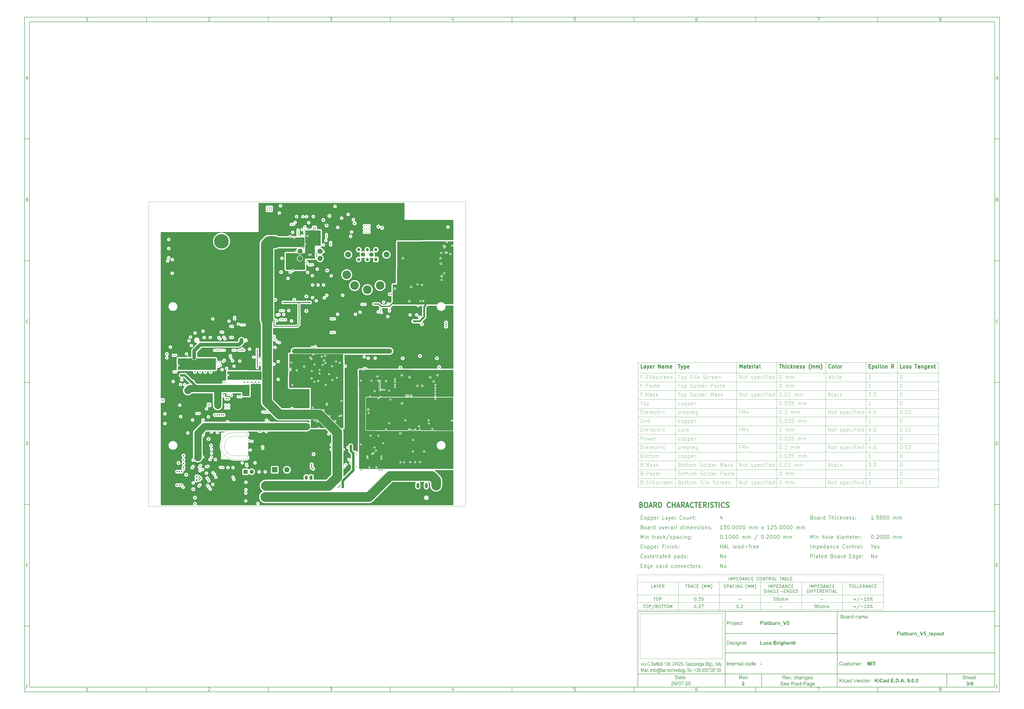
<source format=gbr>
%TF.GenerationSoftware,KiCad,Pcbnew,9.0.0*%
%TF.CreationDate,2025-07-29T08:56:10+02:00*%
%TF.ProjectId,Flatburn_V5,466c6174-6275-4726-9e5f-56352e6b6963,2*%
%TF.SameCoordinates,Original*%
%TF.FileFunction,Copper,L3,Inr*%
%TF.FilePolarity,Positive*%
%FSLAX46Y46*%
G04 Gerber Fmt 4.6, Leading zero omitted, Abs format (unit mm)*
G04 Created by KiCad (PCBNEW 9.0.0) date 2025-07-29 08:56:10*
%MOMM*%
%LPD*%
G01*
G04 APERTURE LIST*
G04 Aperture macros list*
%AMRoundRect*
0 Rectangle with rounded corners*
0 $1 Rounding radius*
0 $2 $3 $4 $5 $6 $7 $8 $9 X,Y pos of 4 corners*
0 Add a 4 corners polygon primitive as box body*
4,1,4,$2,$3,$4,$5,$6,$7,$8,$9,$2,$3,0*
0 Add four circle primitives for the rounded corners*
1,1,$1+$1,$2,$3*
1,1,$1+$1,$4,$5*
1,1,$1+$1,$6,$7*
1,1,$1+$1,$8,$9*
0 Add four rect primitives between the rounded corners*
20,1,$1+$1,$2,$3,$4,$5,0*
20,1,$1+$1,$4,$5,$6,$7,0*
20,1,$1+$1,$6,$7,$8,$9,0*
20,1,$1+$1,$8,$9,$2,$3,0*%
G04 Aperture macros list end*
%ADD10C,0.100000*%
%ADD11C,0.150000*%
%TA.AperFunction,ComponentPad*%
%ADD12C,3.500000*%
%TD*%
%TA.AperFunction,ComponentPad*%
%ADD13C,2.100000*%
%TD*%
%TA.AperFunction,ComponentPad*%
%ADD14R,1.700000X1.700000*%
%TD*%
%TA.AperFunction,ComponentPad*%
%ADD15O,1.700000X1.700000*%
%TD*%
%TA.AperFunction,ComponentPad*%
%ADD16O,1.108000X2.216000*%
%TD*%
%TA.AperFunction,ComponentPad*%
%ADD17R,2.175000X2.175000*%
%TD*%
%TA.AperFunction,ComponentPad*%
%ADD18C,2.175000*%
%TD*%
%TA.AperFunction,ComponentPad*%
%ADD19RoundRect,0.250000X0.350000X0.625000X-0.350000X0.625000X-0.350000X-0.625000X0.350000X-0.625000X0*%
%TD*%
%TA.AperFunction,ComponentPad*%
%ADD20O,1.200000X1.750000*%
%TD*%
%TA.AperFunction,ComponentPad*%
%ADD21C,2.400000*%
%TD*%
%TA.AperFunction,ComponentPad*%
%ADD22C,1.800000*%
%TD*%
%TA.AperFunction,ComponentPad*%
%ADD23R,1.300000X1.300000*%
%TD*%
%TA.AperFunction,ComponentPad*%
%ADD24C,1.300000*%
%TD*%
%TA.AperFunction,ComponentPad*%
%ADD25C,6.000000*%
%TD*%
%TA.AperFunction,ViaPad*%
%ADD26C,0.600000*%
%TD*%
%TA.AperFunction,ViaPad*%
%ADD27C,0.400000*%
%TD*%
%TA.AperFunction,Conductor*%
%ADD28C,0.300000*%
%TD*%
%TA.AperFunction,Conductor*%
%ADD29C,4.000000*%
%TD*%
%TA.AperFunction,Conductor*%
%ADD30C,5.000000*%
%TD*%
%TA.AperFunction,Conductor*%
%ADD31C,3.000000*%
%TD*%
%TA.AperFunction,Conductor*%
%ADD32C,1.000000*%
%TD*%
%TA.AperFunction,Conductor*%
%ADD33C,0.500000*%
%TD*%
%TA.AperFunction,Conductor*%
%ADD34C,0.800000*%
%TD*%
%TA.AperFunction,Conductor*%
%ADD35C,2.000000*%
%TD*%
%TA.AperFunction,Conductor*%
%ADD36C,0.200000*%
%TD*%
%TA.AperFunction,Conductor*%
%ADD37C,0.400000*%
%TD*%
%TA.AperFunction,Conductor*%
%ADD38C,1.500000*%
%TD*%
%ADD39C,0.200000*%
%ADD40C,0.400000*%
%ADD41C,0.300000*%
%ADD42C,0.158750*%
%TA.AperFunction,Profile*%
%ADD43C,0.050000*%
%TD*%
G04 APERTURE END LIST*
D10*
X262466667Y-254931334D02*
X262466667Y-273388667D01*
X296333333Y-273388667D01*
X296333333Y-254931334D01*
X262466667Y-254931334D01*
D11*
X10000000Y-10000000D02*
X409989000Y-10000000D01*
X409989000Y-287002200D01*
X10000000Y-287002200D01*
X10000000Y-10000000D01*
D10*
D11*
X12000000Y-12000000D02*
X407989000Y-12000000D01*
X407989000Y-285002200D01*
X12000000Y-285002200D01*
X12000000Y-12000000D01*
D10*
D11*
X60000000Y-12000000D02*
X60000000Y-10000000D01*
D10*
D11*
X110000000Y-12000000D02*
X110000000Y-10000000D01*
D10*
D11*
X160000000Y-12000000D02*
X160000000Y-10000000D01*
D10*
D11*
X210000000Y-12000000D02*
X210000000Y-10000000D01*
D10*
D11*
X260000000Y-12000000D02*
X260000000Y-10000000D01*
D10*
D11*
X310000000Y-12000000D02*
X310000000Y-10000000D01*
D10*
D11*
X360000000Y-12000000D02*
X360000000Y-10000000D01*
D10*
D11*
X36089160Y-11593604D02*
X35346303Y-11593604D01*
X35717731Y-11593604D02*
X35717731Y-10293604D01*
X35717731Y-10293604D02*
X35593922Y-10479319D01*
X35593922Y-10479319D02*
X35470112Y-10603128D01*
X35470112Y-10603128D02*
X35346303Y-10665033D01*
D10*
D11*
X85346303Y-10417414D02*
X85408207Y-10355509D01*
X85408207Y-10355509D02*
X85532017Y-10293604D01*
X85532017Y-10293604D02*
X85841541Y-10293604D01*
X85841541Y-10293604D02*
X85965350Y-10355509D01*
X85965350Y-10355509D02*
X86027255Y-10417414D01*
X86027255Y-10417414D02*
X86089160Y-10541223D01*
X86089160Y-10541223D02*
X86089160Y-10665033D01*
X86089160Y-10665033D02*
X86027255Y-10850747D01*
X86027255Y-10850747D02*
X85284398Y-11593604D01*
X85284398Y-11593604D02*
X86089160Y-11593604D01*
D10*
D11*
X135284398Y-10293604D02*
X136089160Y-10293604D01*
X136089160Y-10293604D02*
X135655826Y-10788842D01*
X135655826Y-10788842D02*
X135841541Y-10788842D01*
X135841541Y-10788842D02*
X135965350Y-10850747D01*
X135965350Y-10850747D02*
X136027255Y-10912652D01*
X136027255Y-10912652D02*
X136089160Y-11036461D01*
X136089160Y-11036461D02*
X136089160Y-11345985D01*
X136089160Y-11345985D02*
X136027255Y-11469795D01*
X136027255Y-11469795D02*
X135965350Y-11531700D01*
X135965350Y-11531700D02*
X135841541Y-11593604D01*
X135841541Y-11593604D02*
X135470112Y-11593604D01*
X135470112Y-11593604D02*
X135346303Y-11531700D01*
X135346303Y-11531700D02*
X135284398Y-11469795D01*
D10*
D11*
X185965350Y-10726938D02*
X185965350Y-11593604D01*
X185655826Y-10231700D02*
X185346303Y-11160271D01*
X185346303Y-11160271D02*
X186151064Y-11160271D01*
D10*
D11*
X236027255Y-10293604D02*
X235408207Y-10293604D01*
X235408207Y-10293604D02*
X235346303Y-10912652D01*
X235346303Y-10912652D02*
X235408207Y-10850747D01*
X235408207Y-10850747D02*
X235532017Y-10788842D01*
X235532017Y-10788842D02*
X235841541Y-10788842D01*
X235841541Y-10788842D02*
X235965350Y-10850747D01*
X235965350Y-10850747D02*
X236027255Y-10912652D01*
X236027255Y-10912652D02*
X236089160Y-11036461D01*
X236089160Y-11036461D02*
X236089160Y-11345985D01*
X236089160Y-11345985D02*
X236027255Y-11469795D01*
X236027255Y-11469795D02*
X235965350Y-11531700D01*
X235965350Y-11531700D02*
X235841541Y-11593604D01*
X235841541Y-11593604D02*
X235532017Y-11593604D01*
X235532017Y-11593604D02*
X235408207Y-11531700D01*
X235408207Y-11531700D02*
X235346303Y-11469795D01*
D10*
D11*
X285965350Y-10293604D02*
X285717731Y-10293604D01*
X285717731Y-10293604D02*
X285593922Y-10355509D01*
X285593922Y-10355509D02*
X285532017Y-10417414D01*
X285532017Y-10417414D02*
X285408207Y-10603128D01*
X285408207Y-10603128D02*
X285346303Y-10850747D01*
X285346303Y-10850747D02*
X285346303Y-11345985D01*
X285346303Y-11345985D02*
X285408207Y-11469795D01*
X285408207Y-11469795D02*
X285470112Y-11531700D01*
X285470112Y-11531700D02*
X285593922Y-11593604D01*
X285593922Y-11593604D02*
X285841541Y-11593604D01*
X285841541Y-11593604D02*
X285965350Y-11531700D01*
X285965350Y-11531700D02*
X286027255Y-11469795D01*
X286027255Y-11469795D02*
X286089160Y-11345985D01*
X286089160Y-11345985D02*
X286089160Y-11036461D01*
X286089160Y-11036461D02*
X286027255Y-10912652D01*
X286027255Y-10912652D02*
X285965350Y-10850747D01*
X285965350Y-10850747D02*
X285841541Y-10788842D01*
X285841541Y-10788842D02*
X285593922Y-10788842D01*
X285593922Y-10788842D02*
X285470112Y-10850747D01*
X285470112Y-10850747D02*
X285408207Y-10912652D01*
X285408207Y-10912652D02*
X285346303Y-11036461D01*
D10*
D11*
X335284398Y-10293604D02*
X336151064Y-10293604D01*
X336151064Y-10293604D02*
X335593922Y-11593604D01*
D10*
D11*
X385593922Y-10850747D02*
X385470112Y-10788842D01*
X385470112Y-10788842D02*
X385408207Y-10726938D01*
X385408207Y-10726938D02*
X385346303Y-10603128D01*
X385346303Y-10603128D02*
X385346303Y-10541223D01*
X385346303Y-10541223D02*
X385408207Y-10417414D01*
X385408207Y-10417414D02*
X385470112Y-10355509D01*
X385470112Y-10355509D02*
X385593922Y-10293604D01*
X385593922Y-10293604D02*
X385841541Y-10293604D01*
X385841541Y-10293604D02*
X385965350Y-10355509D01*
X385965350Y-10355509D02*
X386027255Y-10417414D01*
X386027255Y-10417414D02*
X386089160Y-10541223D01*
X386089160Y-10541223D02*
X386089160Y-10603128D01*
X386089160Y-10603128D02*
X386027255Y-10726938D01*
X386027255Y-10726938D02*
X385965350Y-10788842D01*
X385965350Y-10788842D02*
X385841541Y-10850747D01*
X385841541Y-10850747D02*
X385593922Y-10850747D01*
X385593922Y-10850747D02*
X385470112Y-10912652D01*
X385470112Y-10912652D02*
X385408207Y-10974557D01*
X385408207Y-10974557D02*
X385346303Y-11098366D01*
X385346303Y-11098366D02*
X385346303Y-11345985D01*
X385346303Y-11345985D02*
X385408207Y-11469795D01*
X385408207Y-11469795D02*
X385470112Y-11531700D01*
X385470112Y-11531700D02*
X385593922Y-11593604D01*
X385593922Y-11593604D02*
X385841541Y-11593604D01*
X385841541Y-11593604D02*
X385965350Y-11531700D01*
X385965350Y-11531700D02*
X386027255Y-11469795D01*
X386027255Y-11469795D02*
X386089160Y-11345985D01*
X386089160Y-11345985D02*
X386089160Y-11098366D01*
X386089160Y-11098366D02*
X386027255Y-10974557D01*
X386027255Y-10974557D02*
X385965350Y-10912652D01*
X385965350Y-10912652D02*
X385841541Y-10850747D01*
D10*
D11*
X60000000Y-285002200D02*
X60000000Y-287002200D01*
D10*
D11*
X110000000Y-285002200D02*
X110000000Y-287002200D01*
D10*
D11*
X160000000Y-285002200D02*
X160000000Y-287002200D01*
D10*
D11*
X210000000Y-285002200D02*
X210000000Y-287002200D01*
D10*
D11*
X260000000Y-285002200D02*
X260000000Y-287002200D01*
D10*
D11*
X310000000Y-285002200D02*
X310000000Y-287002200D01*
D10*
D11*
X360000000Y-285002200D02*
X360000000Y-287002200D01*
D10*
D11*
X36089160Y-286595804D02*
X35346303Y-286595804D01*
X35717731Y-286595804D02*
X35717731Y-285295804D01*
X35717731Y-285295804D02*
X35593922Y-285481519D01*
X35593922Y-285481519D02*
X35470112Y-285605328D01*
X35470112Y-285605328D02*
X35346303Y-285667233D01*
D10*
D11*
X85346303Y-285419614D02*
X85408207Y-285357709D01*
X85408207Y-285357709D02*
X85532017Y-285295804D01*
X85532017Y-285295804D02*
X85841541Y-285295804D01*
X85841541Y-285295804D02*
X85965350Y-285357709D01*
X85965350Y-285357709D02*
X86027255Y-285419614D01*
X86027255Y-285419614D02*
X86089160Y-285543423D01*
X86089160Y-285543423D02*
X86089160Y-285667233D01*
X86089160Y-285667233D02*
X86027255Y-285852947D01*
X86027255Y-285852947D02*
X85284398Y-286595804D01*
X85284398Y-286595804D02*
X86089160Y-286595804D01*
D10*
D11*
X135284398Y-285295804D02*
X136089160Y-285295804D01*
X136089160Y-285295804D02*
X135655826Y-285791042D01*
X135655826Y-285791042D02*
X135841541Y-285791042D01*
X135841541Y-285791042D02*
X135965350Y-285852947D01*
X135965350Y-285852947D02*
X136027255Y-285914852D01*
X136027255Y-285914852D02*
X136089160Y-286038661D01*
X136089160Y-286038661D02*
X136089160Y-286348185D01*
X136089160Y-286348185D02*
X136027255Y-286471995D01*
X136027255Y-286471995D02*
X135965350Y-286533900D01*
X135965350Y-286533900D02*
X135841541Y-286595804D01*
X135841541Y-286595804D02*
X135470112Y-286595804D01*
X135470112Y-286595804D02*
X135346303Y-286533900D01*
X135346303Y-286533900D02*
X135284398Y-286471995D01*
D10*
D11*
X185965350Y-285729138D02*
X185965350Y-286595804D01*
X185655826Y-285233900D02*
X185346303Y-286162471D01*
X185346303Y-286162471D02*
X186151064Y-286162471D01*
D10*
D11*
X236027255Y-285295804D02*
X235408207Y-285295804D01*
X235408207Y-285295804D02*
X235346303Y-285914852D01*
X235346303Y-285914852D02*
X235408207Y-285852947D01*
X235408207Y-285852947D02*
X235532017Y-285791042D01*
X235532017Y-285791042D02*
X235841541Y-285791042D01*
X235841541Y-285791042D02*
X235965350Y-285852947D01*
X235965350Y-285852947D02*
X236027255Y-285914852D01*
X236027255Y-285914852D02*
X236089160Y-286038661D01*
X236089160Y-286038661D02*
X236089160Y-286348185D01*
X236089160Y-286348185D02*
X236027255Y-286471995D01*
X236027255Y-286471995D02*
X235965350Y-286533900D01*
X235965350Y-286533900D02*
X235841541Y-286595804D01*
X235841541Y-286595804D02*
X235532017Y-286595804D01*
X235532017Y-286595804D02*
X235408207Y-286533900D01*
X235408207Y-286533900D02*
X235346303Y-286471995D01*
D10*
D11*
X285965350Y-285295804D02*
X285717731Y-285295804D01*
X285717731Y-285295804D02*
X285593922Y-285357709D01*
X285593922Y-285357709D02*
X285532017Y-285419614D01*
X285532017Y-285419614D02*
X285408207Y-285605328D01*
X285408207Y-285605328D02*
X285346303Y-285852947D01*
X285346303Y-285852947D02*
X285346303Y-286348185D01*
X285346303Y-286348185D02*
X285408207Y-286471995D01*
X285408207Y-286471995D02*
X285470112Y-286533900D01*
X285470112Y-286533900D02*
X285593922Y-286595804D01*
X285593922Y-286595804D02*
X285841541Y-286595804D01*
X285841541Y-286595804D02*
X285965350Y-286533900D01*
X285965350Y-286533900D02*
X286027255Y-286471995D01*
X286027255Y-286471995D02*
X286089160Y-286348185D01*
X286089160Y-286348185D02*
X286089160Y-286038661D01*
X286089160Y-286038661D02*
X286027255Y-285914852D01*
X286027255Y-285914852D02*
X285965350Y-285852947D01*
X285965350Y-285852947D02*
X285841541Y-285791042D01*
X285841541Y-285791042D02*
X285593922Y-285791042D01*
X285593922Y-285791042D02*
X285470112Y-285852947D01*
X285470112Y-285852947D02*
X285408207Y-285914852D01*
X285408207Y-285914852D02*
X285346303Y-286038661D01*
D10*
D11*
X335284398Y-285295804D02*
X336151064Y-285295804D01*
X336151064Y-285295804D02*
X335593922Y-286595804D01*
D10*
D11*
X385593922Y-285852947D02*
X385470112Y-285791042D01*
X385470112Y-285791042D02*
X385408207Y-285729138D01*
X385408207Y-285729138D02*
X385346303Y-285605328D01*
X385346303Y-285605328D02*
X385346303Y-285543423D01*
X385346303Y-285543423D02*
X385408207Y-285419614D01*
X385408207Y-285419614D02*
X385470112Y-285357709D01*
X385470112Y-285357709D02*
X385593922Y-285295804D01*
X385593922Y-285295804D02*
X385841541Y-285295804D01*
X385841541Y-285295804D02*
X385965350Y-285357709D01*
X385965350Y-285357709D02*
X386027255Y-285419614D01*
X386027255Y-285419614D02*
X386089160Y-285543423D01*
X386089160Y-285543423D02*
X386089160Y-285605328D01*
X386089160Y-285605328D02*
X386027255Y-285729138D01*
X386027255Y-285729138D02*
X385965350Y-285791042D01*
X385965350Y-285791042D02*
X385841541Y-285852947D01*
X385841541Y-285852947D02*
X385593922Y-285852947D01*
X385593922Y-285852947D02*
X385470112Y-285914852D01*
X385470112Y-285914852D02*
X385408207Y-285976757D01*
X385408207Y-285976757D02*
X385346303Y-286100566D01*
X385346303Y-286100566D02*
X385346303Y-286348185D01*
X385346303Y-286348185D02*
X385408207Y-286471995D01*
X385408207Y-286471995D02*
X385470112Y-286533900D01*
X385470112Y-286533900D02*
X385593922Y-286595804D01*
X385593922Y-286595804D02*
X385841541Y-286595804D01*
X385841541Y-286595804D02*
X385965350Y-286533900D01*
X385965350Y-286533900D02*
X386027255Y-286471995D01*
X386027255Y-286471995D02*
X386089160Y-286348185D01*
X386089160Y-286348185D02*
X386089160Y-286100566D01*
X386089160Y-286100566D02*
X386027255Y-285976757D01*
X386027255Y-285976757D02*
X385965350Y-285914852D01*
X385965350Y-285914852D02*
X385841541Y-285852947D01*
D10*
D11*
X10000000Y-60000000D02*
X12000000Y-60000000D01*
D10*
D11*
X10000000Y-110000000D02*
X12000000Y-110000000D01*
D10*
D11*
X10000000Y-160000000D02*
X12000000Y-160000000D01*
D10*
D11*
X10000000Y-210000000D02*
X12000000Y-210000000D01*
D10*
D11*
X10000000Y-260000000D02*
X12000000Y-260000000D01*
D10*
D11*
X10690476Y-35222176D02*
X11309523Y-35222176D01*
X10566666Y-35593604D02*
X10999999Y-34293604D01*
X10999999Y-34293604D02*
X11433333Y-35593604D01*
D10*
D11*
X11092857Y-84912652D02*
X11278571Y-84974557D01*
X11278571Y-84974557D02*
X11340476Y-85036461D01*
X11340476Y-85036461D02*
X11402380Y-85160271D01*
X11402380Y-85160271D02*
X11402380Y-85345985D01*
X11402380Y-85345985D02*
X11340476Y-85469795D01*
X11340476Y-85469795D02*
X11278571Y-85531700D01*
X11278571Y-85531700D02*
X11154761Y-85593604D01*
X11154761Y-85593604D02*
X10659523Y-85593604D01*
X10659523Y-85593604D02*
X10659523Y-84293604D01*
X10659523Y-84293604D02*
X11092857Y-84293604D01*
X11092857Y-84293604D02*
X11216666Y-84355509D01*
X11216666Y-84355509D02*
X11278571Y-84417414D01*
X11278571Y-84417414D02*
X11340476Y-84541223D01*
X11340476Y-84541223D02*
X11340476Y-84665033D01*
X11340476Y-84665033D02*
X11278571Y-84788842D01*
X11278571Y-84788842D02*
X11216666Y-84850747D01*
X11216666Y-84850747D02*
X11092857Y-84912652D01*
X11092857Y-84912652D02*
X10659523Y-84912652D01*
D10*
D11*
X11402380Y-135469795D02*
X11340476Y-135531700D01*
X11340476Y-135531700D02*
X11154761Y-135593604D01*
X11154761Y-135593604D02*
X11030952Y-135593604D01*
X11030952Y-135593604D02*
X10845238Y-135531700D01*
X10845238Y-135531700D02*
X10721428Y-135407890D01*
X10721428Y-135407890D02*
X10659523Y-135284080D01*
X10659523Y-135284080D02*
X10597619Y-135036461D01*
X10597619Y-135036461D02*
X10597619Y-134850747D01*
X10597619Y-134850747D02*
X10659523Y-134603128D01*
X10659523Y-134603128D02*
X10721428Y-134479319D01*
X10721428Y-134479319D02*
X10845238Y-134355509D01*
X10845238Y-134355509D02*
X11030952Y-134293604D01*
X11030952Y-134293604D02*
X11154761Y-134293604D01*
X11154761Y-134293604D02*
X11340476Y-134355509D01*
X11340476Y-134355509D02*
X11402380Y-134417414D01*
D10*
D11*
X10659523Y-185593604D02*
X10659523Y-184293604D01*
X10659523Y-184293604D02*
X10969047Y-184293604D01*
X10969047Y-184293604D02*
X11154761Y-184355509D01*
X11154761Y-184355509D02*
X11278571Y-184479319D01*
X11278571Y-184479319D02*
X11340476Y-184603128D01*
X11340476Y-184603128D02*
X11402380Y-184850747D01*
X11402380Y-184850747D02*
X11402380Y-185036461D01*
X11402380Y-185036461D02*
X11340476Y-185284080D01*
X11340476Y-185284080D02*
X11278571Y-185407890D01*
X11278571Y-185407890D02*
X11154761Y-185531700D01*
X11154761Y-185531700D02*
X10969047Y-185593604D01*
X10969047Y-185593604D02*
X10659523Y-185593604D01*
D10*
D11*
X10721428Y-234912652D02*
X11154762Y-234912652D01*
X11340476Y-235593604D02*
X10721428Y-235593604D01*
X10721428Y-235593604D02*
X10721428Y-234293604D01*
X10721428Y-234293604D02*
X11340476Y-234293604D01*
D10*
D11*
X11185714Y-284912652D02*
X10752380Y-284912652D01*
X10752380Y-285593604D02*
X10752380Y-284293604D01*
X10752380Y-284293604D02*
X11371428Y-284293604D01*
D10*
D11*
X409989000Y-60000000D02*
X407989000Y-60000000D01*
D10*
D11*
X409989000Y-110000000D02*
X407989000Y-110000000D01*
D10*
D11*
X409989000Y-160000000D02*
X407989000Y-160000000D01*
D10*
D11*
X409989000Y-210000000D02*
X407989000Y-210000000D01*
D10*
D11*
X409989000Y-260000000D02*
X407989000Y-260000000D01*
D10*
D11*
X408679476Y-35222176D02*
X409298523Y-35222176D01*
X408555666Y-35593604D02*
X408988999Y-34293604D01*
X408988999Y-34293604D02*
X409422333Y-35593604D01*
D10*
D11*
X409081857Y-84912652D02*
X409267571Y-84974557D01*
X409267571Y-84974557D02*
X409329476Y-85036461D01*
X409329476Y-85036461D02*
X409391380Y-85160271D01*
X409391380Y-85160271D02*
X409391380Y-85345985D01*
X409391380Y-85345985D02*
X409329476Y-85469795D01*
X409329476Y-85469795D02*
X409267571Y-85531700D01*
X409267571Y-85531700D02*
X409143761Y-85593604D01*
X409143761Y-85593604D02*
X408648523Y-85593604D01*
X408648523Y-85593604D02*
X408648523Y-84293604D01*
X408648523Y-84293604D02*
X409081857Y-84293604D01*
X409081857Y-84293604D02*
X409205666Y-84355509D01*
X409205666Y-84355509D02*
X409267571Y-84417414D01*
X409267571Y-84417414D02*
X409329476Y-84541223D01*
X409329476Y-84541223D02*
X409329476Y-84665033D01*
X409329476Y-84665033D02*
X409267571Y-84788842D01*
X409267571Y-84788842D02*
X409205666Y-84850747D01*
X409205666Y-84850747D02*
X409081857Y-84912652D01*
X409081857Y-84912652D02*
X408648523Y-84912652D01*
D10*
D11*
X409391380Y-135469795D02*
X409329476Y-135531700D01*
X409329476Y-135531700D02*
X409143761Y-135593604D01*
X409143761Y-135593604D02*
X409019952Y-135593604D01*
X409019952Y-135593604D02*
X408834238Y-135531700D01*
X408834238Y-135531700D02*
X408710428Y-135407890D01*
X408710428Y-135407890D02*
X408648523Y-135284080D01*
X408648523Y-135284080D02*
X408586619Y-135036461D01*
X408586619Y-135036461D02*
X408586619Y-134850747D01*
X408586619Y-134850747D02*
X408648523Y-134603128D01*
X408648523Y-134603128D02*
X408710428Y-134479319D01*
X408710428Y-134479319D02*
X408834238Y-134355509D01*
X408834238Y-134355509D02*
X409019952Y-134293604D01*
X409019952Y-134293604D02*
X409143761Y-134293604D01*
X409143761Y-134293604D02*
X409329476Y-134355509D01*
X409329476Y-134355509D02*
X409391380Y-134417414D01*
D10*
D11*
X408648523Y-185593604D02*
X408648523Y-184293604D01*
X408648523Y-184293604D02*
X408958047Y-184293604D01*
X408958047Y-184293604D02*
X409143761Y-184355509D01*
X409143761Y-184355509D02*
X409267571Y-184479319D01*
X409267571Y-184479319D02*
X409329476Y-184603128D01*
X409329476Y-184603128D02*
X409391380Y-184850747D01*
X409391380Y-184850747D02*
X409391380Y-185036461D01*
X409391380Y-185036461D02*
X409329476Y-185284080D01*
X409329476Y-185284080D02*
X409267571Y-185407890D01*
X409267571Y-185407890D02*
X409143761Y-185531700D01*
X409143761Y-185531700D02*
X408958047Y-185593604D01*
X408958047Y-185593604D02*
X408648523Y-185593604D01*
D10*
D11*
X408710428Y-234912652D02*
X409143762Y-234912652D01*
X409329476Y-235593604D02*
X408710428Y-235593604D01*
X408710428Y-235593604D02*
X408710428Y-234293604D01*
X408710428Y-234293604D02*
X409329476Y-234293604D01*
D10*
D11*
X409174714Y-284912652D02*
X408741380Y-284912652D01*
X408741380Y-285593604D02*
X408741380Y-284293604D01*
X408741380Y-284293604D02*
X409360428Y-284293604D01*
D10*
G36*
X277637791Y-280250297D02*
G01*
X277740379Y-280265625D01*
X277823681Y-280291405D01*
X277896691Y-280327390D01*
X277960747Y-280373519D01*
X278032657Y-280446093D01*
X278091766Y-280531333D01*
X278138434Y-280630890D01*
X278170418Y-280736932D01*
X278190435Y-280855700D01*
X278197419Y-280989011D01*
X278192631Y-281103074D01*
X278178986Y-281204002D01*
X278157393Y-281293277D01*
X278110091Y-281418024D01*
X278054903Y-281512637D01*
X277987944Y-281591748D01*
X277918158Y-281649291D01*
X277838332Y-281692184D01*
X277738822Y-281724854D01*
X277629686Y-281743693D01*
X277497571Y-281750500D01*
X276955536Y-281750500D01*
X276955536Y-281576110D01*
X277154288Y-281576110D01*
X277475040Y-281576110D01*
X277615416Y-281568174D01*
X277708139Y-281548266D01*
X277785980Y-281513542D01*
X277842870Y-281469681D01*
X277885027Y-281418830D01*
X277921844Y-281355593D01*
X277952962Y-281277890D01*
X277973971Y-281196655D01*
X277987566Y-281100126D01*
X277992438Y-280985897D01*
X277986614Y-280863741D01*
X277970628Y-280764507D01*
X277946339Y-280684515D01*
X277915044Y-280620540D01*
X277857269Y-280541954D01*
X277794840Y-280486105D01*
X277727099Y-280449448D01*
X277672187Y-280433979D01*
X277589396Y-280422785D01*
X277469911Y-280418399D01*
X277154288Y-280418399D01*
X277154288Y-281576110D01*
X276955536Y-281576110D01*
X276955536Y-280244010D01*
X277472933Y-280244010D01*
X277637791Y-280250297D01*
G37*
G36*
X279039602Y-280645873D02*
G01*
X279133754Y-280669633D01*
X279212369Y-280708653D01*
X279261799Y-280752157D01*
X279296001Y-280806960D01*
X279319226Y-280877728D01*
X279325603Y-280934363D01*
X279328477Y-281047996D01*
X279328477Y-281294101D01*
X279332393Y-281528505D01*
X279340201Y-281619799D01*
X279357666Y-281686274D01*
X279386820Y-281750500D01*
X279194204Y-281750500D01*
X279171085Y-281689302D01*
X279157293Y-281615036D01*
X279053176Y-281691582D01*
X278960098Y-281738043D01*
X278862699Y-281764819D01*
X278756674Y-281773947D01*
X278666557Y-281767658D01*
X278592337Y-281750156D01*
X278531222Y-281722863D01*
X278480985Y-281686294D01*
X278438800Y-281639326D01*
X278409080Y-281587138D01*
X278390981Y-281528644D01*
X278384723Y-281462262D01*
X278385282Y-281457591D01*
X278581460Y-281457591D01*
X278587727Y-281504436D01*
X278606056Y-281545013D01*
X278637239Y-281580964D01*
X278677370Y-281607072D01*
X278730577Y-281624059D01*
X278800729Y-281630332D01*
X278870559Y-281624911D01*
X278933355Y-281609193D01*
X278990323Y-281583529D01*
X279041326Y-281548006D01*
X279081596Y-281505544D01*
X279112230Y-281455485D01*
X279133324Y-281384726D01*
X279141906Y-281270288D01*
X279141906Y-281202419D01*
X279028344Y-281237773D01*
X278840663Y-281272577D01*
X278735643Y-281291984D01*
X278679829Y-281309672D01*
X278637646Y-281335278D01*
X278607014Y-281369755D01*
X278587887Y-281411365D01*
X278581460Y-281457591D01*
X278385282Y-281457591D01*
X278393943Y-281385241D01*
X278421084Y-281316175D01*
X278463423Y-281256212D01*
X278516339Y-281210112D01*
X278578438Y-281175226D01*
X278649054Y-281149571D01*
X278813002Y-281121910D01*
X279021181Y-281090099D01*
X279141906Y-281058804D01*
X279143005Y-281010902D01*
X279136063Y-280937947D01*
X279117894Y-280887250D01*
X279090706Y-280852815D01*
X279039890Y-280820055D01*
X278971637Y-280798595D01*
X278880688Y-280790625D01*
X278794649Y-280796792D01*
X278732509Y-280812994D01*
X278688530Y-280836787D01*
X278653344Y-280872040D01*
X278622503Y-280924767D01*
X278596847Y-281000185D01*
X278416505Y-280975639D01*
X278437536Y-280899296D01*
X278464707Y-280836970D01*
X278497380Y-280786504D01*
X278538940Y-280743553D01*
X278592534Y-280706562D01*
X278660320Y-280675678D01*
X278772041Y-280647018D01*
X278907341Y-280636752D01*
X279039602Y-280645873D01*
G37*
G36*
X280016417Y-281581972D02*
G01*
X280043070Y-281750500D01*
X279903669Y-281762223D01*
X279809916Y-281753320D01*
X279747964Y-281730533D01*
X279700233Y-281693127D01*
X279670112Y-281647093D01*
X279654857Y-281581147D01*
X279647580Y-281429473D01*
X279647580Y-280803814D01*
X279512300Y-280803814D01*
X279512300Y-280660199D01*
X279647580Y-280660199D01*
X279647580Y-280390097D01*
X279830945Y-280279181D01*
X279830945Y-280660199D01*
X280016417Y-280660199D01*
X280016417Y-280803814D01*
X279830945Y-280803814D01*
X279830945Y-281442479D01*
X279834136Y-281514714D01*
X279840654Y-281544328D01*
X279853415Y-281564542D01*
X279872436Y-281580323D01*
X279897320Y-281589932D01*
X279935451Y-281593696D01*
X280016417Y-281581972D01*
G37*
G36*
X280750305Y-280646502D02*
G01*
X280843680Y-280674598D01*
X280926411Y-280720508D01*
X281000289Y-280785313D01*
X281058430Y-280863004D01*
X281101478Y-280956301D01*
X281128887Y-281068327D01*
X281138683Y-281203060D01*
X281137584Y-281252244D01*
X280326087Y-281252244D01*
X280337326Y-281341498D01*
X280358623Y-281415115D01*
X280388804Y-281475712D01*
X280427478Y-281525369D01*
X280493293Y-281577977D01*
X280568153Y-281609293D01*
X280654990Y-281620074D01*
X280720906Y-281613907D01*
X280778065Y-281596196D01*
X280828189Y-281567317D01*
X280870532Y-281527665D01*
X280908561Y-281472641D01*
X280941945Y-281398790D01*
X281132546Y-281422329D01*
X281092730Y-281527806D01*
X281037136Y-281613225D01*
X280965484Y-281681715D01*
X280902686Y-281720868D01*
X280830933Y-281749601D01*
X280748667Y-281767618D01*
X280653983Y-281773947D01*
X280536283Y-281763970D01*
X280435923Y-281735617D01*
X280349716Y-281690085D01*
X280275345Y-281626943D01*
X280216425Y-281549823D01*
X280172947Y-281457552D01*
X280145337Y-281347107D01*
X280135486Y-281214600D01*
X280143951Y-281098371D01*
X280336345Y-281098371D01*
X280943960Y-281098371D01*
X280929301Y-281009911D01*
X280905498Y-280943937D01*
X280874259Y-280895588D01*
X280826564Y-280849378D01*
X280773439Y-280817034D01*
X280713747Y-280797408D01*
X280645740Y-280790625D01*
X280564445Y-280800210D01*
X280494112Y-280828005D01*
X280432149Y-280874431D01*
X280383905Y-280935063D01*
X280351845Y-281008623D01*
X280336345Y-281098371D01*
X280143951Y-281098371D01*
X280145490Y-281077235D01*
X280173487Y-280962970D01*
X280217473Y-280867759D01*
X280276902Y-280788427D01*
X280352411Y-280722384D01*
X280437328Y-280675498D01*
X280533536Y-280646747D01*
X280643725Y-280636752D01*
X280750305Y-280646502D01*
G37*
G36*
X276274648Y-284096110D02*
G01*
X276274648Y-284270500D01*
X275281801Y-284270500D01*
X275286144Y-284205196D01*
X275303325Y-284142638D01*
X275351287Y-284044391D01*
X275424683Y-283943245D01*
X275519737Y-283844052D01*
X275666025Y-283716190D01*
X275828106Y-283575975D01*
X275933701Y-283471958D01*
X275996944Y-283396538D01*
X276047070Y-283314716D01*
X276074463Y-283241113D01*
X276083039Y-283173513D01*
X276074191Y-283103431D01*
X276048341Y-283042275D01*
X276004637Y-282987767D01*
X275948351Y-282946345D01*
X275881255Y-282920960D01*
X275800298Y-282912021D01*
X275714793Y-282921578D01*
X275644878Y-282948591D01*
X275587074Y-282992529D01*
X275543812Y-283050753D01*
X275516476Y-283123645D01*
X275506199Y-283215370D01*
X275316605Y-283195770D01*
X275334381Y-283090115D01*
X275365283Y-283002528D01*
X275408204Y-282929968D01*
X275463151Y-282870164D01*
X275529372Y-282822718D01*
X275606801Y-282787879D01*
X275697557Y-282765920D01*
X275804328Y-282758148D01*
X275911736Y-282766469D01*
X276002790Y-282789991D01*
X276080350Y-282827420D01*
X276146604Y-282878682D01*
X276202029Y-282942920D01*
X276240948Y-283013130D01*
X276264527Y-283090620D01*
X276272633Y-283177269D01*
X276263512Y-283266578D01*
X276235722Y-283355413D01*
X276189099Y-283441577D01*
X276113264Y-283539786D01*
X276011462Y-283643233D01*
X275828966Y-283805400D01*
X275678550Y-283935710D01*
X275615742Y-283995635D01*
X275572026Y-284046666D01*
X275537981Y-284096110D01*
X276274648Y-284096110D01*
G37*
G36*
X277039536Y-282767016D02*
G01*
X277128319Y-282793237D01*
X277212174Y-282837191D01*
X277285795Y-282896450D01*
X277347097Y-282970787D01*
X277396638Y-283062322D01*
X277428881Y-283162251D01*
X277451185Y-283300020D01*
X277459653Y-283485564D01*
X277451506Y-283678311D01*
X277429578Y-283828826D01*
X277397096Y-283944618D01*
X277346842Y-284052598D01*
X277284873Y-284138196D01*
X277211167Y-284204737D01*
X277125118Y-284253867D01*
X277029440Y-284283674D01*
X276921647Y-284293947D01*
X276834343Y-284287274D01*
X276758455Y-284268213D01*
X276692064Y-284237575D01*
X276633685Y-284195303D01*
X276584695Y-284142603D01*
X276545969Y-284079936D01*
X276517352Y-284005712D01*
X276499504Y-283917782D01*
X276676733Y-283901204D01*
X276698200Y-283982377D01*
X276727288Y-284041527D01*
X276762828Y-284083471D01*
X276808103Y-284114373D01*
X276861669Y-284133383D01*
X276925769Y-284140074D01*
X277006766Y-284130009D01*
X277074879Y-284101056D01*
X277132964Y-284055586D01*
X277179842Y-283996734D01*
X277215728Y-283924579D01*
X277248536Y-283820421D01*
X277269272Y-283708389D01*
X277276196Y-283594191D01*
X277275189Y-283557188D01*
X277234158Y-283611783D01*
X277184090Y-283659245D01*
X277124063Y-283699979D01*
X277058402Y-283730364D01*
X276989563Y-283748528D01*
X276916518Y-283754659D01*
X276826005Y-283746058D01*
X276744404Y-283720943D01*
X276669807Y-283679302D01*
X276600895Y-283619745D01*
X276545556Y-283548725D01*
X276505520Y-283467220D01*
X276480593Y-283373229D01*
X276472386Y-283270875D01*
X276661437Y-283270875D01*
X276671626Y-283362497D01*
X276700607Y-283438661D01*
X276747991Y-283502783D01*
X276810342Y-283552428D01*
X276880683Y-283581884D01*
X276961672Y-283591993D01*
X277043133Y-283581771D01*
X277112305Y-283552235D01*
X277172149Y-283502783D01*
X277216507Y-283438658D01*
X277244547Y-283357823D01*
X277254672Y-283255579D01*
X277244417Y-283153432D01*
X277215792Y-283071276D01*
X277170134Y-283004803D01*
X277108942Y-282952598D01*
X277041973Y-282922267D01*
X276966802Y-282912021D01*
X276889081Y-282922902D01*
X276818483Y-282955416D01*
X276752570Y-283011947D01*
X276702861Y-283083329D01*
X276672239Y-283168393D01*
X276661437Y-283270875D01*
X276472386Y-283270875D01*
X276471843Y-283264097D01*
X276480969Y-283151468D01*
X276506970Y-283054502D01*
X276548756Y-282970432D01*
X276606574Y-282897183D01*
X276678280Y-282836299D01*
X276757319Y-282793329D01*
X276845226Y-282767173D01*
X276944179Y-282758148D01*
X277039536Y-282767016D01*
G37*
G36*
X277551244Y-284293947D02*
G01*
X277986760Y-282740562D01*
X278134313Y-282740562D01*
X277699805Y-284293947D01*
X277551244Y-284293947D01*
G37*
G36*
X278790815Y-282763873D02*
G01*
X278861004Y-282780324D01*
X278923462Y-282806874D01*
X278980374Y-282843861D01*
X279030429Y-282890420D01*
X279074129Y-282947467D01*
X279125845Y-283046136D01*
X279167369Y-283171132D01*
X279191581Y-283314432D01*
X279201166Y-283526597D01*
X279194156Y-283703555D01*
X279175167Y-283843944D01*
X279146852Y-283953869D01*
X279102866Y-284057466D01*
X279048650Y-284140185D01*
X278984461Y-284205195D01*
X278908089Y-284253563D01*
X278818234Y-284283434D01*
X278711428Y-284293947D01*
X278605730Y-284283606D01*
X278515533Y-284254054D01*
X278437693Y-284205969D01*
X278370160Y-284137967D01*
X278322066Y-284063842D01*
X278281645Y-283969935D01*
X278250059Y-283852275D01*
X278229203Y-283706229D01*
X278221599Y-283526597D01*
X278221621Y-283526047D01*
X278411193Y-283526047D01*
X278418793Y-283723314D01*
X278438344Y-283862378D01*
X278465670Y-283956707D01*
X278497746Y-284017800D01*
X278545867Y-284073460D01*
X278596812Y-284110843D01*
X278651457Y-284132705D01*
X278711428Y-284140074D01*
X278771319Y-284132683D01*
X278825921Y-284110742D01*
X278876864Y-284073199D01*
X278925019Y-284017250D01*
X278957170Y-283955897D01*
X278984523Y-283861476D01*
X279004071Y-283722625D01*
X279011664Y-283526047D01*
X279004041Y-283328159D01*
X278984449Y-283188913D01*
X278957094Y-283094682D01*
X278925019Y-283033837D01*
X278876944Y-282978554D01*
X278825695Y-282941290D01*
X278770374Y-282919416D01*
X278709322Y-282912021D01*
X278648556Y-282918841D01*
X278595556Y-282938631D01*
X278548526Y-282971586D01*
X278506447Y-283019457D01*
X278470364Y-283087978D01*
X278440337Y-283188399D01*
X278419268Y-283330594D01*
X278411193Y-283526047D01*
X278221621Y-283526047D01*
X278228686Y-283348138D01*
X278247852Y-283207124D01*
X278276371Y-283097218D01*
X278320701Y-282993630D01*
X278375102Y-282911108D01*
X278439311Y-282846442D01*
X278515691Y-282798293D01*
X278605267Y-282768589D01*
X278711428Y-282758148D01*
X278790815Y-282763873D01*
G37*
G36*
X279400376Y-282955984D02*
G01*
X279400376Y-282781595D01*
X280372799Y-282781595D01*
X280372799Y-282925027D01*
X280282851Y-283031465D01*
X280188141Y-283165901D01*
X280088408Y-283332699D01*
X280001070Y-283504974D01*
X279928656Y-283679131D01*
X279870696Y-283855592D01*
X279838880Y-283982923D01*
X279815130Y-284120916D01*
X279799988Y-284270500D01*
X279610486Y-284270500D01*
X279618520Y-284152233D01*
X279640747Y-284009741D01*
X279680095Y-283839197D01*
X279730848Y-283673022D01*
X279794472Y-283510651D01*
X279871246Y-283351658D01*
X279959340Y-283197968D01*
X280047671Y-283066844D01*
X280136127Y-282955984D01*
X279400376Y-282955984D01*
G37*
G36*
X280467504Y-284293947D02*
G01*
X280903019Y-282740562D01*
X281050573Y-282740562D01*
X280616064Y-284293947D01*
X280467504Y-284293947D01*
G37*
G36*
X282107167Y-284096110D02*
G01*
X282107167Y-284270500D01*
X281114320Y-284270500D01*
X281118663Y-284205196D01*
X281135844Y-284142638D01*
X281183807Y-284044391D01*
X281257202Y-283943245D01*
X281352256Y-283844052D01*
X281498544Y-283716190D01*
X281660626Y-283575975D01*
X281766220Y-283471958D01*
X281829463Y-283396538D01*
X281879589Y-283314716D01*
X281906982Y-283241113D01*
X281915559Y-283173513D01*
X281906711Y-283103431D01*
X281880860Y-283042275D01*
X281837157Y-282987767D01*
X281780870Y-282946345D01*
X281713775Y-282920960D01*
X281632817Y-282912021D01*
X281547313Y-282921578D01*
X281477397Y-282948591D01*
X281419593Y-282992529D01*
X281376332Y-283050753D01*
X281348995Y-283123645D01*
X281338718Y-283215370D01*
X281149124Y-283195770D01*
X281166900Y-283090115D01*
X281197802Y-283002528D01*
X281240723Y-282929968D01*
X281295670Y-282870164D01*
X281361892Y-282822718D01*
X281439320Y-282787879D01*
X281530076Y-282765920D01*
X281636847Y-282758148D01*
X281744255Y-282766469D01*
X281835309Y-282789991D01*
X281912869Y-282827420D01*
X281979123Y-282878682D01*
X282034548Y-282942920D01*
X282073468Y-283013130D01*
X282097046Y-283090620D01*
X282105152Y-283177269D01*
X282096031Y-283266578D01*
X282068241Y-283355413D01*
X282021618Y-283441577D01*
X281945784Y-283539786D01*
X281843982Y-283643233D01*
X281661485Y-283805400D01*
X281511069Y-283935710D01*
X281448261Y-283995635D01*
X281404545Y-284046666D01*
X281370500Y-284096110D01*
X282107167Y-284096110D01*
G37*
G36*
X282304363Y-283871895D02*
G01*
X282497986Y-283855500D01*
X282520205Y-283946651D01*
X282553869Y-284016281D01*
X282597912Y-284068724D01*
X282653630Y-284108292D01*
X282715957Y-284131950D01*
X282786956Y-284140074D01*
X282851398Y-284133699D01*
X282909584Y-284115045D01*
X282962923Y-284083988D01*
X283012362Y-284039324D01*
X283051690Y-283986560D01*
X283080339Y-283925545D01*
X283098276Y-283854719D01*
X283104594Y-283772061D01*
X283098467Y-283693462D01*
X283081159Y-283626970D01*
X283053632Y-283570455D01*
X283015934Y-283522292D01*
X282951824Y-283472051D01*
X282875672Y-283441507D01*
X282783933Y-283430793D01*
X282698346Y-283441290D01*
X282623008Y-283472009D01*
X282558529Y-283519704D01*
X282510351Y-283578804D01*
X282337152Y-283556272D01*
X282482690Y-282781595D01*
X283229616Y-282781595D01*
X283229616Y-282955984D01*
X282630244Y-282955984D01*
X282549277Y-283364664D01*
X282643018Y-283310080D01*
X282737017Y-283278529D01*
X282833118Y-283268127D01*
X282928923Y-283276923D01*
X283014951Y-283302536D01*
X283093189Y-283344816D01*
X283165044Y-283404964D01*
X283223627Y-283477346D01*
X283265524Y-283558830D01*
X283291337Y-283651192D01*
X283300324Y-283756857D01*
X283292586Y-283857728D01*
X283270064Y-283949326D01*
X283233164Y-284033253D01*
X283181439Y-284110765D01*
X283119299Y-284176834D01*
X283050011Y-284227399D01*
X282972620Y-284263739D01*
X282885600Y-284286155D01*
X282786956Y-284293947D01*
X282685496Y-284286133D01*
X282597325Y-284263811D01*
X282520195Y-284227916D01*
X282452374Y-284178359D01*
X282395045Y-284116547D01*
X282351517Y-284045896D01*
X282321162Y-283965007D01*
X282304363Y-283871895D01*
G37*
G36*
X355747560Y-276118500D02*
G01*
X355747560Y-274612010D01*
X356201486Y-274612010D01*
X356474061Y-275639661D01*
X356743521Y-274612010D01*
X357198546Y-274612010D01*
X357198546Y-276118500D01*
X356916720Y-276118500D01*
X356916720Y-274932670D01*
X356618591Y-276118500D01*
X356326507Y-276118500D01*
X356029386Y-274932670D01*
X356029386Y-276118500D01*
X355747560Y-276118500D01*
G37*
G36*
X357490721Y-276118500D02*
G01*
X357490721Y-274612010D01*
X357794071Y-274612010D01*
X357794071Y-276118500D01*
X357490721Y-276118500D01*
G37*
G36*
X358421378Y-276118500D02*
G01*
X358421378Y-274864068D01*
X357975605Y-274864068D01*
X357975605Y-274612010D01*
X359169403Y-274612010D01*
X359169403Y-274864068D01*
X358724636Y-274864068D01*
X358724636Y-276118500D01*
X358421378Y-276118500D01*
G37*
G36*
X304103335Y-280239670D02*
G01*
X304202655Y-280253987D01*
X304273887Y-280274510D01*
X304338456Y-280307947D01*
X304393779Y-280354869D01*
X304440857Y-280416842D01*
X304475545Y-280487012D01*
X304496354Y-280561681D01*
X304503414Y-280642156D01*
X304496688Y-280720027D01*
X304477167Y-280789733D01*
X304445130Y-280852822D01*
X304399916Y-280910426D01*
X304345400Y-280957063D01*
X304276000Y-280996199D01*
X304188817Y-281027313D01*
X304080263Y-281049095D01*
X304153251Y-281089496D01*
X304200064Y-281124750D01*
X304282820Y-281213231D01*
X304365112Y-281326983D01*
X304626329Y-281740700D01*
X304376377Y-281740700D01*
X304177533Y-281424161D01*
X304034101Y-281214600D01*
X303977070Y-281149178D01*
X303933168Y-281112843D01*
X303887559Y-281087921D01*
X303842493Y-281072359D01*
X303731851Y-281065124D01*
X303501316Y-281065124D01*
X303501316Y-281740700D01*
X303302472Y-281740700D01*
X303302472Y-280896596D01*
X303501316Y-280896596D01*
X303928589Y-280896596D01*
X304057166Y-280888634D01*
X304141721Y-280868661D01*
X304189791Y-280845666D01*
X304228271Y-280815873D01*
X304258500Y-280778993D01*
X304288490Y-280714562D01*
X304298433Y-280645087D01*
X304289639Y-280577984D01*
X304264114Y-280520768D01*
X304221039Y-280470973D01*
X304165222Y-280435551D01*
X304086329Y-280411758D01*
X303976765Y-280402737D01*
X303501316Y-280402737D01*
X303501316Y-280896596D01*
X303302472Y-280896596D01*
X303302472Y-280234210D01*
X303968522Y-280234210D01*
X304103335Y-280239670D01*
G37*
G36*
X305344464Y-280636702D02*
G01*
X305437838Y-280664798D01*
X305520569Y-280710708D01*
X305594447Y-280775513D01*
X305652589Y-280853204D01*
X305695636Y-280946501D01*
X305723045Y-281058527D01*
X305732841Y-281193260D01*
X305731742Y-281242444D01*
X304920245Y-281242444D01*
X304931485Y-281331698D01*
X304952781Y-281405315D01*
X304982962Y-281465912D01*
X305021636Y-281515569D01*
X305087451Y-281568177D01*
X305162311Y-281599493D01*
X305249149Y-281610274D01*
X305315064Y-281604107D01*
X305372223Y-281586396D01*
X305422347Y-281557517D01*
X305464690Y-281517865D01*
X305502719Y-281462841D01*
X305536103Y-281388990D01*
X305726704Y-281412529D01*
X305686888Y-281518006D01*
X305631294Y-281603425D01*
X305559642Y-281671915D01*
X305496844Y-281711068D01*
X305425091Y-281739801D01*
X305342825Y-281757818D01*
X305248141Y-281764147D01*
X305130442Y-281754170D01*
X305030081Y-281725817D01*
X304943874Y-281680285D01*
X304869504Y-281617143D01*
X304810583Y-281540023D01*
X304767105Y-281447752D01*
X304739495Y-281337307D01*
X304729644Y-281204800D01*
X304738109Y-281088571D01*
X304930503Y-281088571D01*
X305538118Y-281088571D01*
X305523459Y-281000111D01*
X305499656Y-280934137D01*
X305468418Y-280885788D01*
X305420722Y-280839578D01*
X305367597Y-280807234D01*
X305307905Y-280787608D01*
X305239898Y-280780825D01*
X305158603Y-280790410D01*
X305088270Y-280818205D01*
X305026307Y-280864631D01*
X304978064Y-280925263D01*
X304946004Y-280998823D01*
X304930503Y-281088571D01*
X304738109Y-281088571D01*
X304739648Y-281067435D01*
X304767645Y-280953170D01*
X304811631Y-280857959D01*
X304871061Y-280778627D01*
X304946570Y-280712584D01*
X305031486Y-280665698D01*
X305127695Y-280636947D01*
X305237883Y-280626952D01*
X305344464Y-280636702D01*
G37*
G36*
X306259948Y-281740700D02*
G01*
X305845956Y-280650399D01*
X306040679Y-280650399D01*
X306274236Y-281303627D01*
X306343937Y-281523445D01*
X306412630Y-281315992D01*
X306654430Y-280650399D01*
X306844024Y-280650399D01*
X306432047Y-281740700D01*
X306259948Y-281740700D01*
G37*
G36*
X306903833Y-281740700D02*
G01*
X306903833Y-281529674D01*
X307113851Y-281529674D01*
X307113851Y-281740700D01*
X306903833Y-281740700D01*
G37*
G36*
X345508897Y-255358079D02*
G01*
X345599514Y-255374002D01*
X345670396Y-255397914D01*
X345735108Y-255434051D01*
X345789035Y-255480607D01*
X345833337Y-255538414D01*
X345866449Y-255603575D01*
X345885810Y-255669355D01*
X345892230Y-255736801D01*
X345886455Y-255799652D01*
X345869186Y-255859876D01*
X345839931Y-255918426D01*
X345800354Y-255970282D01*
X345748414Y-256016011D01*
X345682211Y-256055812D01*
X345768388Y-256090053D01*
X345837346Y-256135682D01*
X345891772Y-256192741D01*
X345932153Y-256260397D01*
X345956612Y-256335874D01*
X345965045Y-256421261D01*
X345953775Y-256524045D01*
X345920440Y-256618365D01*
X345869122Y-256700872D01*
X345810256Y-256758865D01*
X345738614Y-256801172D01*
X345645758Y-256833512D01*
X345541231Y-256851821D01*
X345403500Y-256858700D01*
X344830689Y-256858700D01*
X344830689Y-256684310D01*
X345029534Y-256684310D01*
X345403500Y-256684310D01*
X345538780Y-256676983D01*
X345603553Y-256659699D01*
X345653452Y-256635400D01*
X345694804Y-256600400D01*
X345729289Y-256550587D01*
X345751346Y-256491745D01*
X345759056Y-256421993D01*
X345754059Y-256366428D01*
X345739625Y-256317420D01*
X345716009Y-256273707D01*
X345683790Y-256236042D01*
X345644352Y-256206704D01*
X345596574Y-256185230D01*
X345511753Y-256167074D01*
X345376847Y-256159676D01*
X345029534Y-256159676D01*
X345029534Y-256684310D01*
X344830689Y-256684310D01*
X344830689Y-255985287D01*
X345029534Y-255985287D01*
X345354315Y-255985287D01*
X345477144Y-255979962D01*
X345543909Y-255967702D01*
X345611788Y-255936469D01*
X345658123Y-255892139D01*
X345686483Y-255834249D01*
X345696591Y-255759607D01*
X345687366Y-255687592D01*
X345660688Y-255626525D01*
X345633357Y-255592233D01*
X345599541Y-255566208D01*
X345558197Y-255547848D01*
X345479708Y-255533107D01*
X345329677Y-255526599D01*
X345029534Y-255526599D01*
X345029534Y-255985287D01*
X344830689Y-255985287D01*
X344830689Y-255352210D01*
X345394249Y-255352210D01*
X345508897Y-255358079D01*
G37*
G36*
X346766381Y-255754659D02*
G01*
X346862555Y-255782585D01*
X346947575Y-255828063D01*
X347023288Y-255891956D01*
X347083642Y-255969293D01*
X347127878Y-256060778D01*
X347155797Y-256169191D01*
X347165712Y-256298162D01*
X347157562Y-256437635D01*
X347135590Y-256545752D01*
X347102697Y-256628623D01*
X347054255Y-256702947D01*
X346993508Y-256764900D01*
X346919240Y-256815560D01*
X346836844Y-256852452D01*
X346749683Y-256874629D01*
X346656466Y-256882147D01*
X346544284Y-256872380D01*
X346447046Y-256844407D01*
X346361976Y-256799079D01*
X346287079Y-256735693D01*
X346228117Y-256658811D01*
X346184303Y-256565277D01*
X346156275Y-256451654D01*
X346146212Y-256313549D01*
X346146247Y-256313000D01*
X346335714Y-256313000D01*
X346342485Y-256418677D01*
X346361071Y-256503449D01*
X346389539Y-256571114D01*
X346426938Y-256624776D01*
X346476055Y-256670479D01*
X346529896Y-256702383D01*
X346589507Y-256721651D01*
X346656466Y-256728274D01*
X346722858Y-256721641D01*
X346782126Y-256702315D01*
X346835826Y-256670253D01*
X346884985Y-256624226D01*
X346922229Y-256570394D01*
X346950709Y-256501905D01*
X346969384Y-256415441D01*
X346976210Y-256306955D01*
X346969492Y-256205311D01*
X346950947Y-256122846D01*
X346922331Y-256056138D01*
X346884436Y-256002415D01*
X346835075Y-255956543D01*
X346781380Y-255924622D01*
X346722349Y-255905409D01*
X346656466Y-255898825D01*
X346589480Y-255905424D01*
X346529858Y-255924618D01*
X346476027Y-255956385D01*
X346426938Y-256001865D01*
X346389555Y-256055266D01*
X346361089Y-256122719D01*
X346342493Y-256207352D01*
X346335714Y-256313000D01*
X346146247Y-256313000D01*
X346154055Y-256190282D01*
X346176028Y-256086756D01*
X346210426Y-255999807D01*
X346256454Y-255926819D01*
X346314281Y-255865852D01*
X346387628Y-255813343D01*
X346468112Y-255775844D01*
X346557121Y-255752879D01*
X346656466Y-255744952D01*
X346766381Y-255754659D01*
G37*
G36*
X347973732Y-255754073D02*
G01*
X348067884Y-255777833D01*
X348146499Y-255816853D01*
X348195928Y-255860357D01*
X348230131Y-255915160D01*
X348253356Y-255985928D01*
X348259733Y-256042563D01*
X348262607Y-256156196D01*
X348262607Y-256402301D01*
X348266523Y-256636705D01*
X348274330Y-256727999D01*
X348291796Y-256794474D01*
X348320950Y-256858700D01*
X348128334Y-256858700D01*
X348105215Y-256797502D01*
X348091423Y-256723236D01*
X347987305Y-256799782D01*
X347894227Y-256846243D01*
X347796828Y-256873019D01*
X347690804Y-256882147D01*
X347600687Y-256875858D01*
X347526467Y-256858356D01*
X347465351Y-256831063D01*
X347415114Y-256794494D01*
X347372930Y-256747526D01*
X347343210Y-256695338D01*
X347325111Y-256636844D01*
X347318852Y-256570462D01*
X347319411Y-256565791D01*
X347515590Y-256565791D01*
X347521857Y-256612636D01*
X347540186Y-256653213D01*
X347571369Y-256689164D01*
X347611499Y-256715272D01*
X347664707Y-256732259D01*
X347734859Y-256738532D01*
X347804689Y-256733111D01*
X347867484Y-256717393D01*
X347924452Y-256691729D01*
X347975456Y-256656206D01*
X348015725Y-256613744D01*
X348046360Y-256563685D01*
X348067453Y-256492926D01*
X348076036Y-256378488D01*
X348076036Y-256310619D01*
X347962474Y-256345973D01*
X347774793Y-256380777D01*
X347669772Y-256400184D01*
X347613959Y-256417872D01*
X347571776Y-256443478D01*
X347541144Y-256477955D01*
X347522017Y-256519565D01*
X347515590Y-256565791D01*
X347319411Y-256565791D01*
X347328073Y-256493441D01*
X347355214Y-256424375D01*
X347397552Y-256364412D01*
X347450469Y-256318312D01*
X347512567Y-256283426D01*
X347583184Y-256257771D01*
X347747132Y-256230110D01*
X347955311Y-256198299D01*
X348076036Y-256167004D01*
X348077135Y-256119102D01*
X348070192Y-256046147D01*
X348052024Y-255995450D01*
X348024836Y-255961015D01*
X347974020Y-255928255D01*
X347905766Y-255906795D01*
X347814818Y-255898825D01*
X347728778Y-255904992D01*
X347666639Y-255921194D01*
X347622660Y-255944987D01*
X347587473Y-255980240D01*
X347556633Y-256032967D01*
X347530977Y-256108385D01*
X347350634Y-256083839D01*
X347371665Y-256007496D01*
X347398837Y-255945170D01*
X347431509Y-255894704D01*
X347473070Y-255851753D01*
X347526664Y-255814762D01*
X347594450Y-255783878D01*
X347706170Y-255755218D01*
X347841471Y-255744952D01*
X347973732Y-255754073D01*
G37*
G36*
X348545806Y-256858700D02*
G01*
X348545806Y-255768399D01*
X348711769Y-255768399D01*
X348711769Y-255932989D01*
X348778332Y-255830823D01*
X348829097Y-255781589D01*
X348885684Y-255754088D01*
X348947433Y-255744952D01*
X349008143Y-255751138D01*
X349070961Y-255770300D01*
X349137027Y-255804028D01*
X349073554Y-255974021D01*
X349004610Y-255943627D01*
X348938274Y-255933996D01*
X348880888Y-255943111D01*
X348829647Y-255970449D01*
X348788893Y-256013234D01*
X348760954Y-256071657D01*
X348738182Y-256173247D01*
X348730271Y-256287446D01*
X348730271Y-256858700D01*
X348545806Y-256858700D01*
G37*
G36*
X350124012Y-256858700D02*
G01*
X349952920Y-256858700D01*
X349952920Y-256721404D01*
X349894686Y-256792106D01*
X349826101Y-256841420D01*
X349745210Y-256871568D01*
X349648563Y-256882147D01*
X349563924Y-256874139D01*
X349484634Y-256850390D01*
X349409235Y-256810431D01*
X349342647Y-256756965D01*
X349286453Y-256690740D01*
X349240158Y-256610121D01*
X349207558Y-256522511D01*
X349187303Y-256424571D01*
X349180258Y-256314557D01*
X349180285Y-256314099D01*
X349369851Y-256314099D01*
X349376430Y-256419982D01*
X349394453Y-256504686D01*
X349421969Y-256572048D01*
X349457962Y-256625234D01*
X349522116Y-256683777D01*
X349590621Y-256717153D01*
X349665965Y-256728274D01*
X349742137Y-256717451D01*
X349809756Y-256685357D01*
X349871404Y-256629813D01*
X349905845Y-256578998D01*
X349932251Y-256514216D01*
X349949596Y-256432296D01*
X349955942Y-256329395D01*
X349949344Y-256215291D01*
X349931454Y-256125780D01*
X349904521Y-256056258D01*
X349869847Y-256002873D01*
X349823103Y-255956349D01*
X349772875Y-255924368D01*
X349718261Y-255905313D01*
X349657813Y-255898825D01*
X349580445Y-255909896D01*
X349512859Y-255942544D01*
X349452283Y-255998843D01*
X349419145Y-256050079D01*
X349393352Y-256117052D01*
X349376190Y-256203550D01*
X349369851Y-256314099D01*
X349180285Y-256314099D01*
X349186566Y-256207066D01*
X349204873Y-256108992D01*
X349234571Y-256019084D01*
X349277794Y-255935989D01*
X349331944Y-255868868D01*
X349397512Y-255815660D01*
X349472558Y-255776463D01*
X349552972Y-255752947D01*
X349640319Y-255744952D01*
X349734583Y-255755700D01*
X349815533Y-255786718D01*
X349885652Y-255835187D01*
X349940555Y-255895528D01*
X349940555Y-255352210D01*
X350124012Y-255352210D01*
X350124012Y-256858700D01*
G37*
G36*
X350996600Y-256858700D02*
G01*
X350996600Y-255768399D01*
X351162655Y-255768399D01*
X351162655Y-255922639D01*
X351215329Y-255858213D01*
X351275107Y-255809251D01*
X351342843Y-255774174D01*
X351420087Y-255752512D01*
X351508960Y-255744952D01*
X351604363Y-255754014D01*
X351689761Y-255780398D01*
X351763779Y-255822703D01*
X351813226Y-255873180D01*
X351847624Y-255934865D01*
X351870654Y-256009559D01*
X351877753Y-256070442D01*
X351880912Y-256188986D01*
X351880912Y-256858700D01*
X351696447Y-256858700D01*
X351696447Y-256195031D01*
X351690130Y-256089314D01*
X351674923Y-256026045D01*
X351645457Y-255976051D01*
X351598628Y-255936652D01*
X351540154Y-255911869D01*
X351470034Y-255903221D01*
X351394272Y-255911737D01*
X351327156Y-255936601D01*
X351266610Y-255978235D01*
X351232839Y-256018179D01*
X351206166Y-256075254D01*
X351187964Y-256154629D01*
X351181064Y-256262808D01*
X351181064Y-256858700D01*
X350996600Y-256858700D01*
G37*
G36*
X352755518Y-255754073D02*
G01*
X352849670Y-255777833D01*
X352928285Y-255816853D01*
X352977715Y-255860357D01*
X353011917Y-255915160D01*
X353035142Y-255985928D01*
X353041519Y-256042563D01*
X353044393Y-256156196D01*
X353044393Y-256402301D01*
X353048310Y-256636705D01*
X353056117Y-256727999D01*
X353073582Y-256794474D01*
X353102737Y-256858700D01*
X352910121Y-256858700D01*
X352887001Y-256797502D01*
X352873209Y-256723236D01*
X352769092Y-256799782D01*
X352676014Y-256846243D01*
X352578615Y-256873019D01*
X352472590Y-256882147D01*
X352382473Y-256875858D01*
X352308253Y-256858356D01*
X352247138Y-256831063D01*
X352196901Y-256794494D01*
X352154717Y-256747526D01*
X352124997Y-256695338D01*
X352106898Y-256636844D01*
X352100639Y-256570462D01*
X352101198Y-256565791D01*
X352297376Y-256565791D01*
X352303644Y-256612636D01*
X352321973Y-256653213D01*
X352353155Y-256689164D01*
X352393286Y-256715272D01*
X352446493Y-256732259D01*
X352516645Y-256738532D01*
X352586476Y-256733111D01*
X352649271Y-256717393D01*
X352706239Y-256691729D01*
X352757243Y-256656206D01*
X352797512Y-256613744D01*
X352828147Y-256563685D01*
X352849240Y-256492926D01*
X352857822Y-256378488D01*
X352857822Y-256310619D01*
X352744260Y-256345973D01*
X352556579Y-256380777D01*
X352451559Y-256400184D01*
X352395745Y-256417872D01*
X352353562Y-256443478D01*
X352322930Y-256477955D01*
X352303804Y-256519565D01*
X352297376Y-256565791D01*
X352101198Y-256565791D01*
X352109859Y-256493441D01*
X352137000Y-256424375D01*
X352179339Y-256364412D01*
X352232255Y-256318312D01*
X352294354Y-256283426D01*
X352364971Y-256257771D01*
X352528919Y-256230110D01*
X352737097Y-256198299D01*
X352857822Y-256167004D01*
X352858921Y-256119102D01*
X352851979Y-256046147D01*
X352833810Y-255995450D01*
X352806623Y-255961015D01*
X352755806Y-255928255D01*
X352687553Y-255906795D01*
X352596604Y-255898825D01*
X352510565Y-255904992D01*
X352448425Y-255921194D01*
X352404446Y-255944987D01*
X352369260Y-255980240D01*
X352338419Y-256032967D01*
X352312764Y-256108385D01*
X352132421Y-256083839D01*
X352153452Y-256007496D01*
X352180623Y-255945170D01*
X352213296Y-255894704D01*
X352254857Y-255851753D01*
X352308450Y-255814762D01*
X352376236Y-255783878D01*
X352487957Y-255755218D01*
X352623257Y-255744952D01*
X352755518Y-255754073D01*
G37*
G36*
X353329608Y-256858700D02*
G01*
X353329608Y-255768399D01*
X353494655Y-255768399D01*
X353494655Y-255920624D01*
X353554011Y-255849434D01*
X353630851Y-255793221D01*
X353689272Y-255766725D01*
X353753439Y-255750529D01*
X353824566Y-255744952D01*
X353903850Y-255751055D01*
X353969050Y-255768073D01*
X354022769Y-255794778D01*
X354069248Y-255832290D01*
X354105403Y-255878253D01*
X354131945Y-255933904D01*
X354189087Y-255863424D01*
X354250435Y-255811070D01*
X354316540Y-255774503D01*
X354388543Y-255752482D01*
X354468085Y-255744952D01*
X354548666Y-255751265D01*
X354615436Y-255768938D01*
X354670920Y-255796801D01*
X354717029Y-255834711D01*
X354752837Y-255881672D01*
X354779972Y-255941328D01*
X354797673Y-256016575D01*
X354804132Y-256111042D01*
X354804132Y-256858700D01*
X354620767Y-256858700D01*
X354620767Y-256171400D01*
X354615351Y-256068242D01*
X354602815Y-256011665D01*
X354577845Y-255967956D01*
X354537694Y-255933080D01*
X354487402Y-255910933D01*
X354427052Y-255903221D01*
X354353741Y-255912015D01*
X354291040Y-255937422D01*
X354236451Y-255979792D01*
X354196846Y-256035801D01*
X354170545Y-256114880D01*
X354160613Y-256224798D01*
X354160613Y-256858700D01*
X353976241Y-256858700D01*
X353976241Y-256149785D01*
X353970296Y-256068437D01*
X353954523Y-256008437D01*
X353931086Y-255964862D01*
X353896548Y-255931845D01*
X353848871Y-255910938D01*
X353783533Y-255903221D01*
X353708614Y-255913502D01*
X353639552Y-255944346D01*
X353599922Y-255975572D01*
X353568126Y-256015194D01*
X353543748Y-256064513D01*
X353522645Y-256152646D01*
X353514072Y-256292575D01*
X353514072Y-256858700D01*
X353329608Y-256858700D01*
G37*
G36*
X355631260Y-255754702D02*
G01*
X355724634Y-255782798D01*
X355807365Y-255828708D01*
X355881243Y-255893513D01*
X355939385Y-255971204D01*
X355982433Y-256064501D01*
X356009841Y-256176527D01*
X356019637Y-256311260D01*
X356018538Y-256360444D01*
X355207041Y-256360444D01*
X355218281Y-256449698D01*
X355239577Y-256523315D01*
X355269759Y-256583912D01*
X355308433Y-256633569D01*
X355374247Y-256686177D01*
X355449108Y-256717493D01*
X355535945Y-256728274D01*
X355601860Y-256722107D01*
X355659019Y-256704396D01*
X355709144Y-256675517D01*
X355751487Y-256635865D01*
X355789515Y-256580841D01*
X355822900Y-256506990D01*
X356013501Y-256530529D01*
X355973685Y-256636006D01*
X355918090Y-256721425D01*
X355846439Y-256789915D01*
X355783640Y-256829068D01*
X355711887Y-256857801D01*
X355629621Y-256875818D01*
X355534937Y-256882147D01*
X355417238Y-256872170D01*
X355316877Y-256843817D01*
X355230671Y-256798285D01*
X355156300Y-256735143D01*
X355097380Y-256658023D01*
X355053902Y-256565752D01*
X355026292Y-256455307D01*
X355016440Y-256322800D01*
X355024905Y-256206571D01*
X355217300Y-256206571D01*
X355824915Y-256206571D01*
X355810256Y-256118111D01*
X355786452Y-256052137D01*
X355755214Y-256003788D01*
X355707518Y-255957578D01*
X355654393Y-255925234D01*
X355594701Y-255905608D01*
X355526694Y-255898825D01*
X355445399Y-255908410D01*
X355375067Y-255936205D01*
X355313104Y-255982631D01*
X355264860Y-256043263D01*
X355232800Y-256116823D01*
X355217300Y-256206571D01*
X355024905Y-256206571D01*
X355026444Y-256185435D01*
X355054442Y-256071170D01*
X355098428Y-255975959D01*
X355157857Y-255896627D01*
X355233366Y-255830584D01*
X355318282Y-255783698D01*
X355414491Y-255754947D01*
X355524679Y-255744952D01*
X355631260Y-255754702D01*
G37*
G36*
X298137730Y-276118500D02*
G01*
X298137730Y-274612010D01*
X298336482Y-274612010D01*
X298336482Y-276118500D01*
X298137730Y-276118500D01*
G37*
G36*
X298663554Y-276118500D02*
G01*
X298663554Y-275028199D01*
X298829609Y-275028199D01*
X298829609Y-275182439D01*
X298882283Y-275118013D01*
X298942061Y-275069051D01*
X299009797Y-275033974D01*
X299087041Y-275012312D01*
X299175914Y-275004752D01*
X299271317Y-275013814D01*
X299356715Y-275040198D01*
X299430733Y-275082503D01*
X299480180Y-275132980D01*
X299514578Y-275194665D01*
X299537607Y-275269359D01*
X299544707Y-275330242D01*
X299547866Y-275448786D01*
X299547866Y-276118500D01*
X299363401Y-276118500D01*
X299363401Y-275454831D01*
X299357084Y-275349114D01*
X299341877Y-275285845D01*
X299312411Y-275235851D01*
X299265582Y-275196452D01*
X299207107Y-275171669D01*
X299136988Y-275163021D01*
X299061226Y-275171537D01*
X298994110Y-275196401D01*
X298933564Y-275238035D01*
X298899793Y-275277979D01*
X298873120Y-275335054D01*
X298854918Y-275414429D01*
X298848018Y-275522608D01*
X298848018Y-276118500D01*
X298663554Y-276118500D01*
G37*
G36*
X300232784Y-275949972D02*
G01*
X300259437Y-276118500D01*
X300120035Y-276130223D01*
X300026282Y-276121320D01*
X299964330Y-276098533D01*
X299916599Y-276061127D01*
X299886478Y-276015093D01*
X299871224Y-275949147D01*
X299863946Y-275797473D01*
X299863946Y-275171814D01*
X299728666Y-275171814D01*
X299728666Y-275028199D01*
X299863946Y-275028199D01*
X299863946Y-274758097D01*
X300047312Y-274647181D01*
X300047312Y-275028199D01*
X300232784Y-275028199D01*
X300232784Y-275171814D01*
X300047312Y-275171814D01*
X300047312Y-275810479D01*
X300050503Y-275882714D01*
X300057020Y-275912328D01*
X300069781Y-275932542D01*
X300088803Y-275948323D01*
X300113686Y-275957932D01*
X300151817Y-275961696D01*
X300232784Y-275949972D01*
G37*
G36*
X300966672Y-275014502D02*
G01*
X301060046Y-275042598D01*
X301142777Y-275088508D01*
X301216655Y-275153313D01*
X301274797Y-275231004D01*
X301317844Y-275324301D01*
X301345253Y-275436327D01*
X301355049Y-275571060D01*
X301353950Y-275620244D01*
X300542453Y-275620244D01*
X300553693Y-275709498D01*
X300574989Y-275783115D01*
X300605171Y-275843712D01*
X300643844Y-275893369D01*
X300709659Y-275945977D01*
X300784520Y-275977293D01*
X300871357Y-275988074D01*
X300937272Y-275981907D01*
X300994431Y-275964196D01*
X301044555Y-275935317D01*
X301086898Y-275895665D01*
X301124927Y-275840641D01*
X301158311Y-275766790D01*
X301348912Y-275790329D01*
X301309096Y-275895806D01*
X301253502Y-275981225D01*
X301181850Y-276049715D01*
X301119052Y-276088868D01*
X301047299Y-276117601D01*
X300965033Y-276135618D01*
X300870349Y-276141947D01*
X300752650Y-276131970D01*
X300652289Y-276103617D01*
X300566082Y-276058085D01*
X300491712Y-275994943D01*
X300432791Y-275917823D01*
X300389313Y-275825552D01*
X300361703Y-275715107D01*
X300351852Y-275582600D01*
X300360317Y-275466371D01*
X300552711Y-275466371D01*
X301160326Y-275466371D01*
X301145667Y-275377911D01*
X301121864Y-275311937D01*
X301090626Y-275263588D01*
X301042930Y-275217378D01*
X300989805Y-275185034D01*
X300930113Y-275165408D01*
X300862106Y-275158625D01*
X300780811Y-275168210D01*
X300710479Y-275196005D01*
X300648516Y-275242431D01*
X300600272Y-275303063D01*
X300568212Y-275376623D01*
X300552711Y-275466371D01*
X300360317Y-275466371D01*
X300361856Y-275445235D01*
X300389853Y-275330970D01*
X300433839Y-275235759D01*
X300493269Y-275156427D01*
X300568778Y-275090384D01*
X300653694Y-275043498D01*
X300749903Y-275014747D01*
X300860091Y-275004752D01*
X300966672Y-275014502D01*
G37*
G36*
X301577799Y-276118500D02*
G01*
X301577799Y-275028199D01*
X301743762Y-275028199D01*
X301743762Y-275192789D01*
X301810324Y-275090623D01*
X301861090Y-275041389D01*
X301917676Y-275013888D01*
X301979425Y-275004752D01*
X302040136Y-275010938D01*
X302102953Y-275030100D01*
X302169019Y-275063828D01*
X302105546Y-275233821D01*
X302036603Y-275203427D01*
X301970266Y-275193796D01*
X301912880Y-275202911D01*
X301861639Y-275230249D01*
X301820885Y-275273034D01*
X301792946Y-275331457D01*
X301770175Y-275433047D01*
X301762263Y-275547246D01*
X301762263Y-276118500D01*
X301577799Y-276118500D01*
G37*
G36*
X302278837Y-276118500D02*
G01*
X302278837Y-275028199D01*
X302444891Y-275028199D01*
X302444891Y-275182439D01*
X302497565Y-275118013D01*
X302557344Y-275069051D01*
X302625080Y-275033974D01*
X302702324Y-275012312D01*
X302791197Y-275004752D01*
X302886599Y-275013814D01*
X302971998Y-275040198D01*
X303046015Y-275082503D01*
X303095463Y-275132980D01*
X303129861Y-275194665D01*
X303152890Y-275269359D01*
X303159990Y-275330242D01*
X303163148Y-275448786D01*
X303163148Y-276118500D01*
X302978684Y-276118500D01*
X302978684Y-275454831D01*
X302972366Y-275349114D01*
X302957160Y-275285845D01*
X302927694Y-275235851D01*
X302880865Y-275196452D01*
X302822390Y-275171669D01*
X302752271Y-275163021D01*
X302676509Y-275171537D01*
X302609392Y-275196401D01*
X302548847Y-275238035D01*
X302515076Y-275277979D01*
X302488403Y-275335054D01*
X302470201Y-275414429D01*
X302463301Y-275522608D01*
X302463301Y-276118500D01*
X302278837Y-276118500D01*
G37*
G36*
X304037755Y-275013873D02*
G01*
X304131907Y-275037633D01*
X304210522Y-275076653D01*
X304259951Y-275120157D01*
X304294154Y-275174960D01*
X304317379Y-275245728D01*
X304323756Y-275302363D01*
X304326630Y-275415996D01*
X304326630Y-275662101D01*
X304330546Y-275896505D01*
X304338353Y-275987799D01*
X304355819Y-276054274D01*
X304384973Y-276118500D01*
X304192357Y-276118500D01*
X304169238Y-276057302D01*
X304155446Y-275983036D01*
X304051328Y-276059582D01*
X303958250Y-276106043D01*
X303860851Y-276132819D01*
X303754827Y-276141947D01*
X303664710Y-276135658D01*
X303590490Y-276118156D01*
X303529374Y-276090863D01*
X303479137Y-276054294D01*
X303436953Y-276007326D01*
X303407233Y-275955138D01*
X303389134Y-275896644D01*
X303382875Y-275830262D01*
X303383434Y-275825591D01*
X303579613Y-275825591D01*
X303585880Y-275872436D01*
X303604209Y-275913013D01*
X303635392Y-275948964D01*
X303675522Y-275975072D01*
X303728730Y-275992059D01*
X303798882Y-275998332D01*
X303868712Y-275992911D01*
X303931507Y-275977193D01*
X303988475Y-275951529D01*
X304039479Y-275916006D01*
X304079748Y-275873544D01*
X304110383Y-275823485D01*
X304131476Y-275752726D01*
X304140059Y-275638288D01*
X304140059Y-275570419D01*
X304026497Y-275605773D01*
X303838816Y-275640577D01*
X303733795Y-275659984D01*
X303677982Y-275677672D01*
X303635799Y-275703278D01*
X303605167Y-275737755D01*
X303586040Y-275779365D01*
X303579613Y-275825591D01*
X303383434Y-275825591D01*
X303392096Y-275753241D01*
X303419237Y-275684175D01*
X303461575Y-275624212D01*
X303514492Y-275578112D01*
X303576590Y-275543226D01*
X303647207Y-275517571D01*
X303811155Y-275489910D01*
X304019334Y-275458099D01*
X304140059Y-275426804D01*
X304141158Y-275378902D01*
X304134215Y-275305947D01*
X304116047Y-275255250D01*
X304088859Y-275220815D01*
X304038043Y-275188055D01*
X303969789Y-275166595D01*
X303878841Y-275158625D01*
X303792801Y-275164792D01*
X303730662Y-275180994D01*
X303686683Y-275204787D01*
X303651496Y-275240040D01*
X303620656Y-275292767D01*
X303595000Y-275368185D01*
X303414657Y-275343639D01*
X303435688Y-275267296D01*
X303462860Y-275204970D01*
X303495532Y-275154504D01*
X303537093Y-275111553D01*
X303590687Y-275074562D01*
X303658473Y-275043678D01*
X303770193Y-275015018D01*
X303905494Y-275004752D01*
X304037755Y-275013873D01*
G37*
G36*
X304607814Y-276118500D02*
G01*
X304607814Y-274612010D01*
X304792187Y-274612010D01*
X304792187Y-276118500D01*
X304607814Y-276118500D01*
G37*
G36*
X306371217Y-275719895D02*
G01*
X306552567Y-275743434D01*
X306530925Y-275835009D01*
X306498157Y-275913089D01*
X306454757Y-275979681D01*
X306400435Y-276036251D01*
X306336437Y-276082075D01*
X306265889Y-276114865D01*
X306187536Y-276134988D01*
X306099741Y-276141947D01*
X305990226Y-276132215D01*
X305895586Y-276104359D01*
X305813014Y-276059201D01*
X305740521Y-275995951D01*
X305683806Y-275919644D01*
X305641559Y-275826864D01*
X305614501Y-275714230D01*
X305604783Y-275577471D01*
X305611728Y-275461119D01*
X305631542Y-275358990D01*
X305663127Y-275269084D01*
X305709562Y-275187329D01*
X305768494Y-275121912D01*
X305840905Y-275070881D01*
X305922665Y-275034210D01*
X306008860Y-275012201D01*
X306100749Y-275004752D01*
X306189050Y-275010944D01*
X306265617Y-275028575D01*
X306332313Y-275056738D01*
X306390634Y-275095244D01*
X306440902Y-275144009D01*
X306481660Y-275202130D01*
X306513211Y-275270929D01*
X306535165Y-275352249D01*
X306355830Y-275379909D01*
X306333054Y-275309426D01*
X306302648Y-275255199D01*
X306265155Y-275214221D01*
X306219178Y-275183535D01*
X306167319Y-275165018D01*
X306107893Y-275158625D01*
X306040128Y-275165109D01*
X305980852Y-275183814D01*
X305928354Y-275214480D01*
X305881480Y-275258001D01*
X305846301Y-275309270D01*
X305819081Y-275376115D01*
X305801033Y-275462291D01*
X305794377Y-275572342D01*
X305800868Y-275684378D01*
X305818396Y-275771484D01*
X305844671Y-275838445D01*
X305878366Y-275889247D01*
X305923744Y-275932620D01*
X305974570Y-275963093D01*
X306031967Y-275981646D01*
X306097635Y-275988074D01*
X306167510Y-275980435D01*
X306227214Y-275958482D01*
X306278985Y-275922311D01*
X306319569Y-275873833D01*
X306350723Y-275807922D01*
X306371217Y-275719895D01*
G37*
G36*
X307261946Y-275014459D02*
G01*
X307358120Y-275042385D01*
X307443140Y-275087863D01*
X307518853Y-275151756D01*
X307579207Y-275229093D01*
X307623443Y-275320578D01*
X307651362Y-275428991D01*
X307661277Y-275557962D01*
X307653127Y-275697435D01*
X307631155Y-275805552D01*
X307598263Y-275888423D01*
X307549820Y-275962747D01*
X307489073Y-276024700D01*
X307414806Y-276075360D01*
X307332409Y-276112252D01*
X307245249Y-276134429D01*
X307152031Y-276141947D01*
X307039849Y-276132180D01*
X306942611Y-276104207D01*
X306857541Y-276058879D01*
X306782644Y-275995493D01*
X306723682Y-275918611D01*
X306679868Y-275825077D01*
X306651840Y-275711454D01*
X306641777Y-275573349D01*
X306641812Y-275572800D01*
X306831279Y-275572800D01*
X306838051Y-275678477D01*
X306856637Y-275763249D01*
X306885104Y-275830914D01*
X306922504Y-275884576D01*
X306971620Y-275930279D01*
X307025461Y-275962183D01*
X307085072Y-275981451D01*
X307152031Y-275988074D01*
X307218424Y-275981441D01*
X307277691Y-275962115D01*
X307331391Y-275930053D01*
X307380551Y-275884026D01*
X307417794Y-275830194D01*
X307446275Y-275761705D01*
X307464949Y-275675241D01*
X307471775Y-275566755D01*
X307465058Y-275465111D01*
X307446512Y-275382646D01*
X307417896Y-275315938D01*
X307380001Y-275262215D01*
X307330640Y-275216343D01*
X307276945Y-275184422D01*
X307217914Y-275165209D01*
X307152031Y-275158625D01*
X307085045Y-275165224D01*
X307025424Y-275184418D01*
X306971592Y-275216185D01*
X306922504Y-275261665D01*
X306885121Y-275315066D01*
X306856654Y-275382519D01*
X306838058Y-275467152D01*
X306831279Y-275572800D01*
X306641812Y-275572800D01*
X306649620Y-275450082D01*
X306671593Y-275346556D01*
X306705991Y-275259607D01*
X306752020Y-275186619D01*
X306809847Y-275125652D01*
X306883193Y-275073143D01*
X306963677Y-275035644D01*
X307052686Y-275012679D01*
X307152031Y-275004752D01*
X307261946Y-275014459D01*
G37*
G36*
X308754050Y-276118500D02*
G01*
X308582958Y-276118500D01*
X308582958Y-275981204D01*
X308524724Y-276051906D01*
X308456139Y-276101220D01*
X308375249Y-276131368D01*
X308278601Y-276141947D01*
X308193962Y-276133939D01*
X308114672Y-276110190D01*
X308039274Y-276070231D01*
X307972686Y-276016765D01*
X307916491Y-275950540D01*
X307870196Y-275869921D01*
X307837597Y-275782311D01*
X307817341Y-275684371D01*
X307810296Y-275574357D01*
X307810323Y-275573899D01*
X307999889Y-275573899D01*
X308006469Y-275679782D01*
X308024492Y-275764486D01*
X308052008Y-275831848D01*
X308088000Y-275885034D01*
X308152154Y-275943577D01*
X308220659Y-275976953D01*
X308296003Y-275988074D01*
X308372175Y-275977251D01*
X308439794Y-275945157D01*
X308501442Y-275889613D01*
X308535884Y-275838798D01*
X308562289Y-275774016D01*
X308579634Y-275692096D01*
X308585981Y-275589195D01*
X308579382Y-275475091D01*
X308561493Y-275385580D01*
X308534559Y-275316058D01*
X308499885Y-275262673D01*
X308453141Y-275216149D01*
X308402913Y-275184168D01*
X308348299Y-275165113D01*
X308287852Y-275158625D01*
X308210484Y-275169696D01*
X308142898Y-275202344D01*
X308082321Y-275258643D01*
X308049184Y-275309879D01*
X308023390Y-275376852D01*
X308006228Y-275463350D01*
X307999889Y-275573899D01*
X307810323Y-275573899D01*
X307816605Y-275466866D01*
X307834912Y-275368792D01*
X307864609Y-275278884D01*
X307907832Y-275195789D01*
X307961982Y-275128668D01*
X308027550Y-275075460D01*
X308102596Y-275036263D01*
X308183011Y-275012747D01*
X308270358Y-275004752D01*
X308364621Y-275015500D01*
X308445572Y-275046518D01*
X308515690Y-275094987D01*
X308570593Y-275155328D01*
X308570593Y-274612010D01*
X308754050Y-274612010D01*
X308754050Y-276118500D01*
G37*
G36*
X309596748Y-275014502D02*
G01*
X309690123Y-275042598D01*
X309772854Y-275088508D01*
X309846732Y-275153313D01*
X309904873Y-275231004D01*
X309947921Y-275324301D01*
X309975330Y-275436327D01*
X309985126Y-275571060D01*
X309984027Y-275620244D01*
X309172530Y-275620244D01*
X309183770Y-275709498D01*
X309205066Y-275783115D01*
X309235247Y-275843712D01*
X309273921Y-275893369D01*
X309339736Y-275945977D01*
X309414596Y-275977293D01*
X309501433Y-275988074D01*
X309567349Y-275981907D01*
X309624508Y-275964196D01*
X309674632Y-275935317D01*
X309716975Y-275895665D01*
X309755004Y-275840641D01*
X309788388Y-275766790D01*
X309978989Y-275790329D01*
X309939173Y-275895806D01*
X309883579Y-275981225D01*
X309811927Y-276049715D01*
X309749129Y-276088868D01*
X309677376Y-276117601D01*
X309595110Y-276135618D01*
X309500426Y-276141947D01*
X309382726Y-276131970D01*
X309282366Y-276103617D01*
X309196159Y-276058085D01*
X309121788Y-275994943D01*
X309062868Y-275917823D01*
X309019390Y-275825552D01*
X308991780Y-275715107D01*
X308981929Y-275582600D01*
X308990394Y-275466371D01*
X309182788Y-275466371D01*
X309790403Y-275466371D01*
X309775744Y-275377911D01*
X309751941Y-275311937D01*
X309720702Y-275263588D01*
X309673007Y-275217378D01*
X309619882Y-275185034D01*
X309560190Y-275165408D01*
X309492183Y-275158625D01*
X309410888Y-275168210D01*
X309340555Y-275196005D01*
X309278592Y-275242431D01*
X309230348Y-275303063D01*
X309198288Y-275376623D01*
X309182788Y-275466371D01*
X308990394Y-275466371D01*
X308991933Y-275445235D01*
X309019930Y-275330970D01*
X309063916Y-275235759D01*
X309123345Y-275156427D01*
X309198855Y-275090384D01*
X309283771Y-275043498D01*
X309379979Y-275014747D01*
X309490168Y-275004752D01*
X309596748Y-275014502D01*
G37*
D11*
X297449000Y-263002200D02*
X343408000Y-263002200D01*
D10*
G36*
X394862110Y-281312869D02*
G01*
X395049688Y-281296382D01*
X395063289Y-281371680D01*
X395084201Y-281433849D01*
X395111604Y-281484968D01*
X395148400Y-281529331D01*
X395197985Y-281569058D01*
X395262729Y-281604128D01*
X395332394Y-281628952D01*
X395408897Y-281644268D01*
X395493355Y-281649557D01*
X395602926Y-281640657D01*
X395694123Y-281615669D01*
X395749430Y-281588981D01*
X395791936Y-281557953D01*
X395823724Y-281522704D01*
X395855779Y-281460515D01*
X395866314Y-281393652D01*
X395855906Y-281326821D01*
X395825281Y-281269912D01*
X395774624Y-281223622D01*
X395690093Y-281180978D01*
X395611210Y-281155869D01*
X395422647Y-281107521D01*
X395232108Y-281054283D01*
X395132670Y-281013457D01*
X395064810Y-280971128D01*
X395012050Y-280924422D01*
X394972294Y-280873232D01*
X394943102Y-280815494D01*
X394925526Y-280753391D01*
X394919537Y-280685745D01*
X394926661Y-280611538D01*
X394947942Y-280540873D01*
X394984017Y-280472521D01*
X395032675Y-280412689D01*
X395094842Y-280362609D01*
X395172603Y-280321945D01*
X395256698Y-280293827D01*
X395348209Y-280276520D01*
X395448293Y-280270562D01*
X395558596Y-280276946D01*
X395656208Y-280295217D01*
X395742849Y-280324418D01*
X395822804Y-280366853D01*
X395887560Y-280419462D01*
X395939037Y-280482687D01*
X395977559Y-280554876D01*
X396002166Y-280633257D01*
X396012860Y-280719267D01*
X395822259Y-280733647D01*
X395802660Y-280642684D01*
X395767749Y-280572202D01*
X395718211Y-280517950D01*
X395654986Y-280479627D01*
X395569894Y-280454360D01*
X395456444Y-280444952D01*
X395337392Y-280453834D01*
X395252613Y-280477059D01*
X395193578Y-280511080D01*
X395146709Y-280559670D01*
X395120046Y-280612144D01*
X395111146Y-280670540D01*
X395117798Y-280721912D01*
X395137089Y-280765709D01*
X395169581Y-280803806D01*
X395213568Y-280832005D01*
X395304921Y-280867465D01*
X395469267Y-280910967D01*
X395691820Y-280967706D01*
X395801742Y-281006771D01*
X395884882Y-281052928D01*
X395948393Y-281104053D01*
X395995366Y-281160095D01*
X396029848Y-281224419D01*
X396050745Y-281295138D01*
X396057923Y-281373868D01*
X396050376Y-281451885D01*
X396027748Y-281526839D01*
X395989229Y-281600007D01*
X395937766Y-281664525D01*
X395872672Y-281719413D01*
X395792034Y-281765054D01*
X395704529Y-281797257D01*
X395608504Y-281817099D01*
X395502514Y-281823947D01*
X395367344Y-281816569D01*
X395254591Y-281796031D01*
X395160788Y-281764229D01*
X395074698Y-281717094D01*
X395003192Y-281657430D01*
X394944633Y-281584436D01*
X394900846Y-281501447D01*
X394873340Y-281411487D01*
X394862110Y-281312869D01*
G37*
G36*
X396305677Y-281800500D02*
G01*
X396305677Y-280294010D01*
X396490141Y-280294010D01*
X396490141Y-280835862D01*
X396559825Y-280769948D01*
X396636240Y-280724004D01*
X396720879Y-280696280D01*
X396816022Y-280686752D01*
X396895453Y-280692401D01*
X396964931Y-280708551D01*
X397026040Y-280734471D01*
X397080720Y-280771028D01*
X397122753Y-280814737D01*
X397153627Y-280866271D01*
X397173332Y-280923887D01*
X397186933Y-281003289D01*
X397192095Y-281110269D01*
X397192095Y-281800500D01*
X397007630Y-281800500D01*
X397007630Y-281109811D01*
X396999735Y-281019200D01*
X396978877Y-280954108D01*
X396947638Y-280908128D01*
X396903909Y-280874032D01*
X396848547Y-280852702D01*
X396778103Y-280845021D01*
X396698775Y-280855609D01*
X396623864Y-280887611D01*
X396579773Y-280919847D01*
X396545772Y-280958123D01*
X396520824Y-281003108D01*
X396498832Y-281083379D01*
X396490141Y-281204242D01*
X396490141Y-281800500D01*
X396305677Y-281800500D01*
G37*
G36*
X398025542Y-280696502D02*
G01*
X398118917Y-280724598D01*
X398201648Y-280770508D01*
X398275526Y-280835313D01*
X398333667Y-280913004D01*
X398376715Y-281006301D01*
X398404124Y-281118327D01*
X398413920Y-281253060D01*
X398412821Y-281302244D01*
X397601324Y-281302244D01*
X397612563Y-281391498D01*
X397633860Y-281465115D01*
X397664041Y-281525712D01*
X397702715Y-281575369D01*
X397768530Y-281627977D01*
X397843390Y-281659293D01*
X397930227Y-281670074D01*
X397996143Y-281663907D01*
X398053301Y-281646196D01*
X398103426Y-281617317D01*
X398145769Y-281577665D01*
X398183798Y-281522641D01*
X398217182Y-281448790D01*
X398407783Y-281472329D01*
X398367967Y-281577806D01*
X398312373Y-281663225D01*
X398240721Y-281731715D01*
X398177923Y-281770868D01*
X398106170Y-281799601D01*
X398023904Y-281817618D01*
X397929220Y-281823947D01*
X397811520Y-281813970D01*
X397711160Y-281785617D01*
X397624953Y-281740085D01*
X397550582Y-281676943D01*
X397491662Y-281599823D01*
X397448184Y-281507552D01*
X397420574Y-281397107D01*
X397410723Y-281264600D01*
X397419188Y-281148371D01*
X397611582Y-281148371D01*
X398219197Y-281148371D01*
X398204538Y-281059911D01*
X398180735Y-280993937D01*
X398149496Y-280945588D01*
X398101801Y-280899378D01*
X398048676Y-280867034D01*
X397988984Y-280847408D01*
X397920977Y-280840625D01*
X397839682Y-280850210D01*
X397769349Y-280878005D01*
X397707386Y-280924431D01*
X397659142Y-280985063D01*
X397627082Y-281058623D01*
X397611582Y-281148371D01*
X397419188Y-281148371D01*
X397420727Y-281127235D01*
X397448724Y-281012970D01*
X397492710Y-280917759D01*
X397552139Y-280838427D01*
X397627648Y-280772384D01*
X397712565Y-280725498D01*
X397808773Y-280696747D01*
X397918962Y-280686752D01*
X398025542Y-280696502D01*
G37*
G36*
X399192046Y-280696502D02*
G01*
X399285421Y-280724598D01*
X399368152Y-280770508D01*
X399442029Y-280835313D01*
X399500171Y-280913004D01*
X399543219Y-281006301D01*
X399570628Y-281118327D01*
X399580424Y-281253060D01*
X399579324Y-281302244D01*
X398767828Y-281302244D01*
X398779067Y-281391498D01*
X398800364Y-281465115D01*
X398830545Y-281525712D01*
X398869219Y-281575369D01*
X398935034Y-281627977D01*
X399009894Y-281659293D01*
X399096731Y-281670074D01*
X399162647Y-281663907D01*
X399219805Y-281646196D01*
X399269930Y-281617317D01*
X399312273Y-281577665D01*
X399350301Y-281522641D01*
X399383686Y-281448790D01*
X399574287Y-281472329D01*
X399534471Y-281577806D01*
X399478877Y-281663225D01*
X399407225Y-281731715D01*
X399344427Y-281770868D01*
X399272673Y-281799601D01*
X399190407Y-281817618D01*
X399095724Y-281823947D01*
X398978024Y-281813970D01*
X398877663Y-281785617D01*
X398791457Y-281740085D01*
X398717086Y-281676943D01*
X398658166Y-281599823D01*
X398614688Y-281507552D01*
X398587078Y-281397107D01*
X398577227Y-281264600D01*
X398585692Y-281148371D01*
X398778086Y-281148371D01*
X399385701Y-281148371D01*
X399371042Y-281059911D01*
X399347239Y-280993937D01*
X399316000Y-280945588D01*
X399268304Y-280899378D01*
X399215179Y-280867034D01*
X399155487Y-280847408D01*
X399087480Y-280840625D01*
X399006185Y-280850210D01*
X398935853Y-280878005D01*
X398873890Y-280924431D01*
X398825646Y-280985063D01*
X398793586Y-281058623D01*
X398778086Y-281148371D01*
X398585692Y-281148371D01*
X398587231Y-281127235D01*
X398615228Y-281012970D01*
X398659214Y-280917759D01*
X398718643Y-280838427D01*
X398794152Y-280772384D01*
X398879069Y-280725498D01*
X398975277Y-280696747D01*
X399085465Y-280686752D01*
X399192046Y-280696502D01*
G37*
G36*
X400207914Y-281631972D02*
G01*
X400234567Y-281800500D01*
X400095165Y-281812223D01*
X400001412Y-281803320D01*
X399939461Y-281780533D01*
X399891729Y-281743127D01*
X399861608Y-281697093D01*
X399846354Y-281631147D01*
X399839077Y-281479473D01*
X399839077Y-280853814D01*
X399703797Y-280853814D01*
X399703797Y-280710199D01*
X399839077Y-280710199D01*
X399839077Y-280440097D01*
X400022442Y-280329181D01*
X400022442Y-280710199D01*
X400207914Y-280710199D01*
X400207914Y-280853814D01*
X400022442Y-280853814D01*
X400022442Y-281492479D01*
X400025633Y-281564714D01*
X400032151Y-281594328D01*
X400044912Y-281614542D01*
X400063933Y-281630323D01*
X400088816Y-281639932D01*
X400126947Y-281643696D01*
X400207914Y-281631972D01*
G37*
D11*
X407900000Y-254000000D02*
X261620000Y-254000000D01*
D10*
D11*
X261625000Y-284975000D02*
X261620000Y-254000000D01*
D10*
G36*
X298786188Y-266076297D02*
G01*
X298888776Y-266091625D01*
X298972078Y-266117405D01*
X299045088Y-266153390D01*
X299109144Y-266199519D01*
X299181054Y-266272093D01*
X299240163Y-266357333D01*
X299286831Y-266456890D01*
X299318815Y-266562932D01*
X299338832Y-266681700D01*
X299345816Y-266815011D01*
X299341028Y-266929074D01*
X299327383Y-267030002D01*
X299305790Y-267119277D01*
X299258488Y-267244024D01*
X299203300Y-267338637D01*
X299136341Y-267417748D01*
X299066555Y-267475291D01*
X298986729Y-267518184D01*
X298887219Y-267550854D01*
X298778083Y-267569693D01*
X298645968Y-267576500D01*
X298103933Y-267576500D01*
X298103933Y-267402110D01*
X298302685Y-267402110D01*
X298623437Y-267402110D01*
X298763813Y-267394174D01*
X298856536Y-267374266D01*
X298934377Y-267339542D01*
X298991267Y-267295681D01*
X299033424Y-267244830D01*
X299070241Y-267181593D01*
X299101359Y-267103890D01*
X299122368Y-267022655D01*
X299135963Y-266926126D01*
X299140835Y-266811897D01*
X299135011Y-266689741D01*
X299119025Y-266590507D01*
X299094736Y-266510515D01*
X299063441Y-266446540D01*
X299005666Y-266367954D01*
X298943237Y-266312105D01*
X298875496Y-266275448D01*
X298820584Y-266259979D01*
X298737793Y-266248785D01*
X298618308Y-266244399D01*
X298302685Y-266244399D01*
X298302685Y-267402110D01*
X298103933Y-267402110D01*
X298103933Y-266070010D01*
X298621330Y-266070010D01*
X298786188Y-266076297D01*
G37*
G36*
X300148947Y-266472502D02*
G01*
X300242321Y-266500598D01*
X300325052Y-266546508D01*
X300398930Y-266611313D01*
X300457072Y-266689004D01*
X300500119Y-266782301D01*
X300527528Y-266894327D01*
X300537324Y-267029060D01*
X300536225Y-267078244D01*
X299724728Y-267078244D01*
X299735968Y-267167498D01*
X299757264Y-267241115D01*
X299787445Y-267301712D01*
X299826119Y-267351369D01*
X299891934Y-267403977D01*
X299966794Y-267435293D01*
X300053632Y-267446074D01*
X300119547Y-267439907D01*
X300176706Y-267422196D01*
X300226830Y-267393317D01*
X300269173Y-267353665D01*
X300307202Y-267298641D01*
X300340586Y-267224790D01*
X300531187Y-267248329D01*
X300491371Y-267353806D01*
X300435777Y-267439225D01*
X300364125Y-267507715D01*
X300301327Y-267546868D01*
X300229574Y-267575601D01*
X300147308Y-267593618D01*
X300052624Y-267599947D01*
X299934925Y-267589970D01*
X299834564Y-267561617D01*
X299748357Y-267516085D01*
X299673987Y-267452943D01*
X299615066Y-267375823D01*
X299571588Y-267283552D01*
X299543978Y-267173107D01*
X299534127Y-267040600D01*
X299542592Y-266924371D01*
X299734986Y-266924371D01*
X300342601Y-266924371D01*
X300327942Y-266835911D01*
X300304139Y-266769937D01*
X300272901Y-266721588D01*
X300225205Y-266675378D01*
X300172080Y-266643034D01*
X300112388Y-266623408D01*
X300044381Y-266616625D01*
X299963086Y-266626210D01*
X299892753Y-266654005D01*
X299830790Y-266700431D01*
X299782547Y-266761063D01*
X299750487Y-266834623D01*
X299734986Y-266924371D01*
X299542592Y-266924371D01*
X299544131Y-266903235D01*
X299572128Y-266788970D01*
X299616114Y-266693759D01*
X299675544Y-266614427D01*
X299751053Y-266548384D01*
X299835969Y-266501498D01*
X299932178Y-266472747D01*
X300042366Y-266462752D01*
X300148947Y-266472502D01*
G37*
G36*
X300688358Y-267247688D02*
G01*
X300870715Y-267218928D01*
X300887933Y-267288931D01*
X300916560Y-267344185D01*
X300956262Y-267387547D01*
X301006284Y-267418717D01*
X301070415Y-267438761D01*
X301152541Y-267446074D01*
X301235955Y-267439346D01*
X301297005Y-267421491D01*
X301341036Y-267394783D01*
X301376135Y-267357339D01*
X301396001Y-267317706D01*
X301402585Y-267274432D01*
X301396538Y-267236051D01*
X301378877Y-267204134D01*
X301348271Y-267176979D01*
X301295811Y-267153936D01*
X301159685Y-267115064D01*
X300973115Y-267062510D01*
X300878409Y-267026404D01*
X300808642Y-266981037D01*
X300759524Y-266922814D01*
X300729236Y-266853428D01*
X300719041Y-266776635D01*
X300727445Y-266706243D01*
X300752380Y-266641813D01*
X300791716Y-266584983D01*
X300843055Y-266538681D01*
X300891060Y-266510649D01*
X300960383Y-266484826D01*
X301036453Y-266468398D01*
X301119752Y-266462752D01*
X301242982Y-266472600D01*
X301344608Y-266500121D01*
X301406238Y-266529548D01*
X301453058Y-266563374D01*
X301487581Y-266601421D01*
X301525226Y-266672529D01*
X301551146Y-266772238D01*
X301370803Y-266796876D01*
X301356893Y-266743137D01*
X301333170Y-266699593D01*
X301299545Y-266664344D01*
X301257684Y-266639050D01*
X301203337Y-266622646D01*
X301133032Y-266616625D01*
X301048677Y-266622390D01*
X300990511Y-266637207D01*
X300951682Y-266658391D01*
X300920464Y-266689181D01*
X300903075Y-266721374D01*
X300897368Y-266756210D01*
X300902978Y-266790054D01*
X300919900Y-266820415D01*
X300947323Y-266846371D01*
X300990608Y-266869325D01*
X301153549Y-266916219D01*
X301333876Y-266968184D01*
X301426582Y-267001674D01*
X301496292Y-267042998D01*
X301548031Y-267098394D01*
X301571915Y-267142649D01*
X301586824Y-267194602D01*
X301592087Y-267256022D01*
X301586189Y-267315881D01*
X301568492Y-267373400D01*
X301538323Y-267429587D01*
X301498027Y-267478874D01*
X301446816Y-267520742D01*
X301383076Y-267555434D01*
X301314109Y-267579719D01*
X301237984Y-267594745D01*
X301153549Y-267599947D01*
X301045804Y-267593398D01*
X300958223Y-267575338D01*
X300887331Y-267547582D01*
X300830232Y-267511103D01*
X300781221Y-267463190D01*
X300741196Y-267404547D01*
X300710030Y-267333479D01*
X300688358Y-267247688D01*
G37*
G36*
X301812455Y-266281035D02*
G01*
X301812455Y-266070010D01*
X301996828Y-266070010D01*
X301996828Y-266281035D01*
X301812455Y-266281035D01*
G37*
G36*
X301812455Y-267576500D02*
G01*
X301812455Y-266486199D01*
X301996828Y-266486199D01*
X301996828Y-267576500D01*
X301812455Y-267576500D01*
G37*
G36*
X302770587Y-266472658D02*
G01*
X302852936Y-266501574D01*
X302927496Y-266549828D01*
X302995720Y-266619739D01*
X302995720Y-266486199D01*
X303165804Y-266486199D01*
X303165804Y-267426931D01*
X303158377Y-267598202D01*
X303139651Y-267713375D01*
X303114056Y-267787067D01*
X303073317Y-267852212D01*
X303019227Y-267907797D01*
X302950107Y-267954587D01*
X302872970Y-267987686D01*
X302781850Y-268008676D01*
X302673960Y-268016137D01*
X302576138Y-268009998D01*
X302492477Y-267992667D01*
X302420813Y-267965319D01*
X302359345Y-267928484D01*
X302308019Y-267880179D01*
X302271820Y-267821705D01*
X302249950Y-267750893D01*
X302243574Y-267664427D01*
X302422909Y-267690897D01*
X302435746Y-267743385D01*
X302456727Y-267782543D01*
X302485374Y-267811247D01*
X302533745Y-267838372D01*
X302595144Y-267855883D01*
X302672953Y-267862264D01*
X302757067Y-267855740D01*
X302821577Y-267838095D01*
X302870698Y-267811247D01*
X302911714Y-267773270D01*
X302943023Y-267726254D01*
X302964945Y-267668549D01*
X302974484Y-267597219D01*
X302978318Y-267432976D01*
X302912761Y-267496834D01*
X302841694Y-267540996D01*
X302763792Y-267567454D01*
X302676983Y-267576500D01*
X302567837Y-267565692D01*
X302475665Y-267534927D01*
X302396988Y-267485008D01*
X302329578Y-267414475D01*
X302276445Y-267330660D01*
X302238240Y-267238945D01*
X302214766Y-267137905D01*
X302206663Y-267025762D01*
X302207497Y-267012482D01*
X302396256Y-267012482D01*
X302402776Y-267122028D01*
X302420431Y-267207622D01*
X302447004Y-267273831D01*
X302481253Y-267324441D01*
X302543380Y-267379394D01*
X302613495Y-267411619D01*
X302694477Y-267422627D01*
X302774806Y-267411721D01*
X302844895Y-267379706D01*
X302907518Y-267324990D01*
X302942402Y-267274474D01*
X302969298Y-267209054D01*
X302987074Y-267125198D01*
X302993613Y-267018618D01*
X302987076Y-266917528D01*
X302969080Y-266835941D01*
X302941420Y-266770358D01*
X302904953Y-266717925D01*
X302840536Y-266660767D01*
X302770212Y-266627747D01*
X302691363Y-266616625D01*
X302613891Y-266627594D01*
X302545092Y-266660114D01*
X302482352Y-266716368D01*
X302446979Y-266767957D01*
X302420111Y-266832525D01*
X302402615Y-266912887D01*
X302396256Y-267012482D01*
X302207497Y-267012482D01*
X302213114Y-266923020D01*
X302232007Y-266827513D01*
X302262991Y-266738166D01*
X302307246Y-266655426D01*
X302361609Y-266588203D01*
X302426481Y-266534560D01*
X302500762Y-266495174D01*
X302583932Y-266471090D01*
X302678082Y-266462752D01*
X302770587Y-266472658D01*
G37*
G36*
X303443875Y-267576500D02*
G01*
X303443875Y-266486199D01*
X303609930Y-266486199D01*
X303609930Y-266640439D01*
X303662604Y-266576013D01*
X303722382Y-266527051D01*
X303790118Y-266491974D01*
X303867362Y-266470312D01*
X303956235Y-266462752D01*
X304051638Y-266471814D01*
X304137036Y-266498198D01*
X304211054Y-266540503D01*
X304260501Y-266590980D01*
X304294899Y-266652665D01*
X304317928Y-266727359D01*
X304325028Y-266788242D01*
X304328187Y-266906786D01*
X304328187Y-267576500D01*
X304143722Y-267576500D01*
X304143722Y-266912831D01*
X304137405Y-266807114D01*
X304122198Y-266743845D01*
X304092732Y-266693851D01*
X304045903Y-266654452D01*
X303987428Y-266629669D01*
X303917309Y-266621021D01*
X303841547Y-266629537D01*
X303774431Y-266654401D01*
X303713885Y-266696035D01*
X303680114Y-266735979D01*
X303653441Y-266793054D01*
X303635239Y-266872429D01*
X303628339Y-266980608D01*
X303628339Y-267576500D01*
X303443875Y-267576500D01*
G37*
G36*
X305163741Y-266472502D02*
G01*
X305257115Y-266500598D01*
X305339846Y-266546508D01*
X305413724Y-266611313D01*
X305471866Y-266689004D01*
X305514913Y-266782301D01*
X305542322Y-266894327D01*
X305552118Y-267029060D01*
X305551019Y-267078244D01*
X304739522Y-267078244D01*
X304750762Y-267167498D01*
X304772058Y-267241115D01*
X304802240Y-267301712D01*
X304840913Y-267351369D01*
X304906728Y-267403977D01*
X304981589Y-267435293D01*
X305068426Y-267446074D01*
X305134341Y-267439907D01*
X305191500Y-267422196D01*
X305241624Y-267393317D01*
X305283967Y-267353665D01*
X305321996Y-267298641D01*
X305355381Y-267224790D01*
X305545982Y-267248329D01*
X305506165Y-267353806D01*
X305450571Y-267439225D01*
X305378919Y-267507715D01*
X305316121Y-267546868D01*
X305244368Y-267575601D01*
X305162102Y-267593618D01*
X305067418Y-267599947D01*
X304949719Y-267589970D01*
X304849358Y-267561617D01*
X304763152Y-267516085D01*
X304688781Y-267452943D01*
X304629860Y-267375823D01*
X304586382Y-267283552D01*
X304558772Y-267173107D01*
X304548921Y-267040600D01*
X304557386Y-266924371D01*
X304749780Y-266924371D01*
X305357396Y-266924371D01*
X305342736Y-266835911D01*
X305318933Y-266769937D01*
X305287695Y-266721588D01*
X305239999Y-266675378D01*
X305186874Y-266643034D01*
X305127182Y-266623408D01*
X305059175Y-266616625D01*
X304977880Y-266626210D01*
X304907548Y-266654005D01*
X304845585Y-266700431D01*
X304797341Y-266761063D01*
X304765281Y-266834623D01*
X304749780Y-266924371D01*
X304557386Y-266924371D01*
X304558925Y-266903235D01*
X304586923Y-266788970D01*
X304630908Y-266693759D01*
X304690338Y-266614427D01*
X304765847Y-266548384D01*
X304850763Y-266501498D01*
X304946972Y-266472747D01*
X305057160Y-266462752D01*
X305163741Y-266472502D01*
G37*
G36*
X305774868Y-267576500D02*
G01*
X305774868Y-266486199D01*
X305940831Y-266486199D01*
X305940831Y-266650789D01*
X306007393Y-266548623D01*
X306058159Y-266499389D01*
X306114745Y-266471888D01*
X306176494Y-266462752D01*
X306237205Y-266468938D01*
X306300022Y-266488100D01*
X306366088Y-266521828D01*
X306302615Y-266691821D01*
X306233672Y-266661427D01*
X306167335Y-266651796D01*
X306109949Y-266660911D01*
X306058708Y-266688249D01*
X306017954Y-266731034D01*
X305990015Y-266789457D01*
X305967244Y-266891047D01*
X305959332Y-267005246D01*
X305959332Y-267576500D01*
X305774868Y-267576500D01*
G37*
G36*
X298811309Y-257946363D02*
G01*
X298899035Y-257956498D01*
X299003178Y-257984155D01*
X299084506Y-258026565D01*
X299130303Y-258064767D01*
X299170366Y-258112575D01*
X299204857Y-258171279D01*
X299229991Y-258234641D01*
X299245259Y-258302479D01*
X299250469Y-258375710D01*
X299242539Y-258469438D01*
X299219518Y-258553506D01*
X299181763Y-258629712D01*
X299128562Y-258699393D01*
X299078808Y-258742400D01*
X299013651Y-258778249D01*
X298929710Y-258806274D01*
X298822786Y-258824895D01*
X298688009Y-258831742D01*
X298302685Y-258831742D01*
X298302685Y-259448700D01*
X298103933Y-259448700D01*
X298103933Y-258657353D01*
X298302685Y-258657353D01*
X298691031Y-258657353D01*
X298790471Y-258651653D01*
X298866143Y-258636412D01*
X298922859Y-258613828D01*
X298964614Y-258585179D01*
X299008644Y-258532072D01*
X299035855Y-258465634D01*
X299045580Y-258381847D01*
X299040002Y-258320042D01*
X299023992Y-258266369D01*
X298997953Y-258219273D01*
X298962526Y-258179031D01*
X298921005Y-258149557D01*
X298872382Y-258129971D01*
X298811617Y-258120782D01*
X298686910Y-258116599D01*
X298302685Y-258116599D01*
X298302685Y-258657353D01*
X298103933Y-258657353D01*
X298103933Y-257942210D01*
X298670515Y-257942210D01*
X298811309Y-257946363D01*
G37*
G36*
X299477799Y-259448700D02*
G01*
X299477799Y-258358399D01*
X299643762Y-258358399D01*
X299643762Y-258522989D01*
X299710324Y-258420823D01*
X299761090Y-258371589D01*
X299817676Y-258344088D01*
X299879425Y-258334952D01*
X299940136Y-258341138D01*
X300002953Y-258360300D01*
X300069019Y-258394028D01*
X300005546Y-258564021D01*
X299936603Y-258533627D01*
X299870266Y-258523996D01*
X299812880Y-258533111D01*
X299761639Y-258560449D01*
X299720885Y-258603234D01*
X299692946Y-258661657D01*
X299670175Y-258763247D01*
X299662263Y-258877446D01*
X299662263Y-259448700D01*
X299477799Y-259448700D01*
G37*
G36*
X300730404Y-258344659D02*
G01*
X300826578Y-258372585D01*
X300911598Y-258418063D01*
X300987311Y-258481956D01*
X301047665Y-258559293D01*
X301091901Y-258650778D01*
X301119820Y-258759191D01*
X301129735Y-258888162D01*
X301121585Y-259027635D01*
X301099613Y-259135752D01*
X301066720Y-259218623D01*
X301018278Y-259292947D01*
X300957531Y-259354900D01*
X300883263Y-259405560D01*
X300800867Y-259442452D01*
X300713707Y-259464629D01*
X300620489Y-259472147D01*
X300508307Y-259462380D01*
X300411069Y-259434407D01*
X300325999Y-259389079D01*
X300251102Y-259325693D01*
X300192140Y-259248811D01*
X300148326Y-259155277D01*
X300120298Y-259041654D01*
X300110235Y-258903549D01*
X300110270Y-258903000D01*
X300299737Y-258903000D01*
X300306508Y-259008677D01*
X300325094Y-259093449D01*
X300353562Y-259161114D01*
X300390961Y-259214776D01*
X300440078Y-259260479D01*
X300493919Y-259292383D01*
X300553530Y-259311651D01*
X300620489Y-259318274D01*
X300686881Y-259311641D01*
X300746149Y-259292315D01*
X300799849Y-259260253D01*
X300849008Y-259214226D01*
X300886252Y-259160394D01*
X300914732Y-259091905D01*
X300933407Y-259005441D01*
X300940233Y-258896955D01*
X300933515Y-258795311D01*
X300914970Y-258712846D01*
X300886354Y-258646138D01*
X300848459Y-258592415D01*
X300799098Y-258546543D01*
X300745403Y-258514622D01*
X300686372Y-258495409D01*
X300620489Y-258488825D01*
X300553503Y-258495424D01*
X300493881Y-258514618D01*
X300440050Y-258546385D01*
X300390961Y-258591865D01*
X300353578Y-258645266D01*
X300325112Y-258712719D01*
X300306516Y-258797352D01*
X300299737Y-258903000D01*
X300110270Y-258903000D01*
X300118078Y-258780282D01*
X300140051Y-258676756D01*
X300174449Y-258589807D01*
X300220477Y-258516819D01*
X300278304Y-258455852D01*
X300351651Y-258403343D01*
X300432135Y-258365844D01*
X300521144Y-258342879D01*
X300620489Y-258334952D01*
X300730404Y-258344659D01*
G37*
G36*
X301344333Y-258159097D02*
G01*
X301344333Y-257942210D01*
X301528797Y-257942210D01*
X301528797Y-258159097D01*
X301344333Y-258159097D01*
G37*
G36*
X301110684Y-259869286D02*
G01*
X301145580Y-259715779D01*
X301232683Y-259730067D01*
X301282905Y-259720197D01*
X301316672Y-259692515D01*
X301329460Y-259664524D01*
X301339859Y-259607490D01*
X301344333Y-259505028D01*
X301344333Y-258358399D01*
X301528797Y-258358399D01*
X301528797Y-259506127D01*
X301521282Y-259640881D01*
X301502418Y-259729894D01*
X301476499Y-259785846D01*
X301439089Y-259829469D01*
X301391422Y-259861038D01*
X301331275Y-259881086D01*
X301255215Y-259888337D01*
X301181363Y-259883534D01*
X301110684Y-259869286D01*
G37*
G36*
X302364718Y-258344702D02*
G01*
X302458092Y-258372798D01*
X302540823Y-258418708D01*
X302614701Y-258483513D01*
X302672843Y-258561204D01*
X302715890Y-258654501D01*
X302743299Y-258766527D01*
X302753095Y-258901260D01*
X302751996Y-258950444D01*
X301940499Y-258950444D01*
X301951739Y-259039698D01*
X301973035Y-259113315D01*
X302003217Y-259173912D01*
X302041890Y-259223569D01*
X302107705Y-259276177D01*
X302182566Y-259307493D01*
X302269403Y-259318274D01*
X302335318Y-259312107D01*
X302392477Y-259294396D01*
X302442601Y-259265517D01*
X302484944Y-259225865D01*
X302522973Y-259170841D01*
X302556357Y-259096990D01*
X302746959Y-259120529D01*
X302707142Y-259226006D01*
X302651548Y-259311425D01*
X302579896Y-259379915D01*
X302517098Y-259419068D01*
X302445345Y-259447801D01*
X302363079Y-259465818D01*
X302268395Y-259472147D01*
X302150696Y-259462170D01*
X302050335Y-259433817D01*
X301964129Y-259388285D01*
X301889758Y-259325143D01*
X301830837Y-259248023D01*
X301787359Y-259155752D01*
X301759749Y-259045307D01*
X301749898Y-258912800D01*
X301758363Y-258796571D01*
X301950757Y-258796571D01*
X302558372Y-258796571D01*
X302543713Y-258708111D01*
X302519910Y-258642137D01*
X302488672Y-258593788D01*
X302440976Y-258547578D01*
X302387851Y-258515234D01*
X302328159Y-258495608D01*
X302260152Y-258488825D01*
X302178857Y-258498410D01*
X302108525Y-258526205D01*
X302046562Y-258572631D01*
X301998318Y-258633263D01*
X301966258Y-258706823D01*
X301950757Y-258796571D01*
X301758363Y-258796571D01*
X301759902Y-258775435D01*
X301787900Y-258661170D01*
X301831885Y-258565959D01*
X301891315Y-258486627D01*
X301966824Y-258420584D01*
X302051740Y-258373698D01*
X302147949Y-258344947D01*
X302258137Y-258334952D01*
X302364718Y-258344702D01*
G37*
G36*
X303687965Y-259050095D02*
G01*
X303869315Y-259073634D01*
X303847673Y-259165209D01*
X303814905Y-259243289D01*
X303771505Y-259309881D01*
X303717183Y-259366451D01*
X303653185Y-259412275D01*
X303582637Y-259445065D01*
X303504284Y-259465188D01*
X303416489Y-259472147D01*
X303306974Y-259462415D01*
X303212334Y-259434559D01*
X303129762Y-259389401D01*
X303057269Y-259326151D01*
X303000554Y-259249844D01*
X302958307Y-259157064D01*
X302931249Y-259044430D01*
X302921531Y-258907671D01*
X302928476Y-258791319D01*
X302948290Y-258689190D01*
X302979875Y-258599284D01*
X303026310Y-258517529D01*
X303085242Y-258452112D01*
X303157653Y-258401081D01*
X303239413Y-258364410D01*
X303325608Y-258342401D01*
X303417497Y-258334952D01*
X303505798Y-258341144D01*
X303582365Y-258358775D01*
X303649061Y-258386938D01*
X303707382Y-258425444D01*
X303757650Y-258474209D01*
X303798408Y-258532330D01*
X303829959Y-258601129D01*
X303851913Y-258682449D01*
X303672578Y-258710109D01*
X303649802Y-258639626D01*
X303619396Y-258585399D01*
X303581903Y-258544421D01*
X303535927Y-258513735D01*
X303484067Y-258495218D01*
X303424641Y-258488825D01*
X303356876Y-258495309D01*
X303297601Y-258514014D01*
X303245102Y-258544680D01*
X303198228Y-258588201D01*
X303163049Y-258639470D01*
X303135829Y-258706315D01*
X303117781Y-258792491D01*
X303111125Y-258902542D01*
X303117616Y-259014578D01*
X303135144Y-259101684D01*
X303161419Y-259168645D01*
X303195114Y-259219447D01*
X303240492Y-259262820D01*
X303291319Y-259293293D01*
X303348716Y-259311846D01*
X303414383Y-259318274D01*
X303484258Y-259310635D01*
X303543962Y-259288682D01*
X303595733Y-259252511D01*
X303636317Y-259204033D01*
X303667471Y-259138122D01*
X303687965Y-259050095D01*
G37*
G36*
X304429853Y-259280172D02*
G01*
X304456506Y-259448700D01*
X304317104Y-259460423D01*
X304223351Y-259451520D01*
X304161399Y-259428733D01*
X304113668Y-259391327D01*
X304083547Y-259345293D01*
X304068293Y-259279347D01*
X304061016Y-259127673D01*
X304061016Y-258502014D01*
X303925736Y-258502014D01*
X303925736Y-258358399D01*
X304061016Y-258358399D01*
X304061016Y-258088297D01*
X304244381Y-257977381D01*
X304244381Y-258358399D01*
X304429853Y-258358399D01*
X304429853Y-258502014D01*
X304244381Y-258502014D01*
X304244381Y-259140679D01*
X304247572Y-259212914D01*
X304254090Y-259242528D01*
X304266850Y-259262742D01*
X304285872Y-259278523D01*
X304310755Y-259288132D01*
X304348886Y-259291896D01*
X304429853Y-259280172D01*
G37*
D11*
X261620000Y-279654000D02*
X407924000Y-279654000D01*
D10*
D11*
X297434000Y-254000000D02*
X297434000Y-284988000D01*
D10*
G36*
X263225771Y-276222500D02*
G01*
X262910309Y-275132199D01*
X263058688Y-275132199D01*
X263236658Y-275785427D01*
X263289770Y-276005245D01*
X263342115Y-275797792D01*
X263526367Y-275132199D01*
X263670837Y-275132199D01*
X263356911Y-276222500D01*
X263225771Y-276222500D01*
G37*
G36*
X263795765Y-274927035D02*
G01*
X263795765Y-274716010D01*
X263936257Y-274716010D01*
X263936257Y-274927035D01*
X263795765Y-274927035D01*
G37*
G36*
X263795765Y-276222500D02*
G01*
X263795765Y-275132199D01*
X263936257Y-275132199D01*
X263936257Y-276222500D01*
X263795765Y-276222500D01*
G37*
G36*
X264601451Y-275117873D02*
G01*
X264673195Y-275141633D01*
X264733100Y-275180653D01*
X264770765Y-275224157D01*
X264796827Y-275278960D01*
X264814525Y-275349728D01*
X264819384Y-275406363D01*
X264821574Y-275519996D01*
X264821574Y-275766101D01*
X264824558Y-276000505D01*
X264830507Y-276091799D01*
X264843816Y-276158274D01*
X264866032Y-276222500D01*
X264719258Y-276222500D01*
X264701641Y-276161302D01*
X264691132Y-276087036D01*
X264611794Y-276163582D01*
X264540869Y-276210043D01*
X264466651Y-276236819D01*
X264385860Y-276245947D01*
X264317191Y-276239658D01*
X264260635Y-276222156D01*
X264214065Y-276194863D01*
X264175785Y-276158294D01*
X264143640Y-276111326D01*
X264120994Y-276059138D01*
X264107202Y-276000644D01*
X264102433Y-275934262D01*
X264102859Y-275929591D01*
X264252347Y-275929591D01*
X264257123Y-275976436D01*
X264271089Y-276017013D01*
X264294851Y-276052964D01*
X264325430Y-276079072D01*
X264365974Y-276096059D01*
X264419430Y-276102332D01*
X264472641Y-276096911D01*
X264520491Y-276081193D01*
X264563900Y-276055529D01*
X264602765Y-276020006D01*
X264633450Y-275977544D01*
X264656794Y-275927485D01*
X264672867Y-275856726D01*
X264679407Y-275742288D01*
X264679407Y-275674419D01*
X264592872Y-275709773D01*
X264449859Y-275744577D01*
X264369834Y-275763984D01*
X264327304Y-275781672D01*
X264295161Y-275807278D01*
X264271819Y-275841755D01*
X264257245Y-275883365D01*
X264252347Y-275929591D01*
X264102859Y-275929591D01*
X264109459Y-275857241D01*
X264130141Y-275788175D01*
X264162402Y-275728212D01*
X264202725Y-275682112D01*
X264250044Y-275647226D01*
X264303854Y-275621571D01*
X264428782Y-275593910D01*
X264587414Y-275562099D01*
X264679407Y-275530804D01*
X264680244Y-275482902D01*
X264674954Y-275409947D01*
X264661110Y-275359250D01*
X264640393Y-275324815D01*
X264601671Y-275292055D01*
X264549662Y-275270595D01*
X264480359Y-275262625D01*
X264414797Y-275268792D01*
X264367446Y-275284994D01*
X264333934Y-275308787D01*
X264307122Y-275344040D01*
X264283622Y-275396767D01*
X264264072Y-275472185D01*
X264126651Y-275447639D01*
X264142677Y-275371296D01*
X264163381Y-275308970D01*
X264188278Y-275258504D01*
X264219947Y-275215553D01*
X264260785Y-275178562D01*
X264312438Y-275147678D01*
X264397569Y-275119018D01*
X264500668Y-275108752D01*
X264601451Y-275117873D01*
G37*
G36*
X266318062Y-275694935D02*
G01*
X266469512Y-275745127D01*
X266439464Y-275864769D01*
X266400692Y-275965080D01*
X266353626Y-276048729D01*
X266298102Y-276117719D01*
X266233946Y-276173006D01*
X266163004Y-276212858D01*
X266084052Y-276237431D01*
X265995552Y-276245947D01*
X265902215Y-276238987D01*
X265822166Y-276219351D01*
X265753486Y-276188464D01*
X265694537Y-276147120D01*
X265640860Y-276093098D01*
X265593742Y-276028121D01*
X265552828Y-275951153D01*
X265518102Y-275860715D01*
X265484685Y-275733573D01*
X265464455Y-275599772D01*
X265457592Y-275457989D01*
X265465676Y-275303660D01*
X265488805Y-275168192D01*
X265525919Y-275048668D01*
X265564227Y-274965556D01*
X265609177Y-274894272D01*
X265661027Y-274833718D01*
X265720360Y-274783237D01*
X265806694Y-274733113D01*
X265898748Y-274702855D01*
X265997925Y-274692562D01*
X266083341Y-274700232D01*
X266159015Y-274722266D01*
X266226431Y-274757761D01*
X266286795Y-274806593D01*
X266340132Y-274868279D01*
X266384928Y-274941305D01*
X266421577Y-275026959D01*
X266449970Y-275127070D01*
X266300893Y-275173232D01*
X266268274Y-275069027D01*
X266229594Y-274991479D01*
X266185317Y-274935553D01*
X266132198Y-274895148D01*
X266069463Y-274869982D01*
X265994784Y-274861090D01*
X265908802Y-274871018D01*
X265836106Y-274899163D01*
X265774170Y-274944346D01*
X265721077Y-275005980D01*
X265679803Y-275079840D01*
X265649661Y-275167737D01*
X265629733Y-275262172D01*
X265617789Y-275358375D01*
X265613787Y-275456890D01*
X265618887Y-275584153D01*
X265633372Y-275695274D01*
X265656291Y-275792388D01*
X265690805Y-275881656D01*
X265734758Y-275952166D01*
X265788617Y-276006528D01*
X265850330Y-276046005D01*
X265914802Y-276069506D01*
X265983059Y-276077419D01*
X266045861Y-276071065D01*
X266102007Y-276052692D01*
X266152621Y-276022781D01*
X266198578Y-275981065D01*
X266237582Y-275929497D01*
X266270594Y-275865952D01*
X266297590Y-275788569D01*
X266318062Y-275694935D01*
G37*
G36*
X266677842Y-276222500D02*
G01*
X266677842Y-276011474D01*
X266837876Y-276011474D01*
X266837876Y-276222500D01*
X266677842Y-276222500D01*
G37*
G36*
X267610948Y-274721879D02*
G01*
X267679998Y-274737802D01*
X267734010Y-274761714D01*
X267783321Y-274797851D01*
X267824413Y-274844407D01*
X267858171Y-274902214D01*
X267883403Y-274967375D01*
X267898156Y-275033155D01*
X267903048Y-275100601D01*
X267898647Y-275163452D01*
X267885488Y-275223676D01*
X267863196Y-275282226D01*
X267833038Y-275334082D01*
X267793460Y-275379811D01*
X267743014Y-275419612D01*
X267808680Y-275453853D01*
X267861226Y-275499482D01*
X267902699Y-275556541D01*
X267933469Y-275624197D01*
X267952107Y-275699674D01*
X267958532Y-275785061D01*
X267949945Y-275887845D01*
X267924544Y-275982165D01*
X267885440Y-276064672D01*
X267840583Y-276122665D01*
X267785993Y-276164972D01*
X267715236Y-276197312D01*
X267635586Y-276215621D01*
X267530635Y-276222500D01*
X267094154Y-276222500D01*
X267094154Y-276048110D01*
X267245673Y-276048110D01*
X267530635Y-276048110D01*
X267633719Y-276040783D01*
X267683076Y-276023499D01*
X267721099Y-275999200D01*
X267752609Y-275964200D01*
X267778887Y-275914387D01*
X267795694Y-275855545D01*
X267801569Y-275785793D01*
X267797761Y-275730228D01*
X267786763Y-275681220D01*
X267768767Y-275637507D01*
X267744216Y-275599842D01*
X267714165Y-275570504D01*
X267677758Y-275549030D01*
X267613125Y-275530874D01*
X267510326Y-275523476D01*
X267245673Y-275523476D01*
X267245673Y-276048110D01*
X267094154Y-276048110D01*
X267094154Y-275349087D01*
X267245673Y-275349087D01*
X267493157Y-275349087D01*
X267586752Y-275343762D01*
X267637627Y-275331502D01*
X267689351Y-275300269D01*
X267724658Y-275255939D01*
X267746268Y-275198049D01*
X267753971Y-275123407D01*
X267746941Y-275051392D01*
X267726612Y-274990325D01*
X267705787Y-274956033D01*
X267680019Y-274930008D01*
X267648515Y-274911648D01*
X267588706Y-274896907D01*
X267474383Y-274890399D01*
X267245673Y-274890399D01*
X267245673Y-275349087D01*
X267094154Y-275349087D01*
X267094154Y-274716010D01*
X267523586Y-274716010D01*
X267610948Y-274721879D01*
G37*
G36*
X268600276Y-275117873D02*
G01*
X268672020Y-275141633D01*
X268731925Y-275180653D01*
X268769590Y-275224157D01*
X268795652Y-275278960D01*
X268813350Y-275349728D01*
X268818209Y-275406363D01*
X268820399Y-275519996D01*
X268820399Y-275766101D01*
X268823383Y-276000505D01*
X268829332Y-276091799D01*
X268842641Y-276158274D01*
X268864857Y-276222500D01*
X268718083Y-276222500D01*
X268700466Y-276161302D01*
X268689957Y-276087036D01*
X268610619Y-276163582D01*
X268539694Y-276210043D01*
X268465476Y-276236819D01*
X268384685Y-276245947D01*
X268316016Y-276239658D01*
X268259460Y-276222156D01*
X268212890Y-276194863D01*
X268174610Y-276158294D01*
X268142465Y-276111326D01*
X268119819Y-276059138D01*
X268106027Y-276000644D01*
X268101258Y-275934262D01*
X268101684Y-275929591D01*
X268251172Y-275929591D01*
X268255948Y-275976436D01*
X268269914Y-276017013D01*
X268293676Y-276052964D01*
X268324255Y-276079072D01*
X268364799Y-276096059D01*
X268418255Y-276102332D01*
X268471466Y-276096911D01*
X268519316Y-276081193D01*
X268562725Y-276055529D01*
X268601590Y-276020006D01*
X268632275Y-275977544D01*
X268655619Y-275927485D01*
X268671692Y-275856726D01*
X268678232Y-275742288D01*
X268678232Y-275674419D01*
X268591697Y-275709773D01*
X268448684Y-275744577D01*
X268368659Y-275763984D01*
X268326129Y-275781672D01*
X268293985Y-275807278D01*
X268270644Y-275841755D01*
X268256070Y-275883365D01*
X268251172Y-275929591D01*
X268101684Y-275929591D01*
X268108284Y-275857241D01*
X268128966Y-275788175D01*
X268161227Y-275728212D01*
X268201550Y-275682112D01*
X268248869Y-275647226D01*
X268302679Y-275621571D01*
X268427607Y-275593910D01*
X268586239Y-275562099D01*
X268678232Y-275530804D01*
X268679069Y-275482902D01*
X268673779Y-275409947D01*
X268659935Y-275359250D01*
X268639218Y-275324815D01*
X268600496Y-275292055D01*
X268548487Y-275270595D01*
X268479184Y-275262625D01*
X268413622Y-275268792D01*
X268366271Y-275284994D01*
X268332759Y-275308787D01*
X268305947Y-275344040D01*
X268282447Y-275396767D01*
X268262897Y-275472185D01*
X268125476Y-275447639D01*
X268141502Y-275371296D01*
X268162206Y-275308970D01*
X268187103Y-275258504D01*
X268218772Y-275215553D01*
X268259610Y-275178562D01*
X268311263Y-275147678D01*
X268396394Y-275119018D01*
X268499493Y-275108752D01*
X268600276Y-275117873D01*
G37*
G36*
X269344609Y-276053972D02*
G01*
X269364919Y-276222500D01*
X269258695Y-276234223D01*
X269187255Y-276225320D01*
X269140048Y-276202533D01*
X269103677Y-276165127D01*
X269080724Y-276119093D01*
X269069101Y-276053147D01*
X269063555Y-275901473D01*
X269063555Y-275275814D01*
X268960472Y-275275814D01*
X268960472Y-275132199D01*
X269063555Y-275132199D01*
X269063555Y-274862097D01*
X269203280Y-274751181D01*
X269203280Y-275132199D01*
X269344609Y-275132199D01*
X269344609Y-275275814D01*
X269203280Y-275275814D01*
X269203280Y-275914479D01*
X269205711Y-275986714D01*
X269210678Y-276016328D01*
X269220402Y-276036542D01*
X269234896Y-276052323D01*
X269253857Y-276061932D01*
X269282913Y-276065696D01*
X269344609Y-276053972D01*
G37*
G36*
X269789047Y-276053972D02*
G01*
X269809357Y-276222500D01*
X269703133Y-276234223D01*
X269631693Y-276225320D01*
X269584486Y-276202533D01*
X269548115Y-276165127D01*
X269525162Y-276119093D01*
X269513539Y-276053147D01*
X269507993Y-275901473D01*
X269507993Y-275275814D01*
X269404910Y-275275814D01*
X269404910Y-275132199D01*
X269507993Y-275132199D01*
X269507993Y-274862097D01*
X269647718Y-274751181D01*
X269647718Y-275132199D01*
X269789047Y-275132199D01*
X269789047Y-275275814D01*
X269647718Y-275275814D01*
X269647718Y-275914479D01*
X269650149Y-275986714D01*
X269655116Y-276016328D01*
X269664840Y-276036542D01*
X269679334Y-276052323D01*
X269698295Y-276061932D01*
X269727351Y-276065696D01*
X269789047Y-276053972D01*
G37*
G36*
X269927446Y-274927035D02*
G01*
X269927446Y-274716010D01*
X270067938Y-274716010D01*
X270067938Y-274927035D01*
X269927446Y-274927035D01*
G37*
G36*
X269927446Y-276222500D02*
G01*
X269927446Y-275132199D01*
X270067938Y-275132199D01*
X270067938Y-276222500D01*
X269927446Y-276222500D01*
G37*
G36*
X270225529Y-275893688D02*
G01*
X270364486Y-275864928D01*
X270377605Y-275934931D01*
X270399419Y-275990185D01*
X270429672Y-276033547D01*
X270467789Y-276064717D01*
X270516657Y-276084761D01*
X270579237Y-276092074D01*
X270642798Y-276085346D01*
X270689318Y-276067491D01*
X270722870Y-276040783D01*
X270749616Y-276003339D01*
X270764753Y-275963706D01*
X270769770Y-275920432D01*
X270765162Y-275882051D01*
X270751705Y-275850134D01*
X270728383Y-275822979D01*
X270688408Y-275799936D01*
X270584681Y-275761064D01*
X270442514Y-275708510D01*
X270370348Y-275672404D01*
X270317186Y-275627037D01*
X270279758Y-275568814D01*
X270256678Y-275499428D01*
X270248909Y-275422635D01*
X270255313Y-275352243D01*
X270274314Y-275287813D01*
X270304288Y-275230983D01*
X270343408Y-275184681D01*
X270379988Y-275156649D01*
X270432812Y-275130826D01*
X270490778Y-275114398D01*
X270554251Y-275108752D01*
X270648153Y-275118600D01*
X270725592Y-275146121D01*
X270772554Y-275175548D01*
X270808231Y-275209374D01*
X270834537Y-275247421D01*
X270863223Y-275318529D01*
X270882973Y-275418238D01*
X270745552Y-275442876D01*
X270734953Y-275389137D01*
X270716876Y-275345593D01*
X270691254Y-275310344D01*
X270659356Y-275285050D01*
X270617943Y-275268646D01*
X270564371Y-275262625D01*
X270500092Y-275268390D01*
X270455770Y-275283207D01*
X270426182Y-275304391D01*
X270402394Y-275335181D01*
X270389143Y-275367374D01*
X270384795Y-275402210D01*
X270389070Y-275436054D01*
X270401964Y-275466415D01*
X270422861Y-275492371D01*
X270455844Y-275515325D01*
X270580005Y-275562219D01*
X270717414Y-275614184D01*
X270788056Y-275647674D01*
X270841175Y-275688998D01*
X270880600Y-275744394D01*
X270898800Y-275788649D01*
X270910160Y-275840602D01*
X270914171Y-275902022D01*
X270909677Y-275961881D01*
X270896191Y-276019400D01*
X270873202Y-276075587D01*
X270842497Y-276124874D01*
X270803475Y-276166742D01*
X270754904Y-276201434D01*
X270702352Y-276225719D01*
X270644345Y-276240745D01*
X270580005Y-276245947D01*
X270497903Y-276239398D01*
X270431166Y-276221338D01*
X270377146Y-276193582D01*
X270333637Y-276157103D01*
X270296291Y-276109190D01*
X270265792Y-276050547D01*
X270242043Y-275979479D01*
X270225529Y-275893688D01*
G37*
G36*
X271388131Y-276053972D02*
G01*
X271408440Y-276222500D01*
X271302216Y-276234223D01*
X271230777Y-276225320D01*
X271183569Y-276202533D01*
X271147198Y-276165127D01*
X271124246Y-276119093D01*
X271112622Y-276053147D01*
X271107077Y-275901473D01*
X271107077Y-275275814D01*
X271003993Y-275275814D01*
X271003993Y-275132199D01*
X271107077Y-275132199D01*
X271107077Y-274862097D01*
X271246801Y-274751181D01*
X271246801Y-275132199D01*
X271388131Y-275132199D01*
X271388131Y-275275814D01*
X271246801Y-275275814D01*
X271246801Y-275914479D01*
X271249232Y-275986714D01*
X271254199Y-276016328D01*
X271263923Y-276036542D01*
X271278417Y-276052323D01*
X271297378Y-276061932D01*
X271326434Y-276065696D01*
X271388131Y-276053972D01*
G37*
G36*
X271526529Y-274927035D02*
G01*
X271526529Y-274716010D01*
X271667021Y-274716010D01*
X271667021Y-274927035D01*
X271526529Y-274927035D01*
G37*
G36*
X271526529Y-276222500D02*
G01*
X271526529Y-275132199D01*
X271667021Y-275132199D01*
X271667021Y-276222500D01*
X271526529Y-276222500D01*
G37*
G36*
X272815595Y-276222500D02*
G01*
X272675033Y-276222500D01*
X272675033Y-275044089D01*
X272619100Y-275105160D01*
X272541939Y-275171492D01*
X272460734Y-275229154D01*
X272393979Y-275267021D01*
X272393979Y-275091167D01*
X272470425Y-275037796D01*
X272538917Y-274978432D01*
X272600076Y-274913114D01*
X272656185Y-274839732D01*
X272696992Y-274772365D01*
X272725004Y-274710148D01*
X272815595Y-274710148D01*
X272815595Y-276222500D01*
G37*
G36*
X273175863Y-275824994D02*
G01*
X273316425Y-275800448D01*
X273338264Y-275900779D01*
X273366064Y-275973158D01*
X273398780Y-276023747D01*
X273440110Y-276061508D01*
X273486829Y-276084231D01*
X273540528Y-276092074D01*
X273603810Y-276081887D01*
X273658947Y-276052196D01*
X273707960Y-276002223D01*
X273745861Y-275937633D01*
X273768490Y-275864306D01*
X273776287Y-275779474D01*
X273768981Y-275698493D01*
X273747957Y-275629801D01*
X273713055Y-275570554D01*
X273667584Y-275525228D01*
X273614713Y-275497840D01*
X273552253Y-275488306D01*
X273510343Y-275492867D01*
X273453078Y-275508822D01*
X273468642Y-275346980D01*
X273491325Y-275349087D01*
X273549763Y-275342122D01*
X273603263Y-275321687D01*
X273652894Y-275287721D01*
X273684086Y-275253215D01*
X273706182Y-275211293D01*
X273719905Y-275160494D01*
X273724780Y-275098402D01*
X273718775Y-275033722D01*
X273701420Y-274978509D01*
X273672436Y-274930516D01*
X273634883Y-274894064D01*
X273590514Y-274871823D01*
X273537387Y-274864021D01*
X273484740Y-274871785D01*
X273439763Y-274894130D01*
X273400734Y-274931065D01*
X273370085Y-274980148D01*
X273346379Y-275045786D01*
X273330453Y-275132199D01*
X273189961Y-275099410D01*
X273207827Y-275008503D01*
X273233474Y-274931589D01*
X273266507Y-274866622D01*
X273307073Y-274812089D01*
X273354715Y-274768100D01*
X273407744Y-274736449D01*
X273467158Y-274716926D01*
X273534247Y-274710148D01*
X273595748Y-274716163D01*
X273653017Y-274733846D01*
X273706843Y-274763087D01*
X273756056Y-274803358D01*
X273795909Y-274851292D01*
X273827445Y-274907343D01*
X273850834Y-274970094D01*
X273864638Y-275034461D01*
X273869250Y-275101425D01*
X273864767Y-275164899D01*
X273851536Y-275223757D01*
X273829399Y-275279112D01*
X273799491Y-275327685D01*
X273760664Y-275370075D01*
X273711520Y-275406423D01*
X273775524Y-275435078D01*
X273827413Y-275477483D01*
X273869181Y-275533918D01*
X273899774Y-275601837D01*
X273918749Y-275681564D01*
X273925433Y-275775993D01*
X273918483Y-275871324D01*
X273898167Y-275957418D01*
X273864441Y-276036280D01*
X273816138Y-276109293D01*
X273758520Y-276168547D01*
X273694199Y-276210885D01*
X273621868Y-276236911D01*
X273539760Y-276245947D01*
X273465432Y-276238154D01*
X273399898Y-276215731D01*
X273341635Y-276179363D01*
X273289485Y-276128710D01*
X273245216Y-276066029D01*
X273211795Y-275995435D01*
X273188627Y-275915686D01*
X273175863Y-275824994D01*
G37*
G36*
X274535358Y-274716837D02*
G01*
X274593658Y-274735958D01*
X274644764Y-274766713D01*
X274689799Y-274809158D01*
X274727856Y-274862099D01*
X274757737Y-274924302D01*
X274779661Y-274997195D01*
X274793232Y-275082740D01*
X274653507Y-275097028D01*
X274629041Y-274999598D01*
X274600395Y-274941690D01*
X274559294Y-274898430D01*
X274513022Y-274872804D01*
X274459834Y-274864021D01*
X274416303Y-274869613D01*
X274377338Y-274885912D01*
X274341954Y-274912930D01*
X274301991Y-274959894D01*
X274267086Y-275020663D01*
X274237266Y-275097578D01*
X274217501Y-275180289D01*
X274203508Y-275292977D01*
X274197484Y-275443151D01*
X274234658Y-275380220D01*
X274275913Y-275330556D01*
X274321575Y-275292759D01*
X274371605Y-275265305D01*
X274422704Y-275249018D01*
X274475467Y-275243574D01*
X274543572Y-275252195D01*
X274605288Y-275277436D01*
X274662034Y-275319424D01*
X274714785Y-275379678D01*
X274757344Y-275451308D01*
X274787964Y-275532484D01*
X274806920Y-275625031D01*
X274813541Y-275731388D01*
X274808288Y-275824450D01*
X274792786Y-275911916D01*
X274767060Y-275994896D01*
X274731582Y-276070841D01*
X274689165Y-276132434D01*
X274639409Y-276181284D01*
X274583502Y-276216895D01*
X274522484Y-276238526D01*
X274455157Y-276245947D01*
X274369960Y-276234954D01*
X274295112Y-276203156D01*
X274228461Y-276150802D01*
X274168590Y-276076137D01*
X274132529Y-276008499D01*
X274102364Y-275922711D01*
X274078853Y-275815107D01*
X274069126Y-275731205D01*
X274219329Y-275731205D01*
X274227026Y-275824422D01*
X274250177Y-275913746D01*
X274274039Y-275968264D01*
X274302720Y-276012062D01*
X274336441Y-276046461D01*
X274393797Y-276080877D01*
X274452785Y-276092074D01*
X274509009Y-276081742D01*
X274559419Y-276051024D01*
X274605839Y-275997827D01*
X274640305Y-275930360D01*
X274662028Y-275846408D01*
X274669839Y-275741463D01*
X274662132Y-275640740D01*
X274640694Y-275560398D01*
X274606607Y-275495999D01*
X274560754Y-275446089D01*
X274508379Y-275416447D01*
X274447341Y-275406240D01*
X274386703Y-275416331D01*
X274333467Y-275445892D01*
X274285702Y-275495999D01*
X274249438Y-275560502D01*
X274227179Y-275637708D01*
X274219329Y-275731205D01*
X274069126Y-275731205D01*
X274063345Y-275681346D01*
X274057690Y-275516516D01*
X274063884Y-275332562D01*
X274080934Y-275181992D01*
X274106883Y-275059703D01*
X274140291Y-274961166D01*
X274180315Y-274882522D01*
X274226178Y-274820352D01*
X274277053Y-274772745D01*
X274333621Y-274738539D01*
X274396948Y-274717462D01*
X274468418Y-274710148D01*
X274535358Y-274716837D01*
G37*
G36*
X275028572Y-276222500D02*
G01*
X275028572Y-276011474D01*
X275188676Y-276011474D01*
X275188676Y-276222683D01*
X275184755Y-276299506D01*
X275173978Y-276361259D01*
X275157409Y-276410719D01*
X275133224Y-276453871D01*
X275100644Y-276490703D01*
X275058234Y-276521453D01*
X275019220Y-276445249D01*
X275058306Y-276412490D01*
X275084824Y-276368404D01*
X275100412Y-276311348D01*
X275108205Y-276222500D01*
X275028572Y-276222500D01*
G37*
G36*
X276580336Y-276048110D02*
G01*
X276580336Y-276222500D01*
X275823786Y-276222500D01*
X275827096Y-276157196D01*
X275840188Y-276094638D01*
X275876735Y-275996391D01*
X275932662Y-275895245D01*
X276005094Y-275796052D01*
X276116565Y-275668190D01*
X276240071Y-275527975D01*
X276320534Y-275423958D01*
X276368725Y-275348538D01*
X276406921Y-275266716D01*
X276427795Y-275193113D01*
X276434330Y-275125513D01*
X276427588Y-275055431D01*
X276407890Y-274994275D01*
X276374588Y-274939767D01*
X276331697Y-274898345D01*
X276280571Y-274872960D01*
X276218881Y-274864021D01*
X276153727Y-274873578D01*
X276100451Y-274900591D01*
X276056404Y-274944529D01*
X276023439Y-275002753D01*
X276002609Y-275075645D01*
X275994778Y-275167370D01*
X275850307Y-275147770D01*
X275863852Y-275042115D01*
X275887400Y-274954528D01*
X275920106Y-274881968D01*
X275961975Y-274822164D01*
X276012436Y-274774718D01*
X276071437Y-274739879D01*
X276140592Y-274717920D01*
X276221952Y-274710148D01*
X276303797Y-274718469D01*
X276373180Y-274741991D01*
X276432281Y-274779420D01*
X276482766Y-274830682D01*
X276525000Y-274894920D01*
X276554657Y-274965130D01*
X276572624Y-275042620D01*
X276578800Y-275129269D01*
X276571850Y-275218578D01*
X276550674Y-275307413D01*
X276515147Y-275393577D01*
X276457362Y-275491786D01*
X276379788Y-275595233D01*
X276240726Y-275757400D01*
X276126109Y-275887710D01*
X276078249Y-275947635D01*
X276044938Y-275998666D01*
X276018996Y-276048110D01*
X276580336Y-276048110D01*
G37*
G36*
X277321671Y-275694935D02*
G01*
X277476261Y-275694935D01*
X277476261Y-275863463D01*
X277321671Y-275863463D01*
X277321671Y-276222500D01*
X277181109Y-276222500D01*
X277181109Y-275863463D01*
X276684536Y-275863463D01*
X276684536Y-275694935D01*
X276822725Y-275694935D01*
X277181109Y-275694935D01*
X277181109Y-275017894D01*
X276822725Y-275694935D01*
X276684536Y-275694935D01*
X277206862Y-274721871D01*
X277321671Y-274721871D01*
X277321671Y-275694935D01*
G37*
G36*
X278053217Y-274715873D02*
G01*
X278106701Y-274732324D01*
X278154294Y-274758874D01*
X278197661Y-274795861D01*
X278235803Y-274842420D01*
X278269102Y-274899467D01*
X278308510Y-274998136D01*
X278340151Y-275123132D01*
X278358601Y-275266432D01*
X278365904Y-275478597D01*
X278360563Y-275655555D01*
X278346093Y-275795944D01*
X278324518Y-275905869D01*
X278291000Y-276009466D01*
X278249687Y-276092185D01*
X278200776Y-276157195D01*
X278142580Y-276205563D01*
X278074110Y-276235434D01*
X277992725Y-276245947D01*
X277912183Y-276235606D01*
X277843453Y-276206054D01*
X277784138Y-276157969D01*
X277732678Y-276089967D01*
X277696031Y-276015842D01*
X277665229Y-275921935D01*
X277641161Y-275804275D01*
X277625269Y-275658229D01*
X277619475Y-275478597D01*
X277619492Y-275478047D01*
X277763945Y-275478047D01*
X277769736Y-275675314D01*
X277784634Y-275814378D01*
X277805457Y-275908707D01*
X277829899Y-275969800D01*
X277866567Y-276025460D01*
X277905387Y-276062843D01*
X277947027Y-276084705D01*
X277992725Y-276092074D01*
X278038362Y-276084683D01*
X278079968Y-276062742D01*
X278118786Y-276025199D01*
X278155480Y-275969250D01*
X278179980Y-275907897D01*
X278200823Y-275813476D01*
X278215718Y-275674625D01*
X278221504Y-275478047D01*
X278215696Y-275280159D01*
X278200767Y-275140913D01*
X278179922Y-275046682D01*
X278155480Y-274985837D01*
X278118847Y-274930554D01*
X278079796Y-274893290D01*
X278037641Y-274871416D01*
X277991119Y-274864021D01*
X277944816Y-274870841D01*
X277904430Y-274890631D01*
X277868593Y-274923586D01*
X277836529Y-274971457D01*
X277809033Y-275039978D01*
X277786153Y-275140399D01*
X277770098Y-275282594D01*
X277763945Y-275478047D01*
X277619492Y-275478047D01*
X277624875Y-275300138D01*
X277639480Y-275159124D01*
X277661211Y-275049218D01*
X277694990Y-274945630D01*
X277736444Y-274863108D01*
X277785371Y-274798442D01*
X277843573Y-274750293D01*
X277911830Y-274720589D01*
X277992725Y-274710148D01*
X278053217Y-274715873D01*
G37*
G36*
X279246964Y-276048110D02*
G01*
X279246964Y-276222500D01*
X278490414Y-276222500D01*
X278493723Y-276157196D01*
X278506815Y-276094638D01*
X278543363Y-275996391D01*
X278599290Y-275895245D01*
X278671722Y-275796052D01*
X278783193Y-275668190D01*
X278906699Y-275527975D01*
X278987162Y-275423958D01*
X279035353Y-275348538D01*
X279073549Y-275266716D01*
X279094423Y-275193113D01*
X279100958Y-275125513D01*
X279094216Y-275055431D01*
X279074518Y-274994275D01*
X279041216Y-274939767D01*
X278998325Y-274898345D01*
X278947199Y-274872960D01*
X278885509Y-274864021D01*
X278820355Y-274873578D01*
X278767079Y-274900591D01*
X278723032Y-274944529D01*
X278690067Y-275002753D01*
X278669236Y-275075645D01*
X278661405Y-275167370D01*
X278516935Y-275147770D01*
X278530480Y-275042115D01*
X278554027Y-274954528D01*
X278586733Y-274881968D01*
X278628603Y-274822164D01*
X278679064Y-274774718D01*
X278738065Y-274739879D01*
X278807220Y-274717920D01*
X278888580Y-274710148D01*
X278970424Y-274718469D01*
X279039808Y-274741991D01*
X279098909Y-274779420D01*
X279149394Y-274830682D01*
X279191628Y-274894920D01*
X279221285Y-274965130D01*
X279239251Y-275042620D01*
X279245428Y-275129269D01*
X279238478Y-275218578D01*
X279217302Y-275307413D01*
X279181775Y-275393577D01*
X279123989Y-275491786D01*
X279046416Y-275595233D01*
X278907354Y-275757400D01*
X278792737Y-275887710D01*
X278744877Y-275947635D01*
X278711566Y-275998666D01*
X278685623Y-276048110D01*
X279246964Y-276048110D01*
G37*
G36*
X279397227Y-275823895D02*
G01*
X279544768Y-275807500D01*
X279561698Y-275898651D01*
X279587350Y-275968281D01*
X279620911Y-276020724D01*
X279663368Y-276060292D01*
X279710862Y-276083950D01*
X279764963Y-276092074D01*
X279814068Y-276085699D01*
X279858406Y-276067045D01*
X279899050Y-276035988D01*
X279936722Y-275991324D01*
X279966690Y-275938560D01*
X279988521Y-275877545D01*
X280002188Y-275806719D01*
X280007003Y-275724061D01*
X280002334Y-275645462D01*
X279989146Y-275578970D01*
X279968170Y-275522455D01*
X279939444Y-275474292D01*
X279890592Y-275424051D01*
X279832564Y-275393507D01*
X279762660Y-275382793D01*
X279697442Y-275393290D01*
X279640034Y-275424009D01*
X279590901Y-275471704D01*
X279554190Y-275530804D01*
X279422212Y-275508272D01*
X279533112Y-274733595D01*
X280102269Y-274733595D01*
X280102269Y-274907984D01*
X279645548Y-274907984D01*
X279583851Y-275316664D01*
X279655282Y-275262080D01*
X279726909Y-275230529D01*
X279800138Y-275220127D01*
X279873142Y-275228923D01*
X279938695Y-275254536D01*
X279998312Y-275296816D01*
X280053066Y-275356964D01*
X280097706Y-275429346D01*
X280129632Y-275510830D01*
X280149301Y-275603192D01*
X280156149Y-275708857D01*
X280150253Y-275809728D01*
X280133091Y-275901326D01*
X280104973Y-275985253D01*
X280065559Y-276062765D01*
X280018208Y-276128834D01*
X279965411Y-276179399D01*
X279906439Y-276215739D01*
X279840130Y-276238155D01*
X279764963Y-276245947D01*
X279687650Y-276238133D01*
X279620464Y-276215811D01*
X279561691Y-276179916D01*
X279510011Y-276130359D01*
X279466326Y-276068547D01*
X279433158Y-275997896D01*
X279410028Y-275917007D01*
X279397227Y-275823895D01*
G37*
G36*
X280361827Y-276222500D02*
G01*
X280361827Y-276011474D01*
X280521931Y-276011474D01*
X280521931Y-276222683D01*
X280518011Y-276299506D01*
X280507233Y-276361259D01*
X280490664Y-276410719D01*
X280466479Y-276453871D01*
X280433900Y-276490703D01*
X280391489Y-276521453D01*
X280352475Y-276445249D01*
X280391562Y-276412490D01*
X280418080Y-276368404D01*
X280433667Y-276311348D01*
X280441460Y-276222500D01*
X280361827Y-276222500D01*
G37*
G36*
X281767586Y-275628989D02*
G01*
X281767586Y-275454600D01*
X282252503Y-275453592D01*
X282252503Y-276011474D01*
X282175737Y-276084155D01*
X282099050Y-276142328D01*
X282022119Y-276187054D01*
X281942031Y-276219867D01*
X281861025Y-276239420D01*
X281778543Y-276245947D01*
X281667893Y-276235088D01*
X281566240Y-276203346D01*
X281472015Y-276151150D01*
X281406858Y-276098003D01*
X281350953Y-276035025D01*
X281303470Y-275961722D01*
X281263964Y-275877110D01*
X281225334Y-275754589D01*
X281201765Y-275621710D01*
X281193683Y-275476399D01*
X281201571Y-275332340D01*
X281224870Y-275196436D01*
X281263545Y-275067078D01*
X281303220Y-274976456D01*
X281349762Y-274900106D01*
X281403363Y-274836530D01*
X281464617Y-274784795D01*
X281554514Y-274734409D01*
X281654595Y-274703334D01*
X281766818Y-274692562D01*
X281848831Y-274698682D01*
X281923325Y-274716397D01*
X281991270Y-274745044D01*
X282055094Y-274785971D01*
X282107000Y-274834738D01*
X282148582Y-274891315D01*
X282182187Y-274956907D01*
X282211273Y-275037543D01*
X282235334Y-275135771D01*
X282098681Y-275184956D01*
X282068222Y-275078467D01*
X282034611Y-275005163D01*
X282006513Y-274965676D01*
X281970516Y-274930757D01*
X281925317Y-274900474D01*
X281851494Y-274871221D01*
X281767586Y-274861090D01*
X281698867Y-274866102D01*
X281639442Y-274880288D01*
X281588010Y-274902672D01*
X281518326Y-274951945D01*
X281465803Y-275012032D01*
X281424383Y-275083382D01*
X281393568Y-275160776D01*
X281369514Y-275255398D01*
X281354869Y-275355989D01*
X281349878Y-275463576D01*
X281356333Y-275596391D01*
X281374379Y-275707465D01*
X281402571Y-275800356D01*
X281443436Y-275883563D01*
X281494244Y-275950033D01*
X281555975Y-276001490D01*
X281624607Y-276038001D01*
X281695660Y-276059822D01*
X281769959Y-276067161D01*
X281834805Y-276061688D01*
X281898642Y-276045262D01*
X281961958Y-276017610D01*
X282048535Y-275963250D01*
X282104125Y-275911823D01*
X282104125Y-275628989D01*
X281767586Y-275628989D01*
G37*
G36*
X282909392Y-275117873D02*
G01*
X282981136Y-275141633D01*
X283041040Y-275180653D01*
X283078706Y-275224157D01*
X283104768Y-275278960D01*
X283122465Y-275349728D01*
X283127325Y-275406363D01*
X283129514Y-275519996D01*
X283129514Y-275766101D01*
X283132499Y-276000505D01*
X283138448Y-276091799D01*
X283151757Y-276158274D01*
X283173972Y-276222500D01*
X283027199Y-276222500D01*
X283009582Y-276161302D01*
X282999072Y-276087036D01*
X282919735Y-276163582D01*
X282848809Y-276210043D01*
X282774591Y-276236819D01*
X282693801Y-276245947D01*
X282625131Y-276239658D01*
X282568576Y-276222156D01*
X282522006Y-276194863D01*
X282483725Y-276158294D01*
X282451581Y-276111326D01*
X282428934Y-276059138D01*
X282415143Y-276000644D01*
X282410374Y-275934262D01*
X282410800Y-275929591D01*
X282560288Y-275929591D01*
X282565063Y-275976436D01*
X282579030Y-276017013D01*
X282602791Y-276052964D01*
X282633371Y-276079072D01*
X282673915Y-276096059D01*
X282727371Y-276102332D01*
X282780581Y-276096911D01*
X282828431Y-276081193D01*
X282871841Y-276055529D01*
X282910706Y-276020006D01*
X282941391Y-275977544D01*
X282964735Y-275927485D01*
X282980808Y-275856726D01*
X282987347Y-275742288D01*
X282987347Y-275674419D01*
X282900813Y-275709773D01*
X282757800Y-275744577D01*
X282677775Y-275763984D01*
X282635245Y-275781672D01*
X282603101Y-275807278D01*
X282579760Y-275841755D01*
X282565185Y-275883365D01*
X282560288Y-275929591D01*
X282410800Y-275929591D01*
X282417399Y-275857241D01*
X282438081Y-275788175D01*
X282470343Y-275728212D01*
X282510665Y-275682112D01*
X282557984Y-275647226D01*
X282611794Y-275621571D01*
X282736723Y-275593910D01*
X282895355Y-275562099D01*
X282987347Y-275530804D01*
X282988185Y-275482902D01*
X282982895Y-275409947D01*
X282969051Y-275359250D01*
X282948333Y-275324815D01*
X282909611Y-275292055D01*
X282857602Y-275270595D01*
X282788299Y-275262625D01*
X282722737Y-275268792D01*
X282675387Y-275284994D01*
X282641875Y-275308787D01*
X282615063Y-275344040D01*
X282591562Y-275396767D01*
X282572013Y-275472185D01*
X282434592Y-275447639D01*
X282450617Y-275371296D01*
X282471322Y-275308970D01*
X282496218Y-275258504D01*
X282527888Y-275215553D01*
X282568726Y-275178562D01*
X282620379Y-275147678D01*
X282705510Y-275119018D01*
X282808609Y-275108752D01*
X282909392Y-275117873D01*
G37*
G36*
X283272728Y-276222500D02*
G01*
X283272728Y-276073481D01*
X283800499Y-275279936D01*
X283642000Y-275286072D01*
X283303926Y-275286072D01*
X283303926Y-275132199D01*
X283981680Y-275132199D01*
X283981680Y-275254107D01*
X283532705Y-275946994D01*
X283446023Y-276073481D01*
X283623296Y-276064230D01*
X284006665Y-276064230D01*
X284006665Y-276222500D01*
X283272728Y-276222500D01*
G37*
G36*
X284072270Y-276222500D02*
G01*
X284072270Y-276073481D01*
X284600040Y-275279936D01*
X284441542Y-275286072D01*
X284103467Y-275286072D01*
X284103467Y-275132199D01*
X284781221Y-275132199D01*
X284781221Y-275254107D01*
X284332247Y-275946994D01*
X284245565Y-276073481D01*
X284422837Y-276064230D01*
X284806207Y-276064230D01*
X284806207Y-276222500D01*
X284072270Y-276222500D01*
G37*
G36*
X285397351Y-275117873D02*
G01*
X285469095Y-275141633D01*
X285528999Y-275180653D01*
X285566665Y-275224157D01*
X285592727Y-275278960D01*
X285610425Y-275349728D01*
X285615284Y-275406363D01*
X285617474Y-275519996D01*
X285617474Y-275766101D01*
X285620458Y-276000505D01*
X285626407Y-276091799D01*
X285639716Y-276158274D01*
X285661931Y-276222500D01*
X285515158Y-276222500D01*
X285497541Y-276161302D01*
X285487032Y-276087036D01*
X285407694Y-276163582D01*
X285336769Y-276210043D01*
X285262551Y-276236819D01*
X285181760Y-276245947D01*
X285113091Y-276239658D01*
X285056535Y-276222156D01*
X285009965Y-276194863D01*
X284971685Y-276158294D01*
X284939540Y-276111326D01*
X284916894Y-276059138D01*
X284903102Y-276000644D01*
X284898333Y-275934262D01*
X284898759Y-275929591D01*
X285048247Y-275929591D01*
X285053023Y-275976436D01*
X285066989Y-276017013D01*
X285090751Y-276052964D01*
X285121330Y-276079072D01*
X285161874Y-276096059D01*
X285215330Y-276102332D01*
X285268541Y-276096911D01*
X285316391Y-276081193D01*
X285359800Y-276055529D01*
X285398665Y-276020006D01*
X285429350Y-275977544D01*
X285452694Y-275927485D01*
X285468767Y-275856726D01*
X285475307Y-275742288D01*
X285475307Y-275674419D01*
X285388772Y-275709773D01*
X285245759Y-275744577D01*
X285165734Y-275763984D01*
X285123204Y-275781672D01*
X285091060Y-275807278D01*
X285067719Y-275841755D01*
X285053145Y-275883365D01*
X285048247Y-275929591D01*
X284898759Y-275929591D01*
X284905359Y-275857241D01*
X284926040Y-275788175D01*
X284958302Y-275728212D01*
X284998625Y-275682112D01*
X285045944Y-275647226D01*
X285099754Y-275621571D01*
X285224682Y-275593910D01*
X285383314Y-275562099D01*
X285475307Y-275530804D01*
X285476144Y-275482902D01*
X285470854Y-275409947D01*
X285457010Y-275359250D01*
X285436293Y-275324815D01*
X285397571Y-275292055D01*
X285345561Y-275270595D01*
X285276259Y-275262625D01*
X285210696Y-275268792D01*
X285163346Y-275284994D01*
X285129834Y-275308787D01*
X285103022Y-275344040D01*
X285079522Y-275396767D01*
X285059972Y-275472185D01*
X284922551Y-275447639D01*
X284938576Y-275371296D01*
X284959281Y-275308970D01*
X284984178Y-275258504D01*
X285015847Y-275215553D01*
X285056685Y-275178562D01*
X285108338Y-275147678D01*
X285193469Y-275119018D01*
X285296568Y-275108752D01*
X285397351Y-275117873D01*
G37*
G36*
X285834807Y-276222500D02*
G01*
X285834807Y-275132199D01*
X285961341Y-275132199D01*
X285961341Y-275286439D01*
X286001479Y-275222013D01*
X286047030Y-275173051D01*
X286098645Y-275137974D01*
X286157504Y-275116312D01*
X286225226Y-275108752D01*
X286297922Y-275117814D01*
X286362996Y-275144198D01*
X286419397Y-275186503D01*
X286457076Y-275236980D01*
X286483288Y-275298665D01*
X286500836Y-275373359D01*
X286506246Y-275434242D01*
X286508653Y-275552786D01*
X286508653Y-276222500D01*
X286368091Y-276222500D01*
X286368091Y-275558831D01*
X286363277Y-275453114D01*
X286351690Y-275389845D01*
X286329236Y-275339851D01*
X286293553Y-275300452D01*
X286248995Y-275275669D01*
X286195564Y-275267021D01*
X286137834Y-275275537D01*
X286086691Y-275300401D01*
X286040555Y-275342035D01*
X286014822Y-275381979D01*
X285994497Y-275439054D01*
X285980627Y-275518429D01*
X285975369Y-275626608D01*
X285975369Y-276222500D01*
X285834807Y-276222500D01*
G37*
G36*
X286724521Y-274927035D02*
G01*
X286724521Y-274716010D01*
X286865013Y-274716010D01*
X286865013Y-274927035D01*
X286724521Y-274927035D01*
G37*
G36*
X286724521Y-276222500D02*
G01*
X286724521Y-275132199D01*
X286865013Y-275132199D01*
X286865013Y-276222500D01*
X286724521Y-276222500D01*
G37*
G36*
X287454617Y-275118658D02*
G01*
X287517367Y-275147574D01*
X287574182Y-275195828D01*
X287626169Y-275265739D01*
X287626169Y-275132199D01*
X287755773Y-275132199D01*
X287755773Y-276072931D01*
X287750113Y-276244202D01*
X287735844Y-276359375D01*
X287716340Y-276433067D01*
X287685298Y-276498212D01*
X287644081Y-276553797D01*
X287591412Y-276600587D01*
X287532633Y-276633686D01*
X287463200Y-276654676D01*
X287380988Y-276662137D01*
X287306447Y-276655998D01*
X287242697Y-276638667D01*
X287188089Y-276611319D01*
X287141251Y-276574484D01*
X287102141Y-276526179D01*
X287074557Y-276467705D01*
X287057892Y-276396893D01*
X287053033Y-276310427D01*
X287189687Y-276336897D01*
X287199469Y-276389385D01*
X287215456Y-276428543D01*
X287237285Y-276457247D01*
X287274144Y-276484372D01*
X287320930Y-276501883D01*
X287380220Y-276508264D01*
X287444315Y-276501740D01*
X287493472Y-276484095D01*
X287530902Y-276457247D01*
X287562156Y-276419270D01*
X287586014Y-276372254D01*
X287602718Y-276314549D01*
X287609987Y-276243219D01*
X287612908Y-276078976D01*
X287562954Y-276142834D01*
X287508801Y-276186996D01*
X287449440Y-276213454D01*
X287383291Y-276222500D01*
X287300122Y-276211692D01*
X287229887Y-276180927D01*
X287169935Y-276131008D01*
X287118569Y-276060475D01*
X287078081Y-275976660D01*
X287048969Y-275884945D01*
X287031081Y-275783905D01*
X287024907Y-275671762D01*
X287025542Y-275658482D01*
X287169377Y-275658482D01*
X287174345Y-275768028D01*
X287187799Y-275853622D01*
X287208047Y-275919831D01*
X287234145Y-275970441D01*
X287281485Y-276025394D01*
X287334913Y-276057619D01*
X287396621Y-276068627D01*
X287457833Y-276057721D01*
X287511240Y-276025706D01*
X287558959Y-275970990D01*
X287585541Y-275920474D01*
X287606035Y-275855054D01*
X287619580Y-275771198D01*
X287624563Y-275664618D01*
X287619582Y-275563528D01*
X287605869Y-275481941D01*
X287584792Y-275416358D01*
X287557004Y-275363925D01*
X287507919Y-275306767D01*
X287454332Y-275273747D01*
X287394248Y-275262625D01*
X287335215Y-275273594D01*
X287282790Y-275306114D01*
X287234982Y-275362368D01*
X287208028Y-275413957D01*
X287187555Y-275478525D01*
X287174222Y-275558887D01*
X287169377Y-275658482D01*
X287025542Y-275658482D01*
X287029823Y-275569020D01*
X287044219Y-275473513D01*
X287067829Y-275384166D01*
X287101552Y-275301426D01*
X287142976Y-275234203D01*
X287192409Y-275180560D01*
X287249010Y-275141174D01*
X287312387Y-275117090D01*
X287384129Y-275108752D01*
X287454617Y-275118658D01*
G37*
G36*
X288419083Y-275117873D02*
G01*
X288490827Y-275141633D01*
X288550731Y-275180653D01*
X288588396Y-275224157D01*
X288614458Y-275278960D01*
X288632156Y-275349728D01*
X288637015Y-275406363D01*
X288639205Y-275519996D01*
X288639205Y-275766101D01*
X288642190Y-276000505D01*
X288648139Y-276091799D01*
X288661447Y-276158274D01*
X288683663Y-276222500D01*
X288536890Y-276222500D01*
X288519273Y-276161302D01*
X288508763Y-276087036D01*
X288429426Y-276163582D01*
X288358500Y-276210043D01*
X288284282Y-276236819D01*
X288203491Y-276245947D01*
X288134822Y-276239658D01*
X288078267Y-276222156D01*
X288031697Y-276194863D01*
X287993416Y-276158294D01*
X287961272Y-276111326D01*
X287938625Y-276059138D01*
X287924834Y-276000644D01*
X287920064Y-275934262D01*
X287920490Y-275929591D01*
X288069978Y-275929591D01*
X288074754Y-275976436D01*
X288088721Y-276017013D01*
X288112482Y-276052964D01*
X288143061Y-276079072D01*
X288183606Y-276096059D01*
X288237061Y-276102332D01*
X288290272Y-276096911D01*
X288338122Y-276081193D01*
X288381532Y-276055529D01*
X288420397Y-276020006D01*
X288451082Y-275977544D01*
X288474425Y-275927485D01*
X288490498Y-275856726D01*
X288497038Y-275742288D01*
X288497038Y-275674419D01*
X288410504Y-275709773D01*
X288267491Y-275744577D01*
X288187465Y-275763984D01*
X288144935Y-275781672D01*
X288112792Y-275807278D01*
X288089451Y-275841755D01*
X288074876Y-275883365D01*
X288069978Y-275929591D01*
X287920490Y-275929591D01*
X287927090Y-275857241D01*
X287947772Y-275788175D01*
X287980034Y-275728212D01*
X288020356Y-275682112D01*
X288067675Y-275647226D01*
X288121485Y-275621571D01*
X288246414Y-275593910D01*
X288405046Y-275562099D01*
X288497038Y-275530804D01*
X288497876Y-275482902D01*
X288492586Y-275409947D01*
X288478741Y-275359250D01*
X288458024Y-275324815D01*
X288419302Y-275292055D01*
X288367293Y-275270595D01*
X288297990Y-275262625D01*
X288232428Y-275268792D01*
X288185078Y-275284994D01*
X288151566Y-275308787D01*
X288124754Y-275344040D01*
X288101253Y-275396767D01*
X288081704Y-275472185D01*
X287944282Y-275447639D01*
X287960308Y-275371296D01*
X287981013Y-275308970D01*
X288005909Y-275258504D01*
X288037578Y-275215553D01*
X288078417Y-275178562D01*
X288130070Y-275147678D01*
X288215201Y-275119018D01*
X288318300Y-275108752D01*
X288419083Y-275117873D01*
G37*
G36*
X289569608Y-276662137D02*
G01*
X289497438Y-276529325D01*
X289431766Y-276379586D01*
X289372793Y-276211325D01*
X289337504Y-276080536D01*
X289312452Y-275948167D01*
X289297425Y-275813642D01*
X289292392Y-275676342D01*
X289299153Y-275515117D01*
X289319228Y-275359693D01*
X289352553Y-275209044D01*
X289406314Y-275040729D01*
X289478100Y-274868857D01*
X289569608Y-274692562D01*
X289670318Y-274692562D01*
X289585202Y-274891483D01*
X289545390Y-274996919D01*
X289502944Y-275141040D01*
X289470433Y-275292026D01*
X289445225Y-275484502D01*
X289436862Y-275677349D01*
X289443009Y-275837289D01*
X289461564Y-275997922D01*
X289492879Y-276160014D01*
X289537538Y-276324295D01*
X289596346Y-276491457D01*
X289670318Y-276662137D01*
X289569608Y-276662137D01*
G37*
G36*
X290362152Y-274721879D02*
G01*
X290431202Y-274737802D01*
X290485214Y-274761714D01*
X290534524Y-274797851D01*
X290575617Y-274844407D01*
X290609375Y-274902214D01*
X290634607Y-274967375D01*
X290649359Y-275033155D01*
X290654251Y-275100601D01*
X290649851Y-275163452D01*
X290636692Y-275223676D01*
X290614400Y-275282226D01*
X290584242Y-275334082D01*
X290544664Y-275379811D01*
X290494217Y-275419612D01*
X290559883Y-275453853D01*
X290612430Y-275499482D01*
X290653902Y-275556541D01*
X290684672Y-275624197D01*
X290703311Y-275699674D01*
X290709736Y-275785061D01*
X290701148Y-275887845D01*
X290675747Y-275982165D01*
X290636643Y-276064672D01*
X290591787Y-276122665D01*
X290537196Y-276164972D01*
X290466440Y-276197312D01*
X290386790Y-276215621D01*
X290281839Y-276222500D01*
X289845357Y-276222500D01*
X289845357Y-276048110D01*
X289996877Y-276048110D01*
X290281839Y-276048110D01*
X290384922Y-276040783D01*
X290434279Y-276023499D01*
X290472302Y-275999200D01*
X290503813Y-275964200D01*
X290530091Y-275914387D01*
X290546898Y-275855545D01*
X290552773Y-275785793D01*
X290548965Y-275730228D01*
X290537967Y-275681220D01*
X290519971Y-275637507D01*
X290495420Y-275599842D01*
X290465369Y-275570504D01*
X290428961Y-275549030D01*
X290364328Y-275530874D01*
X290261529Y-275523476D01*
X289996877Y-275523476D01*
X289996877Y-276048110D01*
X289845357Y-276048110D01*
X289845357Y-275349087D01*
X289996877Y-275349087D01*
X290244360Y-275349087D01*
X290337956Y-275343762D01*
X290388831Y-275331502D01*
X290440554Y-275300269D01*
X290475862Y-275255939D01*
X290497472Y-275198049D01*
X290505175Y-275123407D01*
X290498145Y-275051392D01*
X290477816Y-274990325D01*
X290456990Y-274956033D01*
X290431222Y-274930008D01*
X290399718Y-274911648D01*
X290339910Y-274896907D01*
X290225586Y-274890399D01*
X289996877Y-274890399D01*
X289996877Y-275349087D01*
X289845357Y-275349087D01*
X289845357Y-274716010D01*
X290274790Y-274716010D01*
X290362152Y-274721879D01*
G37*
G36*
X291275890Y-275118658D02*
G01*
X291338640Y-275147574D01*
X291395455Y-275195828D01*
X291447442Y-275265739D01*
X291447442Y-275132199D01*
X291577046Y-275132199D01*
X291577046Y-276072931D01*
X291571386Y-276244202D01*
X291557117Y-276359375D01*
X291537614Y-276433067D01*
X291506571Y-276498212D01*
X291465354Y-276553797D01*
X291412685Y-276600587D01*
X291353907Y-276633686D01*
X291284473Y-276654676D01*
X291202261Y-276662137D01*
X291127720Y-276655998D01*
X291063970Y-276638667D01*
X291009363Y-276611319D01*
X290962524Y-276574484D01*
X290923414Y-276526179D01*
X290895830Y-276467705D01*
X290879165Y-276396893D01*
X290874307Y-276310427D01*
X291010960Y-276336897D01*
X291020742Y-276389385D01*
X291036729Y-276428543D01*
X291058559Y-276457247D01*
X291095417Y-276484372D01*
X291142203Y-276501883D01*
X291201493Y-276508264D01*
X291265588Y-276501740D01*
X291314745Y-276484095D01*
X291352175Y-276457247D01*
X291383429Y-276419270D01*
X291407287Y-276372254D01*
X291423991Y-276314549D01*
X291431260Y-276243219D01*
X291434181Y-276078976D01*
X291384227Y-276142834D01*
X291330074Y-276186996D01*
X291270713Y-276213454D01*
X291204564Y-276222500D01*
X291121395Y-276211692D01*
X291051160Y-276180927D01*
X290991208Y-276131008D01*
X290939842Y-276060475D01*
X290899355Y-275976660D01*
X290870242Y-275884945D01*
X290852355Y-275783905D01*
X290846180Y-275671762D01*
X290846815Y-275658482D01*
X290990651Y-275658482D01*
X290995619Y-275768028D01*
X291009072Y-275853622D01*
X291029320Y-275919831D01*
X291055418Y-275970441D01*
X291102759Y-276025394D01*
X291156186Y-276057619D01*
X291217895Y-276068627D01*
X291279106Y-276057721D01*
X291332514Y-276025706D01*
X291380232Y-275970990D01*
X291406814Y-275920474D01*
X291427308Y-275855054D01*
X291440853Y-275771198D01*
X291445837Y-275664618D01*
X291440855Y-275563528D01*
X291427142Y-275481941D01*
X291406065Y-275416358D01*
X291378277Y-275363925D01*
X291329192Y-275306767D01*
X291275605Y-275273747D01*
X291215522Y-275262625D01*
X291156488Y-275273594D01*
X291104063Y-275306114D01*
X291056255Y-275362368D01*
X291029302Y-275413957D01*
X291008828Y-275478525D01*
X290995496Y-275558887D01*
X290990651Y-275658482D01*
X290846815Y-275658482D01*
X290851096Y-275569020D01*
X290865492Y-275473513D01*
X290889103Y-275384166D01*
X290922825Y-275301426D01*
X290964250Y-275234203D01*
X291013682Y-275180560D01*
X291070283Y-275141174D01*
X291133660Y-275117090D01*
X291205402Y-275108752D01*
X291275890Y-275118658D01*
G37*
G36*
X291881062Y-276662137D02*
G01*
X291780351Y-276662137D01*
X291854324Y-276491457D01*
X291913132Y-276324295D01*
X291957791Y-276160014D01*
X291989106Y-275997922D01*
X292007661Y-275837289D01*
X292013807Y-275677349D01*
X292005435Y-275485728D01*
X291980237Y-275295140D01*
X291948345Y-275144186D01*
X291906048Y-275000034D01*
X291866086Y-274893490D01*
X291780351Y-274692562D01*
X291881062Y-274692562D01*
X291972612Y-274868863D01*
X292044420Y-275040734D01*
X292098186Y-275209044D01*
X292131472Y-275359689D01*
X292151524Y-275515114D01*
X292158277Y-275676342D01*
X292153220Y-275813627D01*
X292138117Y-275948143D01*
X292112935Y-276080515D01*
X292077458Y-276211325D01*
X292018343Y-276379673D01*
X291952808Y-276529410D01*
X291881062Y-276662137D01*
G37*
G36*
X292358302Y-276222500D02*
G01*
X292358302Y-276011474D01*
X292518406Y-276011474D01*
X292518406Y-276222683D01*
X292514486Y-276299506D01*
X292503708Y-276361259D01*
X292487139Y-276410719D01*
X292462954Y-276453871D01*
X292430375Y-276490703D01*
X292387964Y-276521453D01*
X292348950Y-276445249D01*
X292388037Y-276412490D01*
X292414555Y-276368404D01*
X292430142Y-276311348D01*
X292437935Y-276222500D01*
X292358302Y-276222500D01*
G37*
G36*
X293254227Y-276222500D02*
G01*
X293254227Y-274716010D01*
X293405677Y-274716010D01*
X293405677Y-276222500D01*
X293254227Y-276222500D01*
G37*
G36*
X293961782Y-276053972D02*
G01*
X293982092Y-276222500D01*
X293875868Y-276234223D01*
X293804428Y-276225320D01*
X293757221Y-276202533D01*
X293720850Y-276165127D01*
X293697897Y-276119093D01*
X293686274Y-276053147D01*
X293680729Y-275901473D01*
X293680729Y-275275814D01*
X293577645Y-275275814D01*
X293577645Y-275132199D01*
X293680729Y-275132199D01*
X293680729Y-274862097D01*
X293820453Y-274751181D01*
X293820453Y-275132199D01*
X293961782Y-275132199D01*
X293961782Y-275275814D01*
X293820453Y-275275814D01*
X293820453Y-275914479D01*
X293822884Y-275986714D01*
X293827851Y-276016328D01*
X293837575Y-276036542D01*
X293852069Y-276052323D01*
X293871030Y-276061932D01*
X293900086Y-276065696D01*
X293961782Y-276053972D01*
G37*
G36*
X294550763Y-275117873D02*
G01*
X294622507Y-275141633D01*
X294682411Y-275180653D01*
X294720077Y-275224157D01*
X294746139Y-275278960D01*
X294763837Y-275349728D01*
X294768696Y-275406363D01*
X294770886Y-275519996D01*
X294770886Y-275766101D01*
X294773870Y-276000505D01*
X294779819Y-276091799D01*
X294793128Y-276158274D01*
X294815343Y-276222500D01*
X294668570Y-276222500D01*
X294650953Y-276161302D01*
X294640444Y-276087036D01*
X294561106Y-276163582D01*
X294490181Y-276210043D01*
X294415963Y-276236819D01*
X294335172Y-276245947D01*
X294266503Y-276239658D01*
X294209947Y-276222156D01*
X294163377Y-276194863D01*
X294125097Y-276158294D01*
X294092952Y-276111326D01*
X294070306Y-276059138D01*
X294056514Y-276000644D01*
X294051745Y-275934262D01*
X294052171Y-275929591D01*
X294201659Y-275929591D01*
X294206435Y-275976436D01*
X294220401Y-276017013D01*
X294244163Y-276052964D01*
X294274742Y-276079072D01*
X294315286Y-276096059D01*
X294368742Y-276102332D01*
X294421953Y-276096911D01*
X294469803Y-276081193D01*
X294513212Y-276055529D01*
X294552077Y-276020006D01*
X294582762Y-275977544D01*
X294606106Y-275927485D01*
X294622179Y-275856726D01*
X294628719Y-275742288D01*
X294628719Y-275674419D01*
X294542184Y-275709773D01*
X294399171Y-275744577D01*
X294319146Y-275763984D01*
X294276616Y-275781672D01*
X294244472Y-275807278D01*
X294221131Y-275841755D01*
X294206557Y-275883365D01*
X294201659Y-275929591D01*
X294052171Y-275929591D01*
X294058771Y-275857241D01*
X294079452Y-275788175D01*
X294111714Y-275728212D01*
X294152037Y-275682112D01*
X294199356Y-275647226D01*
X294253166Y-275621571D01*
X294378094Y-275593910D01*
X294536726Y-275562099D01*
X294628719Y-275530804D01*
X294629556Y-275482902D01*
X294624266Y-275409947D01*
X294610422Y-275359250D01*
X294589705Y-275324815D01*
X294550983Y-275292055D01*
X294498973Y-275270595D01*
X294429671Y-275262625D01*
X294364108Y-275268792D01*
X294316758Y-275284994D01*
X294283246Y-275308787D01*
X294256434Y-275344040D01*
X294232934Y-275396767D01*
X294213384Y-275472185D01*
X294075963Y-275447639D01*
X294091988Y-275371296D01*
X294112693Y-275308970D01*
X294137590Y-275258504D01*
X294169259Y-275215553D01*
X294210097Y-275178562D01*
X294261750Y-275147678D01*
X294346881Y-275119018D01*
X294449980Y-275108752D01*
X294550763Y-275117873D01*
G37*
G36*
X294985148Y-276222500D02*
G01*
X294985148Y-274716010D01*
X295125640Y-274716010D01*
X295125640Y-276222500D01*
X294985148Y-276222500D01*
G37*
G36*
X295337111Y-276640246D02*
G01*
X295321478Y-276471352D01*
X295366356Y-276483998D01*
X295401879Y-276487747D01*
X295445893Y-276482003D01*
X295476836Y-276466864D01*
X295502285Y-276441956D01*
X295522899Y-276408338D01*
X295537128Y-276369495D01*
X295565891Y-276268478D01*
X295578384Y-276222500D01*
X295263690Y-275132199D01*
X295415209Y-275132199D01*
X295587736Y-275762438D01*
X295619285Y-275884313D01*
X295647827Y-276014496D01*
X295674441Y-275888721D01*
X295705615Y-275766468D01*
X295882888Y-275132199D01*
X296023450Y-275132199D01*
X295707988Y-276238894D01*
X295658635Y-276403559D01*
X295629123Y-276485915D01*
X295587218Y-276567489D01*
X295543208Y-276619547D01*
X295509626Y-276642817D01*
X295471471Y-276657145D01*
X295427702Y-276662137D01*
X295386271Y-276657027D01*
X295337111Y-276640246D01*
G37*
G36*
X263008716Y-278742500D02*
G01*
X263008716Y-277236010D01*
X263236658Y-277236010D01*
X263507592Y-278303137D01*
X263562240Y-278526253D01*
X263623169Y-278284636D01*
X263897243Y-277236010D01*
X264101037Y-277236010D01*
X264101037Y-278742500D01*
X263955031Y-278742500D01*
X263955031Y-277480924D01*
X263622401Y-278742500D01*
X263485747Y-278742500D01*
X263154722Y-277459400D01*
X263154722Y-278742500D01*
X263008716Y-278742500D01*
G37*
G36*
X264779003Y-277637873D02*
G01*
X264850747Y-277661633D01*
X264910651Y-277700653D01*
X264948317Y-277744157D01*
X264974379Y-277798960D01*
X264992077Y-277869728D01*
X264996936Y-277926363D01*
X264999126Y-278039996D01*
X264999126Y-278286101D01*
X265002110Y-278520505D01*
X265008059Y-278611799D01*
X265021368Y-278678274D01*
X265043583Y-278742500D01*
X264896810Y-278742500D01*
X264879193Y-278681302D01*
X264868684Y-278607036D01*
X264789346Y-278683582D01*
X264718421Y-278730043D01*
X264644203Y-278756819D01*
X264563412Y-278765947D01*
X264494743Y-278759658D01*
X264438187Y-278742156D01*
X264391617Y-278714863D01*
X264353337Y-278678294D01*
X264321192Y-278631326D01*
X264298546Y-278579138D01*
X264284754Y-278520644D01*
X264279985Y-278454262D01*
X264280411Y-278449591D01*
X264429899Y-278449591D01*
X264434675Y-278496436D01*
X264448641Y-278537013D01*
X264472402Y-278572964D01*
X264502982Y-278599072D01*
X264543526Y-278616059D01*
X264596982Y-278622332D01*
X264650193Y-278616911D01*
X264698043Y-278601193D01*
X264741452Y-278575529D01*
X264780317Y-278540006D01*
X264811002Y-278497544D01*
X264834346Y-278447485D01*
X264850419Y-278376726D01*
X264856959Y-278262288D01*
X264856959Y-278194419D01*
X264770424Y-278229773D01*
X264627411Y-278264577D01*
X264547386Y-278283984D01*
X264504856Y-278301672D01*
X264472712Y-278327278D01*
X264449371Y-278361755D01*
X264434796Y-278403365D01*
X264429899Y-278449591D01*
X264280411Y-278449591D01*
X264287011Y-278377241D01*
X264307692Y-278308175D01*
X264339954Y-278248212D01*
X264380276Y-278202112D01*
X264427596Y-278167226D01*
X264481406Y-278141571D01*
X264606334Y-278113910D01*
X264764966Y-278082099D01*
X264856959Y-278050804D01*
X264857796Y-278002902D01*
X264852506Y-277929947D01*
X264838662Y-277879250D01*
X264817945Y-277844815D01*
X264779223Y-277812055D01*
X264727213Y-277790595D01*
X264657911Y-277782625D01*
X264592348Y-277788792D01*
X264544998Y-277804994D01*
X264511486Y-277828787D01*
X264484674Y-277864040D01*
X264461173Y-277916767D01*
X264441624Y-277992185D01*
X264304203Y-277967639D01*
X264320228Y-277891296D01*
X264340933Y-277828970D01*
X264365829Y-277778504D01*
X264397499Y-277735553D01*
X264438337Y-277698562D01*
X264489990Y-277667678D01*
X264575121Y-277639018D01*
X264678220Y-277628752D01*
X264779003Y-277637873D01*
G37*
G36*
X265217297Y-277447035D02*
G01*
X265217297Y-277236010D01*
X265357789Y-277236010D01*
X265357789Y-277447035D01*
X265217297Y-277447035D01*
G37*
G36*
X265217297Y-278742500D02*
G01*
X265217297Y-277652199D01*
X265357789Y-277652199D01*
X265357789Y-278742500D01*
X265217297Y-278742500D01*
G37*
G36*
X265568492Y-278742500D02*
G01*
X265568492Y-277236010D01*
X265708984Y-277236010D01*
X265708984Y-278742500D01*
X265568492Y-278742500D01*
G37*
G36*
X265965750Y-277863225D02*
G01*
X265965750Y-277652199D01*
X266125784Y-277652199D01*
X266125784Y-277863225D01*
X265965750Y-277863225D01*
G37*
G36*
X265965750Y-278742500D02*
G01*
X265965750Y-278531474D01*
X266125784Y-278531474D01*
X266125784Y-278742500D01*
X265965750Y-278742500D01*
G37*
G36*
X266816380Y-277447035D02*
G01*
X266816380Y-277236010D01*
X266956872Y-277236010D01*
X266956872Y-277447035D01*
X266816380Y-277447035D01*
G37*
G36*
X266816380Y-278742500D02*
G01*
X266816380Y-277652199D01*
X266956872Y-277652199D01*
X266956872Y-278742500D01*
X266816380Y-278742500D01*
G37*
G36*
X267170646Y-278742500D02*
G01*
X267170646Y-277652199D01*
X267297180Y-277652199D01*
X267297180Y-277806439D01*
X267337318Y-277742013D01*
X267382869Y-277693051D01*
X267434484Y-277657974D01*
X267493343Y-277636312D01*
X267561065Y-277628752D01*
X267633761Y-277637814D01*
X267698835Y-277664198D01*
X267755236Y-277706503D01*
X267792915Y-277756980D01*
X267819127Y-277818665D01*
X267836675Y-277893359D01*
X267842085Y-277954242D01*
X267844492Y-278072786D01*
X267844492Y-278742500D01*
X267703930Y-278742500D01*
X267703930Y-278078831D01*
X267699116Y-277973114D01*
X267687529Y-277909845D01*
X267665075Y-277859851D01*
X267629392Y-277820452D01*
X267584834Y-277795669D01*
X267531403Y-277787021D01*
X267473672Y-277795537D01*
X267422530Y-277820401D01*
X267376394Y-277862035D01*
X267350661Y-277901979D01*
X267330336Y-277959054D01*
X267316466Y-278038429D01*
X267311208Y-278146608D01*
X267311208Y-278742500D01*
X267170646Y-278742500D01*
G37*
G36*
X268093092Y-278742500D02*
G01*
X268093092Y-277795814D01*
X267969001Y-277795814D01*
X267969001Y-277652199D01*
X268093092Y-277652199D01*
X268093092Y-277536428D01*
X268097480Y-277433880D01*
X268107958Y-277373488D01*
X268124823Y-277328842D01*
X268148394Y-277290300D01*
X268179356Y-277257167D01*
X268215118Y-277233750D01*
X268261931Y-277218284D01*
X268322709Y-277212562D01*
X268383349Y-277216914D01*
X268453849Y-277230972D01*
X268432772Y-277391348D01*
X268349998Y-277381090D01*
X268308133Y-277385919D01*
X268279078Y-277398496D01*
X268259408Y-277417085D01*
X268246087Y-277443666D01*
X268236637Y-277486278D01*
X268232886Y-277551541D01*
X268232886Y-277652199D01*
X268394526Y-277652199D01*
X268394526Y-277795814D01*
X268232886Y-277795814D01*
X268232886Y-278742500D01*
X268093092Y-278742500D01*
G37*
G36*
X268924254Y-277638459D02*
G01*
X268997539Y-277666385D01*
X269062324Y-277711863D01*
X269120018Y-277775756D01*
X269166008Y-277853093D01*
X269199715Y-277944578D01*
X269220989Y-278052991D01*
X269228545Y-278181962D01*
X269222334Y-278321435D01*
X269205592Y-278429552D01*
X269180528Y-278512423D01*
X269143615Y-278586747D01*
X269097325Y-278648700D01*
X269040733Y-278699360D01*
X268977947Y-278736252D01*
X268911531Y-278758429D01*
X268840499Y-278765947D01*
X268755017Y-278756180D01*
X268680921Y-278728207D01*
X268616098Y-278682879D01*
X268559026Y-278619493D01*
X268514097Y-278542611D01*
X268480711Y-278449077D01*
X268459354Y-278335454D01*
X268451686Y-278197349D01*
X268451713Y-278196800D01*
X268596086Y-278196800D01*
X268601246Y-278302477D01*
X268615409Y-278387249D01*
X268637100Y-278454914D01*
X268665599Y-278508576D01*
X268703026Y-278554279D01*
X268744053Y-278586183D01*
X268789476Y-278605451D01*
X268840499Y-278612074D01*
X268891090Y-278605441D01*
X268936252Y-278586115D01*
X268977171Y-278554053D01*
X269014631Y-278508026D01*
X269043011Y-278454194D01*
X269064713Y-278385705D01*
X269078943Y-278299241D01*
X269084144Y-278190755D01*
X269079025Y-278089111D01*
X269064894Y-278006646D01*
X269043088Y-277939938D01*
X269014212Y-277886215D01*
X268976599Y-277840343D01*
X268935684Y-277808422D01*
X268890702Y-277789209D01*
X268840499Y-277782625D01*
X268789456Y-277789224D01*
X268744024Y-277808418D01*
X268703005Y-277840185D01*
X268665599Y-277885665D01*
X268637113Y-277939066D01*
X268615422Y-278006519D01*
X268601252Y-278091152D01*
X268596086Y-278196800D01*
X268451713Y-278196800D01*
X268457662Y-278074082D01*
X268474405Y-277970556D01*
X268500617Y-277883607D01*
X268535690Y-277810619D01*
X268579755Y-277749652D01*
X268635645Y-277697143D01*
X268696974Y-277659644D01*
X268764798Y-277636679D01*
X268840499Y-277628752D01*
X268924254Y-277638459D01*
G37*
G36*
X270244460Y-277219363D02*
G01*
X270334049Y-277239222D01*
X270417543Y-277271600D01*
X270495695Y-277316335D01*
X270568604Y-277374406D01*
X270633057Y-277444716D01*
X270689741Y-277527989D01*
X270738992Y-277625455D01*
X270781015Y-277746542D01*
X270806200Y-277873986D01*
X270814716Y-278009679D01*
X270808330Y-278125719D01*
X270789465Y-278235186D01*
X270758141Y-278339391D01*
X270713825Y-278439412D01*
X270655450Y-278536053D01*
X270593854Y-278614449D01*
X270532610Y-278672073D01*
X270471200Y-278711587D01*
X270408869Y-278734785D01*
X270344665Y-278742500D01*
X270293823Y-278736577D01*
X270257564Y-278720976D01*
X270228559Y-278694531D01*
X270208779Y-278659426D01*
X270200786Y-278629002D01*
X270193983Y-278571316D01*
X270139712Y-278641581D01*
X270080361Y-278695605D01*
X270016335Y-278731165D01*
X269954246Y-278742500D01*
X269908994Y-278736756D01*
X269864192Y-278719320D01*
X269819128Y-278689285D01*
X269779308Y-278648818D01*
X269743817Y-278594912D01*
X269712555Y-278525337D01*
X269689973Y-278449900D01*
X269676262Y-278369288D01*
X269672248Y-278294711D01*
X269816057Y-278294711D01*
X269822387Y-278386093D01*
X269839748Y-278457389D01*
X269866796Y-278512972D01*
X269903672Y-278557512D01*
X269942002Y-278582575D01*
X269983140Y-278590825D01*
X270026720Y-278582749D01*
X270075266Y-278556570D01*
X270121395Y-278515254D01*
X270167811Y-278454629D01*
X270206938Y-278380204D01*
X270240046Y-278282987D01*
X270261234Y-278178132D01*
X270268172Y-278074434D01*
X270261623Y-277984026D01*
X270243617Y-277913432D01*
X270215409Y-277858279D01*
X270177180Y-277815130D01*
X270134904Y-277789968D01*
X270086991Y-277781434D01*
X270038592Y-277789731D01*
X269992911Y-277814774D01*
X269951247Y-277855975D01*
X269907415Y-277921844D01*
X269870919Y-278001396D01*
X269841043Y-278101087D01*
X269821944Y-278205071D01*
X269816057Y-278294711D01*
X269672248Y-278294711D01*
X269671587Y-278282438D01*
X269678413Y-278175668D01*
X269699267Y-278067336D01*
X269735237Y-277956099D01*
X269782972Y-277852768D01*
X269835643Y-277772027D01*
X269893317Y-277710726D01*
X269958439Y-277663594D01*
X270019176Y-277637187D01*
X270076871Y-277628752D01*
X270142849Y-277640272D01*
X270206476Y-277675372D01*
X270244663Y-277710707D01*
X270279996Y-277757456D01*
X270312630Y-277817247D01*
X270339221Y-277658061D01*
X270478945Y-277658061D01*
X270366510Y-278345086D01*
X270343129Y-278503722D01*
X270347077Y-278529317D01*
X270359112Y-278551349D01*
X270376701Y-278566289D01*
X270397777Y-278571316D01*
X270424313Y-278565942D01*
X270459522Y-278547019D01*
X270506304Y-278509034D01*
X270561010Y-278449032D01*
X270607867Y-278376483D01*
X270647215Y-278289948D01*
X270676291Y-278196472D01*
X270693441Y-278102356D01*
X270699140Y-278006565D01*
X270691703Y-277895245D01*
X270669576Y-277789570D01*
X270632349Y-277687920D01*
X270581634Y-277597314D01*
X270515954Y-277518521D01*
X270433231Y-277450974D01*
X270342884Y-277402015D01*
X270245900Y-277372283D01*
X270140871Y-277362131D01*
X270050310Y-277369328D01*
X269965004Y-277390513D01*
X269884149Y-277425419D01*
X269807054Y-277474238D01*
X269735893Y-277536215D01*
X269673514Y-277609866D01*
X269619260Y-277695932D01*
X269572831Y-277795631D01*
X269536440Y-277902249D01*
X269510564Y-278012068D01*
X269494968Y-278125843D01*
X269489708Y-278244427D01*
X269495291Y-278369736D01*
X269511388Y-278482420D01*
X269537322Y-278584154D01*
X269572831Y-278676371D01*
X269618830Y-278760640D01*
X269673696Y-278832837D01*
X269738147Y-278893837D01*
X269813335Y-278943908D01*
X269920036Y-278991323D01*
X270035761Y-279020451D01*
X270161948Y-279030462D01*
X270265475Y-279024117D01*
X270356077Y-279006104D01*
X270435345Y-278977676D01*
X270504699Y-278939695D01*
X270592552Y-278871779D01*
X270660546Y-278798221D01*
X270711633Y-278719052D01*
X270852963Y-278719052D01*
X270822340Y-278787286D01*
X270777694Y-278860391D01*
X270716309Y-278939237D01*
X270648771Y-279007871D01*
X270572319Y-279067061D01*
X270485994Y-279116741D01*
X270395628Y-279151698D01*
X270289262Y-279174136D01*
X270164321Y-279182137D01*
X270049391Y-279175373D01*
X269943092Y-279155690D01*
X269844532Y-279123793D01*
X269749977Y-279077290D01*
X269667279Y-279018707D01*
X269595094Y-278948213D01*
X269531283Y-278865036D01*
X269479798Y-278775343D01*
X269439736Y-278678477D01*
X269403515Y-278547147D01*
X269381581Y-278408431D01*
X269374132Y-278260822D01*
X269382853Y-278096517D01*
X269408817Y-277938368D01*
X269452229Y-277784823D01*
X269506294Y-277651150D01*
X269569278Y-277537060D01*
X269641253Y-277440497D01*
X269722745Y-277360024D01*
X269812230Y-277297135D01*
X269911817Y-277251143D01*
X270023090Y-277222521D01*
X270147920Y-277212562D01*
X270244460Y-277219363D01*
G37*
G36*
X271050056Y-278742500D02*
G01*
X271050056Y-277795814D01*
X270925965Y-277795814D01*
X270925965Y-277652199D01*
X271050056Y-277652199D01*
X271050056Y-277536428D01*
X271054444Y-277433880D01*
X271064922Y-277373488D01*
X271081787Y-277328842D01*
X271105359Y-277290300D01*
X271136320Y-277257167D01*
X271172082Y-277233750D01*
X271218895Y-277218284D01*
X271279673Y-277212562D01*
X271340313Y-277216914D01*
X271410813Y-277230972D01*
X271389736Y-277391348D01*
X271306962Y-277381090D01*
X271265097Y-277385919D01*
X271236043Y-277398496D01*
X271216372Y-277417085D01*
X271203051Y-277443666D01*
X271193601Y-277486278D01*
X271189851Y-277551541D01*
X271189851Y-277652199D01*
X271351490Y-277652199D01*
X271351490Y-277795814D01*
X271189851Y-277795814D01*
X271189851Y-278742500D01*
X271050056Y-278742500D01*
G37*
G36*
X271912344Y-277637873D02*
G01*
X271984088Y-277661633D01*
X272043992Y-277700653D01*
X272081658Y-277744157D01*
X272107720Y-277798960D01*
X272125418Y-277869728D01*
X272130277Y-277926363D01*
X272132467Y-278039996D01*
X272132467Y-278286101D01*
X272135451Y-278520505D01*
X272141400Y-278611799D01*
X272154709Y-278678274D01*
X272176924Y-278742500D01*
X272030151Y-278742500D01*
X272012534Y-278681302D01*
X272002025Y-278607036D01*
X271922687Y-278683582D01*
X271851762Y-278730043D01*
X271777544Y-278756819D01*
X271696753Y-278765947D01*
X271628084Y-278759658D01*
X271571528Y-278742156D01*
X271524958Y-278714863D01*
X271486678Y-278678294D01*
X271454533Y-278631326D01*
X271431886Y-278579138D01*
X271418095Y-278520644D01*
X271413326Y-278454262D01*
X271413752Y-278449591D01*
X271563240Y-278449591D01*
X271568016Y-278496436D01*
X271581982Y-278537013D01*
X271605743Y-278572964D01*
X271636323Y-278599072D01*
X271676867Y-278616059D01*
X271730323Y-278622332D01*
X271783534Y-278616911D01*
X271831383Y-278601193D01*
X271874793Y-278575529D01*
X271913658Y-278540006D01*
X271944343Y-278497544D01*
X271967687Y-278447485D01*
X271983760Y-278376726D01*
X271990299Y-278262288D01*
X271990299Y-278194419D01*
X271903765Y-278229773D01*
X271760752Y-278264577D01*
X271680727Y-278283984D01*
X271638197Y-278301672D01*
X271606053Y-278327278D01*
X271582712Y-278361755D01*
X271568137Y-278403365D01*
X271563240Y-278449591D01*
X271413752Y-278449591D01*
X271420352Y-278377241D01*
X271441033Y-278308175D01*
X271473295Y-278248212D01*
X271513617Y-278202112D01*
X271560937Y-278167226D01*
X271614747Y-278141571D01*
X271739675Y-278113910D01*
X271898307Y-278082099D01*
X271990299Y-278050804D01*
X271991137Y-278002902D01*
X271985847Y-277929947D01*
X271972003Y-277879250D01*
X271951286Y-277844815D01*
X271912564Y-277812055D01*
X271860554Y-277790595D01*
X271791252Y-277782625D01*
X271725689Y-277788792D01*
X271678339Y-277804994D01*
X271644827Y-277828787D01*
X271618015Y-277864040D01*
X271594514Y-277916767D01*
X271574965Y-277992185D01*
X271437544Y-277967639D01*
X271453569Y-277891296D01*
X271474274Y-277828970D01*
X271499170Y-277778504D01*
X271530840Y-277735553D01*
X271571678Y-277698562D01*
X271623331Y-277667678D01*
X271708462Y-277639018D01*
X271811561Y-277628752D01*
X271912344Y-277637873D01*
G37*
G36*
X272771462Y-277638502D02*
G01*
X272842613Y-277666598D01*
X272905654Y-277712508D01*
X272961949Y-277777313D01*
X273006253Y-277855004D01*
X273039055Y-277948301D01*
X273059941Y-278060327D01*
X273067406Y-278195060D01*
X273066568Y-278244244D01*
X272448207Y-278244244D01*
X272456772Y-278333498D01*
X272473000Y-278407115D01*
X272495998Y-278467712D01*
X272525468Y-278517369D01*
X272575618Y-278569977D01*
X272632662Y-278601293D01*
X272698832Y-278612074D01*
X272749059Y-278605907D01*
X272792614Y-278588196D01*
X272830809Y-278559317D01*
X272863075Y-278519665D01*
X272892052Y-278464641D01*
X272917491Y-278390790D01*
X273062729Y-278414329D01*
X273032390Y-278519806D01*
X272990027Y-278605225D01*
X272935428Y-278673715D01*
X272887576Y-278712868D01*
X272832900Y-278741601D01*
X272770213Y-278759618D01*
X272698064Y-278765947D01*
X272608377Y-278755970D01*
X272531902Y-278727617D01*
X272466213Y-278682085D01*
X272409542Y-278618943D01*
X272364645Y-278541823D01*
X272331515Y-278449552D01*
X272310476Y-278339107D01*
X272302969Y-278206600D01*
X272309420Y-278090371D01*
X272456024Y-278090371D01*
X272919027Y-278090371D01*
X272907857Y-278001911D01*
X272889719Y-277935937D01*
X272865915Y-277887588D01*
X272829571Y-277841378D01*
X272789089Y-277809034D01*
X272743604Y-277789408D01*
X272691783Y-277782625D01*
X272629836Y-277792210D01*
X272576243Y-277820005D01*
X272529027Y-277866431D01*
X272492265Y-277927063D01*
X272467835Y-278000623D01*
X272456024Y-278090371D01*
X272309420Y-278090371D01*
X272310593Y-278069235D01*
X272331926Y-277954970D01*
X272365444Y-277859759D01*
X272410729Y-277780427D01*
X272468267Y-277714384D01*
X272532973Y-277667498D01*
X272606284Y-277638747D01*
X272690247Y-277628752D01*
X272771462Y-277638502D01*
G37*
G36*
X273278527Y-278742500D02*
G01*
X273278527Y-278531474D01*
X273438561Y-278531474D01*
X273438561Y-278742500D01*
X273278527Y-278742500D01*
G37*
G36*
X273989991Y-278573972D02*
G01*
X274010301Y-278742500D01*
X273904077Y-278754223D01*
X273832637Y-278745320D01*
X273785430Y-278722533D01*
X273749058Y-278685127D01*
X273726106Y-278639093D01*
X273714482Y-278573147D01*
X273708937Y-278421473D01*
X273708937Y-277795814D01*
X273605854Y-277795814D01*
X273605854Y-277652199D01*
X273708937Y-277652199D01*
X273708937Y-277382097D01*
X273848662Y-277271181D01*
X273848662Y-277652199D01*
X273989991Y-277652199D01*
X273989991Y-277795814D01*
X273848662Y-277795814D01*
X273848662Y-278434479D01*
X273851093Y-278506714D01*
X273856060Y-278536328D01*
X273865783Y-278556542D01*
X273880278Y-278572323D01*
X273899239Y-278581932D01*
X273928295Y-278585696D01*
X273989991Y-278573972D01*
G37*
G36*
X274549214Y-277638502D02*
G01*
X274620365Y-277666598D01*
X274683406Y-277712508D01*
X274739701Y-277777313D01*
X274784005Y-277855004D01*
X274816807Y-277948301D01*
X274837693Y-278060327D01*
X274845157Y-278195060D01*
X274844320Y-278244244D01*
X274225959Y-278244244D01*
X274234524Y-278333498D01*
X274250752Y-278407115D01*
X274273750Y-278467712D01*
X274303219Y-278517369D01*
X274353370Y-278569977D01*
X274410414Y-278601293D01*
X274476584Y-278612074D01*
X274526811Y-278605907D01*
X274570366Y-278588196D01*
X274608561Y-278559317D01*
X274640826Y-278519665D01*
X274669804Y-278464641D01*
X274695243Y-278390790D01*
X274840481Y-278414329D01*
X274810141Y-278519806D01*
X274767779Y-278605225D01*
X274713180Y-278673715D01*
X274665328Y-278712868D01*
X274610652Y-278741601D01*
X274547965Y-278759618D01*
X274475816Y-278765947D01*
X274386129Y-278755970D01*
X274309654Y-278727617D01*
X274243965Y-278682085D01*
X274187294Y-278618943D01*
X274142397Y-278541823D01*
X274109267Y-278449552D01*
X274088228Y-278339107D01*
X274080721Y-278206600D01*
X274087171Y-278090371D01*
X274233776Y-278090371D01*
X274696779Y-278090371D01*
X274685609Y-278001911D01*
X274667470Y-277935937D01*
X274643667Y-277887588D01*
X274607323Y-277841378D01*
X274566841Y-277809034D01*
X274521356Y-277789408D01*
X274469535Y-277782625D01*
X274407588Y-277792210D01*
X274353995Y-277820005D01*
X274306779Y-277866431D01*
X274270017Y-277927063D01*
X274245587Y-278000623D01*
X274233776Y-278090371D01*
X274087171Y-278090371D01*
X274088344Y-278069235D01*
X274109678Y-277954970D01*
X274143196Y-277859759D01*
X274188481Y-277780427D01*
X274246019Y-277714384D01*
X274310725Y-277667498D01*
X274384036Y-277638747D01*
X274467999Y-277628752D01*
X274549214Y-277638502D01*
G37*
G36*
X275557528Y-278343895D02*
G01*
X275695717Y-278367434D01*
X275679226Y-278459009D01*
X275654257Y-278537089D01*
X275621185Y-278603681D01*
X275579792Y-278660251D01*
X275531026Y-278706075D01*
X275477269Y-278738865D01*
X275417563Y-278758988D01*
X275350664Y-278765947D01*
X275267213Y-278756215D01*
X275195097Y-278728359D01*
X275132177Y-278683201D01*
X275076938Y-278619951D01*
X275033721Y-278543644D01*
X275001529Y-278450864D01*
X274980910Y-278338230D01*
X274973506Y-278201471D01*
X274978797Y-278085119D01*
X274993896Y-277982990D01*
X275017963Y-277893084D01*
X275053347Y-277811329D01*
X275098253Y-277745912D01*
X275153430Y-277694881D01*
X275215732Y-277658210D01*
X275281412Y-277636201D01*
X275351431Y-277628752D01*
X275418717Y-277634944D01*
X275477061Y-277652575D01*
X275527883Y-277680738D01*
X275572324Y-277719244D01*
X275610628Y-277768009D01*
X275641686Y-277826130D01*
X275665728Y-277894929D01*
X275682457Y-277976249D01*
X275545803Y-278003909D01*
X275528448Y-277933426D01*
X275505279Y-277879199D01*
X275476709Y-277838221D01*
X275441675Y-277807535D01*
X275402158Y-277789018D01*
X275356875Y-277782625D01*
X275305239Y-277789109D01*
X275260071Y-277807814D01*
X275220067Y-277838480D01*
X275184348Y-277882001D01*
X275157543Y-277933270D01*
X275136801Y-278000115D01*
X275123048Y-278086291D01*
X275117976Y-278196342D01*
X275122922Y-278308378D01*
X275136279Y-278395484D01*
X275156300Y-278462445D01*
X275181975Y-278513247D01*
X275216554Y-278556620D01*
X275255284Y-278587093D01*
X275299020Y-278605646D01*
X275349058Y-278612074D01*
X275402303Y-278604435D01*
X275447798Y-278582482D01*
X275487247Y-278546311D01*
X275518172Y-278497833D01*
X275541912Y-278431922D01*
X275557528Y-278343895D01*
G37*
G36*
X275815970Y-278742500D02*
G01*
X275815970Y-277236010D01*
X275956531Y-277236010D01*
X275956531Y-277777862D01*
X276009631Y-277711948D01*
X276067859Y-277666004D01*
X276132353Y-277638280D01*
X276204853Y-277628752D01*
X276265379Y-277634401D01*
X276318322Y-277650551D01*
X276364887Y-277676471D01*
X276406553Y-277713028D01*
X276438582Y-277756737D01*
X276462108Y-277808271D01*
X276477123Y-277865887D01*
X276487487Y-277945289D01*
X276491420Y-278052269D01*
X276491420Y-278742500D01*
X276350858Y-278742500D01*
X276350858Y-278051811D01*
X276344842Y-277961200D01*
X276328948Y-277896108D01*
X276305144Y-277850128D01*
X276271823Y-277816032D01*
X276229637Y-277794702D01*
X276175959Y-277787021D01*
X276115511Y-277797609D01*
X276058428Y-277829611D01*
X276024831Y-277861847D01*
X275998922Y-277900123D01*
X275979912Y-277945108D01*
X275963154Y-278025379D01*
X275956531Y-278146242D01*
X275956531Y-278742500D01*
X275815970Y-278742500D01*
G37*
G36*
X276704845Y-278742500D02*
G01*
X276704845Y-277652199D01*
X276831379Y-277652199D01*
X276831379Y-277806439D01*
X276871517Y-277742013D01*
X276917068Y-277693051D01*
X276968683Y-277657974D01*
X277027543Y-277636312D01*
X277095264Y-277628752D01*
X277167961Y-277637814D01*
X277233034Y-277664198D01*
X277289436Y-277706503D01*
X277327114Y-277756980D01*
X277353326Y-277818665D01*
X277370874Y-277893359D01*
X277376284Y-277954242D01*
X277378691Y-278072786D01*
X277378691Y-278742500D01*
X277238129Y-278742500D01*
X277238129Y-278078831D01*
X277233315Y-277973114D01*
X277221728Y-277909845D01*
X277199275Y-277859851D01*
X277163591Y-277820452D01*
X277119033Y-277795669D01*
X277065602Y-277787021D01*
X277007872Y-277795537D01*
X276956729Y-277820401D01*
X276910593Y-277862035D01*
X276884860Y-277901979D01*
X276864535Y-277959054D01*
X276850665Y-278038429D01*
X276845407Y-278146608D01*
X276845407Y-278742500D01*
X276704845Y-278742500D01*
G37*
G36*
X278014016Y-277638459D02*
G01*
X278087301Y-277666385D01*
X278152085Y-277711863D01*
X278209779Y-277775756D01*
X278255769Y-277853093D01*
X278289476Y-277944578D01*
X278310751Y-278052991D01*
X278318306Y-278181962D01*
X278312096Y-278321435D01*
X278295353Y-278429552D01*
X278270289Y-278512423D01*
X278233376Y-278586747D01*
X278187086Y-278648700D01*
X278130495Y-278699360D01*
X278067709Y-278736252D01*
X278001292Y-278758429D01*
X277930260Y-278765947D01*
X277844778Y-278756180D01*
X277770682Y-278728207D01*
X277705859Y-278682879D01*
X277648788Y-278619493D01*
X277603859Y-278542611D01*
X277570472Y-278449077D01*
X277549115Y-278335454D01*
X277541447Y-278197349D01*
X277541474Y-278196800D01*
X277685847Y-278196800D01*
X277691007Y-278302477D01*
X277705170Y-278387249D01*
X277726862Y-278454914D01*
X277755361Y-278508576D01*
X277792788Y-278554279D01*
X277833814Y-278586183D01*
X277879237Y-278605451D01*
X277930260Y-278612074D01*
X277980852Y-278605441D01*
X278026013Y-278586115D01*
X278066933Y-278554053D01*
X278104392Y-278508026D01*
X278132772Y-278454194D01*
X278154474Y-278385705D01*
X278168704Y-278299241D01*
X278173906Y-278190755D01*
X278168787Y-278089111D01*
X278154655Y-278006646D01*
X278132849Y-277939938D01*
X278103974Y-277886215D01*
X278066360Y-277840343D01*
X278025445Y-277808422D01*
X277980463Y-277789209D01*
X277930260Y-277782625D01*
X277879217Y-277789224D01*
X277833786Y-277808418D01*
X277792766Y-277840185D01*
X277755361Y-277885665D01*
X277726875Y-277939066D01*
X277705183Y-278006519D01*
X277691013Y-278091152D01*
X277685847Y-278196800D01*
X277541474Y-278196800D01*
X277547423Y-278074082D01*
X277564167Y-277970556D01*
X277590378Y-277883607D01*
X277625452Y-277810619D01*
X277669516Y-277749652D01*
X277725406Y-277697143D01*
X277786735Y-277659644D01*
X277854560Y-277636679D01*
X277930260Y-277628752D01*
X278014016Y-277638459D01*
G37*
G36*
X278479526Y-278742500D02*
G01*
X278479526Y-277236010D01*
X278620019Y-277236010D01*
X278620019Y-278742500D01*
X278479526Y-278742500D01*
G37*
G36*
X279257995Y-277638459D02*
G01*
X279331280Y-277666385D01*
X279396065Y-277711863D01*
X279453758Y-277775756D01*
X279499749Y-277853093D01*
X279533456Y-277944578D01*
X279554730Y-278052991D01*
X279562286Y-278181962D01*
X279556075Y-278321435D01*
X279539333Y-278429552D01*
X279514268Y-278512423D01*
X279477356Y-278586747D01*
X279431066Y-278648700D01*
X279374474Y-278699360D01*
X279311688Y-278736252D01*
X279245272Y-278758429D01*
X279174240Y-278765947D01*
X279088758Y-278756180D01*
X279014662Y-278728207D01*
X278949839Y-278682879D01*
X278892767Y-278619493D01*
X278847838Y-278542611D01*
X278814452Y-278449077D01*
X278793095Y-278335454D01*
X278785427Y-278197349D01*
X278785454Y-278196800D01*
X278929827Y-278196800D01*
X278934987Y-278302477D01*
X278949150Y-278387249D01*
X278970841Y-278454914D01*
X278999340Y-278508576D01*
X279036767Y-278554279D01*
X279077794Y-278586183D01*
X279123217Y-278605451D01*
X279174240Y-278612074D01*
X279224831Y-278605441D01*
X279269993Y-278586115D01*
X279310912Y-278554053D01*
X279348372Y-278508026D01*
X279376752Y-278454194D01*
X279398454Y-278385705D01*
X279412683Y-278299241D01*
X279417885Y-278190755D01*
X279412766Y-278089111D01*
X279398635Y-278006646D01*
X279376829Y-277939938D01*
X279347953Y-277886215D01*
X279310340Y-277840343D01*
X279269424Y-277808422D01*
X279224443Y-277789209D01*
X279174240Y-277782625D01*
X279123197Y-277789224D01*
X279077765Y-277808418D01*
X279036746Y-277840185D01*
X278999340Y-277885665D01*
X278970854Y-277939066D01*
X278949163Y-278006519D01*
X278934993Y-278091152D01*
X278929827Y-278196800D01*
X278785454Y-278196800D01*
X278791403Y-278074082D01*
X278808146Y-277970556D01*
X278834358Y-277883607D01*
X278869431Y-277810619D01*
X278913496Y-277749652D01*
X278969386Y-277697143D01*
X279030715Y-277659644D01*
X279098539Y-277636679D01*
X279174240Y-277628752D01*
X279257995Y-277638459D01*
G37*
G36*
X280102407Y-277638658D02*
G01*
X280165157Y-277667574D01*
X280221972Y-277715828D01*
X280273959Y-277785739D01*
X280273959Y-277652199D01*
X280403563Y-277652199D01*
X280403563Y-278592931D01*
X280397903Y-278764202D01*
X280383634Y-278879375D01*
X280364130Y-278953067D01*
X280333088Y-279018212D01*
X280291871Y-279073797D01*
X280239202Y-279120587D01*
X280180423Y-279153686D01*
X280110990Y-279174676D01*
X280028778Y-279182137D01*
X279954237Y-279175998D01*
X279890487Y-279158667D01*
X279835880Y-279131319D01*
X279789041Y-279094484D01*
X279749931Y-279046179D01*
X279722347Y-278987705D01*
X279705682Y-278916893D01*
X279700824Y-278830427D01*
X279837477Y-278856897D01*
X279847259Y-278909385D01*
X279863246Y-278948543D01*
X279885075Y-278977247D01*
X279921934Y-279004372D01*
X279968720Y-279021883D01*
X280028010Y-279028264D01*
X280092105Y-279021740D01*
X280141262Y-279004095D01*
X280178692Y-278977247D01*
X280209946Y-278939270D01*
X280233804Y-278892254D01*
X280250508Y-278834549D01*
X280257777Y-278763219D01*
X280260698Y-278598976D01*
X280210744Y-278662834D01*
X280156591Y-278706996D01*
X280097230Y-278733454D01*
X280031081Y-278742500D01*
X279947912Y-278731692D01*
X279877677Y-278700927D01*
X279817725Y-278651008D01*
X279766359Y-278580475D01*
X279725872Y-278496660D01*
X279696759Y-278404945D01*
X279678872Y-278303905D01*
X279672697Y-278191762D01*
X279673332Y-278178482D01*
X279817167Y-278178482D01*
X279822135Y-278288028D01*
X279835589Y-278373622D01*
X279855837Y-278439831D01*
X279881935Y-278490441D01*
X279929276Y-278545394D01*
X279982703Y-278577619D01*
X280044412Y-278588627D01*
X280105623Y-278577721D01*
X280159031Y-278545706D01*
X280206749Y-278490990D01*
X280233331Y-278440474D01*
X280253825Y-278375054D01*
X280267370Y-278291198D01*
X280272353Y-278184618D01*
X280267372Y-278083528D01*
X280253659Y-278001941D01*
X280232582Y-277936358D01*
X280204794Y-277883925D01*
X280155709Y-277826767D01*
X280102122Y-277793747D01*
X280042039Y-277782625D01*
X279983005Y-277793594D01*
X279930580Y-277826114D01*
X279882772Y-277882368D01*
X279855818Y-277933957D01*
X279835345Y-277998525D01*
X279822013Y-278078887D01*
X279817167Y-278178482D01*
X279673332Y-278178482D01*
X279677613Y-278089020D01*
X279692009Y-277993513D01*
X279715620Y-277904166D01*
X279749342Y-277821426D01*
X279790767Y-277754203D01*
X279840199Y-277700560D01*
X279896800Y-277661174D01*
X279960177Y-277637090D01*
X280031919Y-277628752D01*
X280102407Y-277638658D01*
G37*
G36*
X280609241Y-279160246D02*
G01*
X280593608Y-278991352D01*
X280638486Y-279003998D01*
X280674009Y-279007747D01*
X280718023Y-279002003D01*
X280748966Y-278986864D01*
X280774415Y-278961956D01*
X280795029Y-278928338D01*
X280809258Y-278889495D01*
X280838021Y-278788478D01*
X280850514Y-278742500D01*
X280535820Y-277652199D01*
X280687339Y-277652199D01*
X280859866Y-278282438D01*
X280891415Y-278404313D01*
X280919957Y-278534496D01*
X280946571Y-278408721D01*
X280977745Y-278286468D01*
X281155018Y-277652199D01*
X281295580Y-277652199D01*
X280980118Y-278758894D01*
X280930765Y-278923559D01*
X280901253Y-279005915D01*
X280859347Y-279087489D01*
X280815338Y-279139547D01*
X280781756Y-279162817D01*
X280743601Y-279177145D01*
X280699832Y-279182137D01*
X280658400Y-279177027D01*
X280609241Y-279160246D01*
G37*
G36*
X282139649Y-278742500D02*
G01*
X282139649Y-277410399D01*
X281762491Y-277410399D01*
X281762491Y-277236010D01*
X282669792Y-277236010D01*
X282669792Y-277410399D01*
X282291098Y-277410399D01*
X282291098Y-278742500D01*
X282139649Y-278742500D01*
G37*
G36*
X283051602Y-277638502D02*
G01*
X283122754Y-277666598D01*
X283185795Y-277712508D01*
X283242090Y-277777313D01*
X283286394Y-277855004D01*
X283319196Y-277948301D01*
X283340081Y-278060327D01*
X283347546Y-278195060D01*
X283346708Y-278244244D01*
X282728348Y-278244244D01*
X282736912Y-278333498D01*
X282753140Y-278407115D01*
X282776138Y-278467712D01*
X282805608Y-278517369D01*
X282855759Y-278569977D01*
X282912802Y-278601293D01*
X282978972Y-278612074D01*
X283029200Y-278605907D01*
X283072755Y-278588196D01*
X283110950Y-278559317D01*
X283143215Y-278519665D01*
X283172193Y-278464641D01*
X283197632Y-278390790D01*
X283342870Y-278414329D01*
X283312530Y-278519806D01*
X283270167Y-278605225D01*
X283215568Y-278673715D01*
X283167716Y-278712868D01*
X283113040Y-278741601D01*
X283050354Y-278759618D01*
X282978205Y-278765947D01*
X282888518Y-278755970D01*
X282812043Y-278727617D01*
X282746353Y-278682085D01*
X282689683Y-278618943D01*
X282644786Y-278541823D01*
X282611655Y-278449552D01*
X282590616Y-278339107D01*
X282583110Y-278206600D01*
X282589560Y-278090371D01*
X282736165Y-278090371D01*
X283199167Y-278090371D01*
X283187997Y-278001911D01*
X283169859Y-277935937D01*
X283146055Y-277887588D01*
X283109711Y-277841378D01*
X283069230Y-277809034D01*
X283023745Y-277789408D01*
X282971923Y-277782625D01*
X282909976Y-277792210D01*
X282856383Y-277820005D01*
X282809167Y-277866431D01*
X282772405Y-277927063D01*
X282747976Y-278000623D01*
X282736165Y-278090371D01*
X282589560Y-278090371D01*
X282590733Y-278069235D01*
X282612067Y-277954970D01*
X282645584Y-277859759D01*
X282690869Y-277780427D01*
X282748407Y-277714384D01*
X282813113Y-277667498D01*
X282886424Y-277638747D01*
X282970388Y-277628752D01*
X283051602Y-277638502D01*
G37*
G36*
X283515746Y-278742500D02*
G01*
X283515746Y-277236010D01*
X283656238Y-277236010D01*
X283656238Y-278742500D01*
X283515746Y-278742500D01*
G37*
G36*
X283913004Y-277863225D02*
G01*
X283913004Y-277652199D01*
X284073038Y-277652199D01*
X284073038Y-277863225D01*
X283913004Y-277863225D01*
G37*
G36*
X283913004Y-278742500D02*
G01*
X283913004Y-278531474D01*
X284073038Y-278531474D01*
X284073038Y-278742500D01*
X283913004Y-278742500D01*
G37*
G36*
X285057948Y-278502165D02*
G01*
X285057948Y-278090371D01*
X284746395Y-278090371D01*
X284746395Y-277915982D01*
X285057948Y-277915982D01*
X285057948Y-277511516D01*
X285190693Y-277511516D01*
X285190693Y-277915982D01*
X285502246Y-277915982D01*
X285502246Y-278090371D01*
X285190693Y-278090371D01*
X285190693Y-278502165D01*
X285057948Y-278502165D01*
G37*
G36*
X285658093Y-278344994D02*
G01*
X285798655Y-278320448D01*
X285820494Y-278420779D01*
X285848294Y-278493158D01*
X285881010Y-278543747D01*
X285922340Y-278581508D01*
X285969059Y-278604231D01*
X286022758Y-278612074D01*
X286086040Y-278601887D01*
X286141177Y-278572196D01*
X286190190Y-278522223D01*
X286228091Y-278457633D01*
X286250720Y-278384306D01*
X286258517Y-278299474D01*
X286251211Y-278218493D01*
X286230187Y-278149801D01*
X286195285Y-278090554D01*
X286149814Y-278045228D01*
X286096943Y-278017840D01*
X286034483Y-278008306D01*
X285992573Y-278012867D01*
X285935308Y-278028822D01*
X285950872Y-277866980D01*
X285973555Y-277869087D01*
X286031993Y-277862122D01*
X286085493Y-277841687D01*
X286135124Y-277807721D01*
X286166316Y-277773215D01*
X286188412Y-277731293D01*
X286202135Y-277680494D01*
X286207010Y-277618402D01*
X286201005Y-277553722D01*
X286183650Y-277498509D01*
X286154666Y-277450516D01*
X286117113Y-277414064D01*
X286072744Y-277391823D01*
X286019617Y-277384021D01*
X285966970Y-277391785D01*
X285921993Y-277414130D01*
X285882964Y-277451065D01*
X285852315Y-277500148D01*
X285828609Y-277565786D01*
X285812683Y-277652199D01*
X285672191Y-277619410D01*
X285690057Y-277528503D01*
X285715704Y-277451589D01*
X285748737Y-277386622D01*
X285789303Y-277332089D01*
X285836945Y-277288100D01*
X285889974Y-277256449D01*
X285949388Y-277236926D01*
X286016477Y-277230148D01*
X286077978Y-277236163D01*
X286135247Y-277253846D01*
X286189073Y-277283087D01*
X286238286Y-277323358D01*
X286278139Y-277371292D01*
X286309675Y-277427343D01*
X286333064Y-277490094D01*
X286346868Y-277554461D01*
X286351480Y-277621425D01*
X286346997Y-277684899D01*
X286333766Y-277743757D01*
X286311629Y-277799112D01*
X286281721Y-277847685D01*
X286242894Y-277890075D01*
X286193750Y-277926423D01*
X286257754Y-277955078D01*
X286309643Y-277997483D01*
X286351411Y-278053918D01*
X286382004Y-278121837D01*
X286400979Y-278201564D01*
X286407663Y-278295993D01*
X286400713Y-278391324D01*
X286380397Y-278477418D01*
X286346671Y-278556280D01*
X286298368Y-278629293D01*
X286240750Y-278688547D01*
X286176429Y-278730885D01*
X286104098Y-278756911D01*
X286021990Y-278765947D01*
X285947662Y-278758154D01*
X285882128Y-278735731D01*
X285823865Y-278699363D01*
X285771715Y-278648710D01*
X285727446Y-278586029D01*
X285694025Y-278515435D01*
X285670857Y-278435686D01*
X285658093Y-278344994D01*
G37*
G36*
X286978783Y-277239016D02*
G01*
X287046435Y-277265237D01*
X287110333Y-277309191D01*
X287166432Y-277368450D01*
X287213145Y-277442787D01*
X287250895Y-277534322D01*
X287275464Y-277634251D01*
X287292459Y-277772020D01*
X287298912Y-277957564D01*
X287292704Y-278150311D01*
X287275994Y-278300826D01*
X287251244Y-278416618D01*
X287212950Y-278524598D01*
X287165729Y-278610196D01*
X287109565Y-278676737D01*
X287043996Y-278725867D01*
X286971090Y-278755674D01*
X286888952Y-278765947D01*
X286822426Y-278759274D01*
X286764599Y-278740213D01*
X286714009Y-278709575D01*
X286669524Y-278667303D01*
X286632194Y-278614603D01*
X286602684Y-278551936D01*
X286580879Y-278477712D01*
X286567278Y-278389782D01*
X286702327Y-278373204D01*
X286718685Y-278454377D01*
X286740850Y-278513527D01*
X286767932Y-278555471D01*
X286802431Y-278586373D01*
X286843248Y-278605383D01*
X286892092Y-278612074D01*
X286953812Y-278602009D01*
X287005714Y-278573056D01*
X287049975Y-278527586D01*
X287085696Y-278468734D01*
X287113041Y-278396579D01*
X287138041Y-278292421D01*
X287153842Y-278180389D01*
X287159118Y-278066191D01*
X287158350Y-278029188D01*
X287127085Y-278083783D01*
X287088933Y-278131245D01*
X287043193Y-278171979D01*
X286993159Y-278202364D01*
X286940703Y-278220528D01*
X286885043Y-278226659D01*
X286816073Y-278218058D01*
X286753892Y-278192943D01*
X286697049Y-278151302D01*
X286644539Y-278091745D01*
X286602370Y-278020725D01*
X286571863Y-277939220D01*
X286552868Y-277845229D01*
X286546615Y-277742875D01*
X286690671Y-277742875D01*
X286698435Y-277834497D01*
X286720519Y-277910661D01*
X286756625Y-277974783D01*
X286804137Y-278024428D01*
X286857737Y-278053884D01*
X286919451Y-278063993D01*
X286981523Y-278053771D01*
X287034233Y-278024235D01*
X287079834Y-277974783D01*
X287113635Y-277910658D01*
X287135001Y-277829823D01*
X287142717Y-277727579D01*
X287134902Y-277625432D01*
X287113090Y-277543276D01*
X287078298Y-277476803D01*
X287031670Y-277424598D01*
X286980640Y-277394267D01*
X286923359Y-277384021D01*
X286864136Y-277394902D01*
X286810340Y-277427416D01*
X286760115Y-277483947D01*
X286722236Y-277555329D01*
X286698903Y-277640393D01*
X286690671Y-277742875D01*
X286546615Y-277742875D01*
X286546201Y-277736097D01*
X286553155Y-277623468D01*
X286572968Y-277526502D01*
X286604808Y-277442432D01*
X286648866Y-277369183D01*
X286703505Y-277308299D01*
X286763733Y-277265329D01*
X286830719Y-277239173D01*
X286906120Y-277230148D01*
X286978783Y-277239016D01*
G37*
G36*
X288313258Y-277235873D02*
G01*
X288366741Y-277252324D01*
X288414334Y-277278874D01*
X288457701Y-277315861D01*
X288495843Y-277362420D01*
X288529143Y-277419467D01*
X288568551Y-277518136D01*
X288600191Y-277643132D01*
X288618641Y-277786432D01*
X288625945Y-277998597D01*
X288620604Y-278175555D01*
X288606134Y-278315944D01*
X288584558Y-278425869D01*
X288551040Y-278529466D01*
X288509727Y-278612185D01*
X288460816Y-278677195D01*
X288402620Y-278725563D01*
X288334150Y-278755434D01*
X288252765Y-278765947D01*
X288172223Y-278755606D01*
X288103493Y-278726054D01*
X288044178Y-278677969D01*
X287992718Y-278609967D01*
X287956071Y-278535842D01*
X287925270Y-278441935D01*
X287901201Y-278324275D01*
X287885309Y-278178229D01*
X287879515Y-277998597D01*
X287879532Y-277998047D01*
X288023985Y-277998047D01*
X288029777Y-278195314D01*
X288044674Y-278334378D01*
X288065497Y-278428707D01*
X288089939Y-278489800D01*
X288126607Y-278545460D01*
X288165427Y-278582843D01*
X288207067Y-278604705D01*
X288252765Y-278612074D01*
X288298402Y-278604683D01*
X288340008Y-278582742D01*
X288378827Y-278545199D01*
X288415521Y-278489250D01*
X288440020Y-278427897D01*
X288460863Y-278333476D01*
X288475759Y-278194625D01*
X288481544Y-277998047D01*
X288475736Y-277800159D01*
X288460807Y-277660913D01*
X288439962Y-277566682D01*
X288415521Y-277505837D01*
X288378887Y-277450554D01*
X288339836Y-277413290D01*
X288297682Y-277391416D01*
X288251159Y-277384021D01*
X288204856Y-277390841D01*
X288164470Y-277410631D01*
X288128633Y-277443586D01*
X288096569Y-277491457D01*
X288069074Y-277559978D01*
X288046193Y-277660399D01*
X288030138Y-277802594D01*
X288023985Y-277998047D01*
X287879532Y-277998047D01*
X287884915Y-277820138D01*
X287899520Y-277679124D01*
X287921251Y-277569218D01*
X287955031Y-277465630D01*
X287996484Y-277383108D01*
X288045412Y-277318442D01*
X288103613Y-277270293D01*
X288171870Y-277240589D01*
X288252765Y-277230148D01*
X288313258Y-277235873D01*
G37*
G36*
X288769159Y-278344994D02*
G01*
X288909721Y-278320448D01*
X288931560Y-278420779D01*
X288959360Y-278493158D01*
X288992076Y-278543747D01*
X289033406Y-278581508D01*
X289080125Y-278604231D01*
X289133824Y-278612074D01*
X289197106Y-278601887D01*
X289252243Y-278572196D01*
X289301256Y-278522223D01*
X289339156Y-278457633D01*
X289361786Y-278384306D01*
X289369583Y-278299474D01*
X289362277Y-278218493D01*
X289341252Y-278149801D01*
X289306351Y-278090554D01*
X289260880Y-278045228D01*
X289208009Y-278017840D01*
X289145549Y-278008306D01*
X289103638Y-278012867D01*
X289046374Y-278028822D01*
X289061938Y-277866980D01*
X289084620Y-277869087D01*
X289143058Y-277862122D01*
X289196559Y-277841687D01*
X289246190Y-277807721D01*
X289277381Y-277773215D01*
X289299478Y-277731293D01*
X289313201Y-277680494D01*
X289318076Y-277618402D01*
X289312071Y-277553722D01*
X289294716Y-277498509D01*
X289265732Y-277450516D01*
X289228179Y-277414064D01*
X289183810Y-277391823D01*
X289130683Y-277384021D01*
X289078036Y-277391785D01*
X289033058Y-277414130D01*
X288994030Y-277451065D01*
X288963381Y-277500148D01*
X288939674Y-277565786D01*
X288923749Y-277652199D01*
X288783257Y-277619410D01*
X288801122Y-277528503D01*
X288826770Y-277451589D01*
X288859803Y-277386622D01*
X288900368Y-277332089D01*
X288948011Y-277288100D01*
X289001039Y-277256449D01*
X289060454Y-277236926D01*
X289127543Y-277230148D01*
X289189043Y-277236163D01*
X289246313Y-277253846D01*
X289300139Y-277283087D01*
X289349352Y-277323358D01*
X289389205Y-277371292D01*
X289420740Y-277427343D01*
X289444129Y-277490094D01*
X289457934Y-277554461D01*
X289462546Y-277621425D01*
X289458063Y-277684899D01*
X289444832Y-277743757D01*
X289422695Y-277799112D01*
X289392787Y-277847685D01*
X289353959Y-277890075D01*
X289304815Y-277926423D01*
X289368820Y-277955078D01*
X289420709Y-277997483D01*
X289462476Y-278053918D01*
X289493070Y-278121837D01*
X289512045Y-278201564D01*
X289518729Y-278295993D01*
X289511778Y-278391324D01*
X289491463Y-278477418D01*
X289457737Y-278556280D01*
X289409434Y-278629293D01*
X289351816Y-278688547D01*
X289287495Y-278730885D01*
X289215163Y-278756911D01*
X289133056Y-278765947D01*
X289058728Y-278758154D01*
X288993194Y-278735731D01*
X288934931Y-278699363D01*
X288882781Y-278648710D01*
X288838512Y-278586029D01*
X288805091Y-278515435D01*
X288781923Y-278435686D01*
X288769159Y-278344994D01*
G37*
G36*
X289657267Y-278343895D02*
G01*
X289804808Y-278327500D01*
X289821738Y-278418651D01*
X289847390Y-278488281D01*
X289880951Y-278540724D01*
X289923408Y-278580292D01*
X289970902Y-278603950D01*
X290025003Y-278612074D01*
X290074108Y-278605699D01*
X290118446Y-278587045D01*
X290159090Y-278555988D01*
X290196762Y-278511324D01*
X290226730Y-278458560D01*
X290248561Y-278397545D01*
X290262228Y-278326719D01*
X290267043Y-278244061D01*
X290262374Y-278165462D01*
X290249186Y-278098970D01*
X290228210Y-278042455D01*
X290199484Y-277994292D01*
X290150632Y-277944051D01*
X290092604Y-277913507D01*
X290022700Y-277902793D01*
X289957482Y-277913290D01*
X289900075Y-277944009D01*
X289850941Y-277991704D01*
X289814230Y-278050804D01*
X289682253Y-278028272D01*
X289793153Y-277253595D01*
X290362310Y-277253595D01*
X290362310Y-277427984D01*
X289905588Y-277427984D01*
X289843892Y-277836664D01*
X289915322Y-277782080D01*
X289986949Y-277750529D01*
X290060178Y-277740127D01*
X290133182Y-277748923D01*
X290198735Y-277774536D01*
X290258353Y-277816816D01*
X290313106Y-277876964D01*
X290357746Y-277949346D01*
X290389672Y-278030830D01*
X290409341Y-278123192D01*
X290416189Y-278228857D01*
X290410293Y-278329728D01*
X290393132Y-278421326D01*
X290365013Y-278505253D01*
X290325599Y-278582765D01*
X290278248Y-278648834D01*
X290225451Y-278699399D01*
X290166479Y-278735739D01*
X290100170Y-278758155D01*
X290025003Y-278765947D01*
X289947691Y-278758133D01*
X289880504Y-278735811D01*
X289821731Y-278699916D01*
X289770051Y-278650359D01*
X289726366Y-278588547D01*
X289693198Y-278517896D01*
X289670068Y-278437007D01*
X289657267Y-278343895D01*
G37*
G36*
X290555495Y-277427984D02*
G01*
X290555495Y-277253595D01*
X291296481Y-277253595D01*
X291296481Y-277397027D01*
X291227941Y-277503465D01*
X291155772Y-277637901D01*
X291079775Y-277804699D01*
X291013223Y-277976974D01*
X290958044Y-278151131D01*
X290913879Y-278327592D01*
X290889634Y-278454923D01*
X290871537Y-278592916D01*
X290859999Y-278742500D01*
X290715599Y-278742500D01*
X290721720Y-278624233D01*
X290738658Y-278481741D01*
X290768641Y-278311197D01*
X290807314Y-278145022D01*
X290855796Y-277982651D01*
X290914298Y-277823658D01*
X290981425Y-277669968D01*
X291048734Y-277538844D01*
X291116137Y-277427984D01*
X290555495Y-277427984D01*
G37*
G36*
X291435786Y-278344994D02*
G01*
X291576348Y-278320448D01*
X291598188Y-278420779D01*
X291625988Y-278493158D01*
X291658703Y-278543747D01*
X291700033Y-278581508D01*
X291746753Y-278604231D01*
X291800452Y-278612074D01*
X291863733Y-278601887D01*
X291918871Y-278572196D01*
X291967884Y-278522223D01*
X292005784Y-278457633D01*
X292028414Y-278384306D01*
X292036210Y-278299474D01*
X292028905Y-278218493D01*
X292007880Y-278149801D01*
X291972978Y-278090554D01*
X291927507Y-278045228D01*
X291874636Y-278017840D01*
X291812177Y-278008306D01*
X291770266Y-278012867D01*
X291713002Y-278028822D01*
X291728565Y-277866980D01*
X291751248Y-277869087D01*
X291809686Y-277862122D01*
X291863186Y-277841687D01*
X291912817Y-277807721D01*
X291944009Y-277773215D01*
X291966106Y-277731293D01*
X291979828Y-277680494D01*
X291984704Y-277618402D01*
X291978698Y-277553722D01*
X291961344Y-277498509D01*
X291932359Y-277450516D01*
X291894807Y-277414064D01*
X291850438Y-277391823D01*
X291797311Y-277384021D01*
X291744664Y-277391785D01*
X291699686Y-277414130D01*
X291660657Y-277451065D01*
X291630009Y-277500148D01*
X291606302Y-277565786D01*
X291590377Y-277652199D01*
X291449884Y-277619410D01*
... [1392266 chars truncated]
</source>
